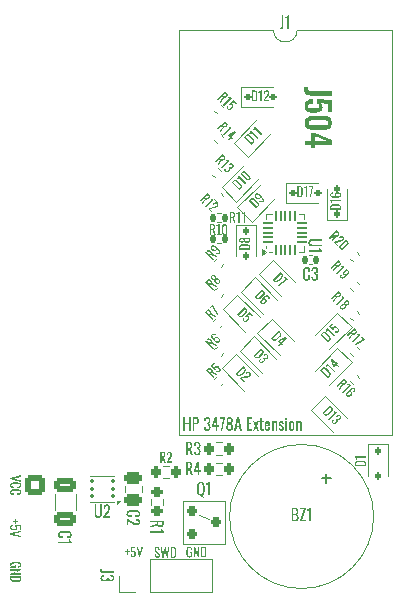
<source format=gbr>
%TF.GenerationSoftware,KiCad,Pcbnew,9.0.2*%
%TF.CreationDate,2025-08-14T17:11:00+06:00*%
%TF.ProjectId,hp3478a-ch32-ext,68703334-3738-4612-9d63-6833322d6578,rev?*%
%TF.SameCoordinates,Original*%
%TF.FileFunction,Legend,Top*%
%TF.FilePolarity,Positive*%
%FSLAX46Y46*%
G04 Gerber Fmt 4.6, Leading zero omitted, Abs format (unit mm)*
G04 Created by KiCad (PCBNEW 9.0.2) date 2025-08-14 17:11:00*
%MOMM*%
%LPD*%
G01*
G04 APERTURE LIST*
G04 Aperture macros list*
%AMRoundRect*
0 Rectangle with rounded corners*
0 $1 Rounding radius*
0 $2 $3 $4 $5 $6 $7 $8 $9 X,Y pos of 4 corners*
0 Add a 4 corners polygon primitive as box body*
4,1,4,$2,$3,$4,$5,$6,$7,$8,$9,$2,$3,0*
0 Add four circle primitives for the rounded corners*
1,1,$1+$1,$2,$3*
1,1,$1+$1,$4,$5*
1,1,$1+$1,$6,$7*
1,1,$1+$1,$8,$9*
0 Add four rect primitives between the rounded corners*
20,1,$1+$1,$2,$3,$4,$5,0*
20,1,$1+$1,$4,$5,$6,$7,0*
20,1,$1+$1,$6,$7,$8,$9,0*
20,1,$1+$1,$8,$9,$2,$3,0*%
G04 Aperture macros list end*
%ADD10C,0.300000*%
%ADD11C,0.100000*%
%ADD12C,0.150000*%
%ADD13C,0.120000*%
%ADD14R,1.650000X1.650000*%
%ADD15RoundRect,0.050000X0.375000X-0.050000X0.375000X0.050000X-0.375000X0.050000X-0.375000X-0.050000X0*%
%ADD16RoundRect,0.050000X0.050000X-0.375000X0.050000X0.375000X-0.050000X0.375000X-0.050000X-0.375000X0*%
%ADD17R,1.000000X1.600000*%
%ADD18RoundRect,0.093750X0.093750X0.106250X-0.093750X0.106250X-0.093750X-0.106250X0.093750X-0.106250X0*%
%ADD19RoundRect,0.135000X-0.226274X-0.035355X-0.035355X-0.226274X0.226274X0.035355X0.035355X0.226274X0*%
%ADD20RoundRect,0.250000X-0.600000X0.600000X-0.600000X-0.600000X0.600000X-0.600000X0.600000X0.600000X0*%
%ADD21C,1.700000*%
%ADD22RoundRect,0.250000X-0.650000X0.325000X-0.650000X-0.325000X0.650000X-0.325000X0.650000X0.325000X0*%
%ADD23RoundRect,0.135000X-0.035355X0.226274X-0.226274X0.035355X0.035355X-0.226274X0.226274X-0.035355X0*%
%ADD24RoundRect,0.135000X0.226274X0.035355X0.035355X0.226274X-0.226274X-0.035355X-0.035355X-0.226274X0*%
%ADD25RoundRect,0.112500X0.053033X0.212132X-0.212132X-0.053033X-0.053033X-0.212132X0.212132X0.053033X0*%
%ADD26RoundRect,0.112500X-0.187500X-0.112500X0.187500X-0.112500X0.187500X0.112500X-0.187500X0.112500X0*%
%ADD27RoundRect,0.112500X-0.212132X0.053033X0.053033X-0.212132X0.212132X-0.053033X-0.053033X0.212132X0*%
%ADD28RoundRect,0.200000X-0.250000X-0.200000X0.250000X-0.200000X0.250000X0.200000X-0.250000X0.200000X0*%
%ADD29RoundRect,0.200000X0.275000X-0.200000X0.275000X0.200000X-0.275000X0.200000X-0.275000X-0.200000X0*%
%ADD30RoundRect,0.112500X-0.053033X-0.212132X0.212132X0.053033X0.053033X0.212132X-0.212132X-0.053033X0*%
%ADD31R,1.700000X1.700000*%
%ADD32RoundRect,0.200000X0.200000X0.275000X-0.200000X0.275000X-0.200000X-0.275000X0.200000X-0.275000X0*%
%ADD33RoundRect,0.112500X-0.112500X0.187500X-0.112500X-0.187500X0.112500X-0.187500X0.112500X0.187500X0*%
%ADD34RoundRect,0.135000X0.135000X0.185000X-0.135000X0.185000X-0.135000X-0.185000X0.135000X-0.185000X0*%
%ADD35RoundRect,0.140000X-0.140000X-0.170000X0.140000X-0.170000X0.140000X0.170000X-0.140000X0.170000X0*%
%ADD36R,1.600000X1.600000*%
%ADD37O,1.600000X1.600000*%
%ADD38R,2.000000X2.000000*%
%ADD39C,2.000000*%
%ADD40RoundRect,0.200000X-0.200000X-0.275000X0.200000X-0.275000X0.200000X0.275000X-0.200000X0.275000X0*%
%ADD41RoundRect,0.250000X0.475000X-0.250000X0.475000X0.250000X-0.475000X0.250000X-0.475000X-0.250000X0*%
%ADD42RoundRect,0.112500X0.112500X-0.187500X0.112500X0.187500X-0.112500X0.187500X-0.112500X-0.187500X0*%
G04 APERTURE END LIST*
D10*
G36*
X60515205Y-44647965D02*
G01*
X60521403Y-44765854D01*
X60536210Y-44835544D01*
X60567007Y-44888078D01*
X60617421Y-44922372D01*
X60685456Y-44940265D01*
X60798039Y-44947651D01*
X62548039Y-44947651D01*
X62548039Y-45359200D01*
X60786803Y-45359200D01*
X60598228Y-45346694D01*
X60466113Y-45314382D01*
X60391223Y-45276669D01*
X60331204Y-45224857D01*
X60284152Y-45157578D01*
X60252783Y-45080381D01*
X60231766Y-44978805D01*
X60223946Y-44846779D01*
X60223946Y-44647965D01*
X60515205Y-44647965D01*
G37*
G36*
X60246416Y-46229682D02*
G01*
X60259417Y-46067617D01*
X60294496Y-45944483D01*
X60347818Y-45851717D01*
X60418607Y-45783084D01*
X60506031Y-45732646D01*
X60616804Y-45693631D01*
X60756001Y-45667921D01*
X60929563Y-45658520D01*
X60929563Y-46036486D01*
X60748824Y-46048709D01*
X60638304Y-46078496D01*
X60584495Y-46114892D01*
X60552155Y-46167989D01*
X60540362Y-46243726D01*
X60547671Y-46302294D01*
X60567891Y-46346862D01*
X60600568Y-46380868D01*
X60667969Y-46416438D01*
X60762990Y-46438265D01*
X60875268Y-46447242D01*
X61047166Y-46450844D01*
X61197980Y-46444997D01*
X61304766Y-46429934D01*
X61377627Y-46408834D01*
X61436129Y-46371531D01*
X61471180Y-46315873D01*
X61483995Y-46235300D01*
X61470588Y-46162614D01*
X61430750Y-46102309D01*
X61369913Y-46056221D01*
X61285181Y-46022442D01*
X61285181Y-45689295D01*
X62548039Y-45711643D01*
X62548039Y-46730868D01*
X62200847Y-46730868D01*
X62200847Y-46036486D01*
X61654842Y-46014138D01*
X61701142Y-46069628D01*
X61740205Y-46151280D01*
X61764165Y-46243772D01*
X61772445Y-46347285D01*
X61760107Y-46463817D01*
X61725284Y-46559452D01*
X61668962Y-46638712D01*
X61589019Y-46704246D01*
X61496600Y-46751625D01*
X61382615Y-46788068D01*
X61242847Y-46811877D01*
X61072445Y-46820505D01*
X60898459Y-46814372D01*
X60753208Y-46797382D01*
X60632808Y-46771413D01*
X60519396Y-46728724D01*
X60426124Y-46669541D01*
X60349975Y-46593604D01*
X60295107Y-46502172D01*
X60259493Y-46383395D01*
X60246416Y-46229682D01*
G37*
G36*
X62065885Y-47079144D02*
G01*
X62196459Y-47108139D01*
X62305580Y-47153518D01*
X62396730Y-47214347D01*
X62471202Y-47293005D01*
X62525840Y-47390466D01*
X62560658Y-47510787D01*
X62573196Y-47659602D01*
X62560719Y-47805114D01*
X62525878Y-47924135D01*
X62470846Y-48021840D01*
X62395387Y-48101926D01*
X62303309Y-48164236D01*
X62193978Y-48210501D01*
X62064096Y-48239937D01*
X61909588Y-48250425D01*
X60904406Y-48250425D01*
X60754750Y-48239899D01*
X60627376Y-48210169D01*
X60518624Y-48163071D01*
X60425568Y-48099117D01*
X60349121Y-48017599D01*
X60293696Y-47919649D01*
X60258831Y-47801900D01*
X60246416Y-47659602D01*
X60579563Y-47659602D01*
X60591006Y-47726709D01*
X60623884Y-47778557D01*
X60681223Y-47818983D01*
X60772101Y-47847277D01*
X60910024Y-47858415D01*
X61903970Y-47858415D01*
X62044600Y-47847228D01*
X62146137Y-47817749D01*
X62197775Y-47782720D01*
X62228766Y-47731870D01*
X62240048Y-47659602D01*
X62228638Y-47585524D01*
X62197555Y-47534354D01*
X62146137Y-47499989D01*
X62044700Y-47471589D01*
X61903970Y-47460788D01*
X60910024Y-47460788D01*
X60779045Y-47472360D01*
X60676161Y-47504141D01*
X60622380Y-47540856D01*
X60590808Y-47591162D01*
X60579563Y-47659602D01*
X60246416Y-47659602D01*
X60258833Y-47517237D01*
X60293701Y-47399449D01*
X60349127Y-47301481D01*
X60425568Y-47219965D01*
X60518617Y-47156066D01*
X60627366Y-47109006D01*
X60754742Y-47079297D01*
X60904406Y-47068778D01*
X61909588Y-47068778D01*
X62065885Y-47079144D01*
G37*
G36*
X62548039Y-49087201D02*
G01*
X62548039Y-49537951D01*
X61145230Y-49537951D01*
X61145230Y-49770348D01*
X60837240Y-49770348D01*
X60837240Y-49537951D01*
X60280000Y-49537951D01*
X60280000Y-49176716D01*
X60837240Y-49176716D01*
X61145230Y-49176716D01*
X62130750Y-49176716D01*
X61145230Y-48818290D01*
X61145230Y-49176716D01*
X60837240Y-49176716D01*
X60837240Y-48496378D01*
X61167578Y-48496378D01*
X62548039Y-49087201D01*
G37*
D11*
X51300000Y-80900000D02*
X52200000Y-81200000D01*
G36*
X47784494Y-84494062D02*
G01*
X47728073Y-84489169D01*
X47681397Y-84475430D01*
X47642585Y-84453603D01*
X47610300Y-84423525D01*
X47584819Y-84386973D01*
X47564955Y-84343371D01*
X47550999Y-84291469D01*
X47543670Y-84229743D01*
X47655680Y-84199505D01*
X47662559Y-84257334D01*
X47674221Y-84303747D01*
X47689825Y-84340678D01*
X47706503Y-84364234D01*
X47727239Y-84380668D01*
X47752766Y-84390805D01*
X47784494Y-84394411D01*
X47816201Y-84391010D01*
X47840427Y-84381683D01*
X47858939Y-84366958D01*
X47872362Y-84347187D01*
X47880987Y-84321453D01*
X47884145Y-84288019D01*
X47881288Y-84251304D01*
X47873270Y-84220685D01*
X47860600Y-84195060D01*
X47832282Y-84158520D01*
X47785617Y-84113288D01*
X47633258Y-83978856D01*
X47592879Y-83936019D01*
X47566629Y-83892101D01*
X47555550Y-83860429D01*
X47548452Y-83822874D01*
X47545917Y-83778382D01*
X47549892Y-83728918D01*
X47561067Y-83687610D01*
X47578781Y-83652966D01*
X47603021Y-83623874D01*
X47633078Y-83600533D01*
X47668321Y-83583483D01*
X47709757Y-83572763D01*
X47758702Y-83568968D01*
X47812489Y-83573060D01*
X47856315Y-83584422D01*
X47892035Y-83602161D01*
X47921074Y-83626072D01*
X47944133Y-83655840D01*
X47963200Y-83694022D01*
X47977849Y-83742378D01*
X47987215Y-83803050D01*
X47879699Y-83832164D01*
X47873075Y-83779415D01*
X47862486Y-83739387D01*
X47848876Y-83709554D01*
X47828610Y-83686317D01*
X47799610Y-83671794D01*
X47758702Y-83666421D01*
X47727559Y-83669547D01*
X47703457Y-83678133D01*
X47684794Y-83691627D01*
X47671060Y-83710000D01*
X47662273Y-83734218D01*
X47659050Y-83766072D01*
X47662653Y-83804404D01*
X47672484Y-83833874D01*
X47689668Y-83860193D01*
X47718401Y-83889268D01*
X47871835Y-84023699D01*
X47925810Y-84079336D01*
X47966454Y-84137907D01*
X47985857Y-84180218D01*
X47997699Y-84226593D01*
X48001772Y-84277907D01*
X47997655Y-84327112D01*
X47985967Y-84369005D01*
X47967229Y-84404920D01*
X47941297Y-84435835D01*
X47909416Y-84460933D01*
X47873250Y-84478984D01*
X47831976Y-84490158D01*
X47784494Y-84494062D01*
G37*
G36*
X48069427Y-83576784D02*
G01*
X48174745Y-83576784D01*
X48272149Y-84228619D01*
X48394270Y-83580154D01*
X48483859Y-83580154D01*
X48607055Y-84231990D01*
X48702260Y-83576784D01*
X48805282Y-83576784D01*
X48659665Y-84484000D01*
X48567829Y-84484000D01*
X48441311Y-83811990D01*
X48313621Y-84484000D01*
X48217292Y-84484000D01*
X48069427Y-83576784D01*
G37*
G36*
X49187473Y-83581940D02*
G01*
X49244707Y-83595835D01*
X49288112Y-83616760D01*
X49320537Y-83644000D01*
X49345393Y-83678885D01*
X49364452Y-83723776D01*
X49376995Y-83781012D01*
X49381598Y-83853462D01*
X49381598Y-84187196D01*
X49377073Y-84263866D01*
X49364726Y-84324842D01*
X49345985Y-84372971D01*
X49321660Y-84410629D01*
X49289279Y-84440955D01*
X49247067Y-84463714D01*
X49192651Y-84478555D01*
X49122847Y-84484000D01*
X48915631Y-84484000D01*
X48915631Y-84393288D01*
X49042198Y-84393288D01*
X49113907Y-84393288D01*
X49157364Y-84389843D01*
X49188216Y-84380825D01*
X49209651Y-84367545D01*
X49226698Y-84348678D01*
X49239023Y-84325642D01*
X49246629Y-84297545D01*
X49251763Y-84247595D01*
X49253907Y-84163699D01*
X49253907Y-83869143D01*
X49251139Y-83796369D01*
X49244382Y-83750978D01*
X49235379Y-83725372D01*
X49222152Y-83705560D01*
X49204619Y-83690503D01*
X49183405Y-83680472D01*
X49153006Y-83673530D01*
X49110537Y-83670866D01*
X49042198Y-83670866D01*
X49042198Y-84393288D01*
X48915631Y-84393288D01*
X48915631Y-83576784D01*
X49112784Y-83576784D01*
X49187473Y-83581940D01*
G37*
G36*
X36243215Y-77525743D02*
G01*
X36243215Y-77644494D01*
X35574576Y-77787815D01*
X36243215Y-77924494D01*
X36243215Y-78039825D01*
X35336000Y-77839351D01*
X35336000Y-77728464D01*
X36243215Y-77525743D01*
G37*
G36*
X35325937Y-78354410D02*
G01*
X35329741Y-78299587D01*
X35340283Y-78254856D01*
X35356646Y-78218417D01*
X35378473Y-78188832D01*
X35406000Y-78165122D01*
X35446663Y-78142519D01*
X35495945Y-78125356D01*
X35555481Y-78114258D01*
X35627186Y-78110265D01*
X35947535Y-78110265D01*
X36023836Y-78114306D01*
X36085367Y-78125381D01*
X36134624Y-78142216D01*
X36173752Y-78163998D01*
X36200061Y-78187130D01*
X36221090Y-78216419D01*
X36236982Y-78252960D01*
X36247292Y-78298313D01*
X36251031Y-78354410D01*
X36246159Y-78415621D01*
X36232846Y-78463524D01*
X36212356Y-78500867D01*
X36184939Y-78529678D01*
X36151027Y-78551442D01*
X36108539Y-78568065D01*
X36055628Y-78578924D01*
X35990082Y-78582875D01*
X35918421Y-78582875D01*
X35918421Y-78463049D01*
X35982217Y-78463049D01*
X36041288Y-78461422D01*
X36078547Y-78457431D01*
X36109166Y-78447318D01*
X36132329Y-78428904D01*
X36142769Y-78412321D01*
X36149820Y-78388654D01*
X36152503Y-78355533D01*
X36149658Y-78321792D01*
X36142068Y-78296914D01*
X36130619Y-78278792D01*
X36105226Y-78258276D01*
X36070145Y-78245722D01*
X36028228Y-78240119D01*
X35966537Y-78237906D01*
X35607060Y-78237906D01*
X35541400Y-78241107D01*
X35498372Y-78249092D01*
X35463715Y-78264530D01*
X35442392Y-78285533D01*
X35430231Y-78313853D01*
X35425588Y-78355533D01*
X35428343Y-78386991D01*
X35435713Y-78410224D01*
X35446886Y-78427194D01*
X35471482Y-78446078D01*
X35505113Y-78456894D01*
X35545451Y-78461297D01*
X35605937Y-78463049D01*
X35673103Y-78463049D01*
X35673103Y-78582875D01*
X35605937Y-78582875D01*
X35536729Y-78579088D01*
X35480399Y-78568660D01*
X35434811Y-78552709D01*
X35398135Y-78531926D01*
X35368125Y-78503724D01*
X35345800Y-78466380D01*
X35331277Y-78417660D01*
X35325937Y-78354410D01*
G37*
G36*
X35325937Y-78931214D02*
G01*
X35329741Y-78876390D01*
X35340283Y-78831660D01*
X35356646Y-78795221D01*
X35378473Y-78765636D01*
X35406000Y-78741926D01*
X35446663Y-78719323D01*
X35495945Y-78702160D01*
X35555481Y-78691062D01*
X35627186Y-78687069D01*
X35947535Y-78687069D01*
X36023836Y-78691110D01*
X36085367Y-78702184D01*
X36134624Y-78719020D01*
X36173752Y-78740802D01*
X36200061Y-78763934D01*
X36221090Y-78793223D01*
X36236982Y-78829764D01*
X36247292Y-78875117D01*
X36251031Y-78931214D01*
X36246159Y-78992425D01*
X36232846Y-79040328D01*
X36212356Y-79077671D01*
X36184939Y-79106482D01*
X36151027Y-79128246D01*
X36108539Y-79144869D01*
X36055628Y-79155728D01*
X35990082Y-79159678D01*
X35918421Y-79159678D01*
X35918421Y-79039853D01*
X35982217Y-79039853D01*
X36041288Y-79038226D01*
X36078547Y-79034235D01*
X36109166Y-79024122D01*
X36132329Y-79005708D01*
X36142769Y-78989125D01*
X36149820Y-78965458D01*
X36152503Y-78932337D01*
X36149658Y-78898596D01*
X36142068Y-78873718D01*
X36130619Y-78855596D01*
X36105226Y-78835080D01*
X36070145Y-78822526D01*
X36028228Y-78816923D01*
X35966537Y-78814710D01*
X35607060Y-78814710D01*
X35541400Y-78817911D01*
X35498372Y-78825896D01*
X35463715Y-78841334D01*
X35442392Y-78862337D01*
X35430231Y-78890657D01*
X35425588Y-78932337D01*
X35428343Y-78963795D01*
X35435713Y-78987028D01*
X35446886Y-79003998D01*
X35471482Y-79022882D01*
X35505113Y-79033698D01*
X35545451Y-79038100D01*
X35605937Y-79039853D01*
X35673103Y-79039853D01*
X35673103Y-79159678D01*
X35605937Y-79159678D01*
X35536729Y-79155891D01*
X35480399Y-79145464D01*
X35434811Y-79129513D01*
X35398135Y-79108729D01*
X35368125Y-79080528D01*
X35345800Y-79043184D01*
X35331277Y-78994463D01*
X35325937Y-78931214D01*
G37*
G36*
X45184794Y-84044000D02*
G01*
X45027990Y-84044000D01*
X45027990Y-83953288D01*
X45184794Y-83953288D01*
X45184794Y-83770741D01*
X45274382Y-83770741D01*
X45274382Y-83953288D01*
X45436803Y-83953288D01*
X45436803Y-84044000D01*
X45274382Y-84044000D01*
X45274382Y-84226547D01*
X45184794Y-84226547D01*
X45184794Y-84044000D01*
G37*
G36*
X45736441Y-84472939D02*
G01*
X45677695Y-84468066D01*
X45631662Y-84454723D01*
X45595689Y-84434096D01*
X45567864Y-84406309D01*
X45547108Y-84372281D01*
X45531170Y-84329492D01*
X45520723Y-84276057D01*
X45516915Y-84209743D01*
X45636741Y-84209743D01*
X45639397Y-84260418D01*
X45646608Y-84300490D01*
X45657452Y-84331864D01*
X45670045Y-84351672D01*
X45687058Y-84365699D01*
X45709371Y-84374555D01*
X45738639Y-84377782D01*
X45768042Y-84374456D01*
X45790237Y-84365349D01*
X45806978Y-84350915D01*
X45824887Y-84320771D01*
X45835554Y-84279792D01*
X45839970Y-84231808D01*
X45841709Y-84161578D01*
X45839651Y-84096702D01*
X45834431Y-84052401D01*
X45822939Y-84015089D01*
X45805268Y-83989680D01*
X45789346Y-83978090D01*
X45768064Y-83970607D01*
X45739762Y-83967845D01*
X45707076Y-83973201D01*
X45678750Y-83989143D01*
X45655738Y-84013074D01*
X45638988Y-84042876D01*
X45537041Y-84042876D01*
X45537041Y-83556784D01*
X45927927Y-83556784D01*
X45927927Y-83676658D01*
X45645680Y-83676658D01*
X45637864Y-83927496D01*
X45663455Y-83905903D01*
X45693224Y-83890299D01*
X45727992Y-83880564D01*
X45768876Y-83877133D01*
X45819944Y-83882140D01*
X45860283Y-83895995D01*
X45892236Y-83917877D01*
X45917278Y-83948256D01*
X45935366Y-83984079D01*
X45949238Y-84027909D01*
X45958271Y-84081266D01*
X45961535Y-84145898D01*
X45957785Y-84225146D01*
X45947436Y-84290296D01*
X45931618Y-84343517D01*
X45911123Y-84386721D01*
X45888662Y-84417076D01*
X45860938Y-84440626D01*
X45827226Y-84457961D01*
X45786279Y-84468987D01*
X45736441Y-84472939D01*
G37*
G36*
X46023035Y-83556784D02*
G01*
X46141786Y-83556784D01*
X46285108Y-84225423D01*
X46421786Y-83556784D01*
X46537117Y-83556784D01*
X46336643Y-84464000D01*
X46225757Y-84464000D01*
X46023035Y-83556784D01*
G37*
G36*
X50486741Y-84475186D02*
G01*
X50425862Y-84469650D01*
X50377498Y-84454347D01*
X50339017Y-84430329D01*
X50308639Y-84397370D01*
X50286477Y-84357939D01*
X50269287Y-84307856D01*
X50257937Y-84244800D01*
X50253782Y-84166072D01*
X50253782Y-83862576D01*
X50256560Y-83792217D01*
X50264159Y-83735218D01*
X50275617Y-83689505D01*
X50294106Y-83647032D01*
X50319031Y-83612710D01*
X50350648Y-83585360D01*
X50387882Y-83566130D01*
X50435695Y-83553574D01*
X50496803Y-83548968D01*
X50560021Y-83553717D01*
X50609494Y-83566667D01*
X50648009Y-83586498D01*
X50677690Y-83612813D01*
X50700114Y-83645755D01*
X50717440Y-83688510D01*
X50728909Y-83743413D01*
X50733133Y-83813288D01*
X50733133Y-83846896D01*
X50614382Y-83846896D01*
X50614382Y-83818856D01*
X50612110Y-83757635D01*
X50606517Y-83718668D01*
X50594020Y-83687164D01*
X50573496Y-83665423D01*
X50544589Y-83652550D01*
X50499050Y-83647496D01*
X50464728Y-83650595D01*
X50439284Y-83658907D01*
X50420600Y-83671578D01*
X50399790Y-83699112D01*
X50387578Y-83736009D01*
X50382357Y-83779662D01*
X50380300Y-83843525D01*
X50380300Y-84179505D01*
X50383851Y-84249436D01*
X50392899Y-84297438D01*
X50405505Y-84329080D01*
X50420136Y-84348088D01*
X50440171Y-84362031D01*
X50466920Y-84371072D01*
X50502421Y-84374411D01*
X50536920Y-84370901D01*
X50563469Y-84361275D01*
X50583895Y-84346153D01*
X50599288Y-84325123D01*
X50612525Y-84290900D01*
X50621946Y-84240054D01*
X50625617Y-84167196D01*
X50625617Y-84104474D01*
X50510237Y-84104474D01*
X50510237Y-84014886D01*
X50739825Y-84014886D01*
X50739825Y-84464000D01*
X50660300Y-84464000D01*
X50647990Y-84359854D01*
X50626997Y-84402841D01*
X50600936Y-84434448D01*
X50569663Y-84456657D01*
X50532173Y-84470347D01*
X50486741Y-84475186D01*
G37*
G36*
X50869225Y-83556784D02*
G01*
X50955491Y-83556784D01*
X51213070Y-84159380D01*
X51213070Y-83556784D01*
X51318387Y-83556784D01*
X51318387Y-84464000D01*
X51237739Y-84464000D01*
X50976789Y-83844648D01*
X50976789Y-84464000D01*
X50869225Y-84464000D01*
X50869225Y-83556784D01*
G37*
G36*
X51731939Y-83561940D02*
G01*
X51789173Y-83575835D01*
X51832578Y-83596760D01*
X51865003Y-83624000D01*
X51889859Y-83658885D01*
X51908918Y-83703776D01*
X51921461Y-83761012D01*
X51926064Y-83833462D01*
X51926064Y-84167196D01*
X51921539Y-84243866D01*
X51909192Y-84304842D01*
X51890451Y-84352971D01*
X51866127Y-84390629D01*
X51833745Y-84420955D01*
X51791533Y-84443714D01*
X51737117Y-84458555D01*
X51667313Y-84464000D01*
X51460097Y-84464000D01*
X51460097Y-84373288D01*
X51586664Y-84373288D01*
X51658374Y-84373288D01*
X51701830Y-84369843D01*
X51732682Y-84360825D01*
X51754117Y-84347545D01*
X51771164Y-84328678D01*
X51783489Y-84305642D01*
X51791095Y-84277545D01*
X51796229Y-84227595D01*
X51798374Y-84143699D01*
X51798374Y-83849143D01*
X51795605Y-83776369D01*
X51788848Y-83730978D01*
X51779846Y-83705372D01*
X51766618Y-83685560D01*
X51749085Y-83670503D01*
X51727871Y-83660472D01*
X51697473Y-83653530D01*
X51655003Y-83650866D01*
X51586664Y-83650866D01*
X51586664Y-84373288D01*
X51460097Y-84373288D01*
X51460097Y-83556784D01*
X51657250Y-83556784D01*
X51731939Y-83561940D01*
G37*
G36*
X35756000Y-81384794D02*
G01*
X35756000Y-81227990D01*
X35846711Y-81227990D01*
X35846711Y-81384794D01*
X36029258Y-81384794D01*
X36029258Y-81474382D01*
X35846711Y-81474382D01*
X35846711Y-81636803D01*
X35756000Y-81636803D01*
X35756000Y-81474382D01*
X35573452Y-81474382D01*
X35573452Y-81384794D01*
X35756000Y-81384794D01*
G37*
G36*
X35327060Y-81936441D02*
G01*
X35331933Y-81877695D01*
X35345276Y-81831662D01*
X35365903Y-81795689D01*
X35393690Y-81767864D01*
X35427718Y-81747108D01*
X35470507Y-81731170D01*
X35523942Y-81720723D01*
X35590256Y-81716915D01*
X35590256Y-81836741D01*
X35539581Y-81839397D01*
X35499509Y-81846608D01*
X35468135Y-81857452D01*
X35448327Y-81870045D01*
X35434300Y-81887058D01*
X35425444Y-81909371D01*
X35422217Y-81938639D01*
X35425543Y-81968042D01*
X35434650Y-81990237D01*
X35449084Y-82006978D01*
X35479228Y-82024887D01*
X35520207Y-82035554D01*
X35568191Y-82039970D01*
X35638421Y-82041709D01*
X35703297Y-82039651D01*
X35747598Y-82034431D01*
X35784910Y-82022939D01*
X35810319Y-82005268D01*
X35821909Y-81989346D01*
X35829392Y-81968064D01*
X35832154Y-81939762D01*
X35826798Y-81907076D01*
X35810856Y-81878750D01*
X35786925Y-81855738D01*
X35757123Y-81838988D01*
X35757123Y-81737041D01*
X36243215Y-81737041D01*
X36243215Y-82127927D01*
X36123341Y-82127927D01*
X36123341Y-81845680D01*
X35872503Y-81837864D01*
X35894096Y-81863455D01*
X35909700Y-81893224D01*
X35919435Y-81927992D01*
X35922866Y-81968876D01*
X35917859Y-82019944D01*
X35904004Y-82060283D01*
X35882122Y-82092236D01*
X35851743Y-82117278D01*
X35815920Y-82135366D01*
X35772090Y-82149238D01*
X35718733Y-82158271D01*
X35654101Y-82161535D01*
X35574853Y-82157785D01*
X35509703Y-82147436D01*
X35456482Y-82131618D01*
X35413278Y-82111123D01*
X35382923Y-82088662D01*
X35359373Y-82060938D01*
X35342038Y-82027226D01*
X35331012Y-81986279D01*
X35327060Y-81936441D01*
G37*
G36*
X36243215Y-82223035D02*
G01*
X36243215Y-82341786D01*
X35574576Y-82485108D01*
X36243215Y-82621786D01*
X36243215Y-82737117D01*
X35336000Y-82536643D01*
X35336000Y-82425757D01*
X36243215Y-82223035D01*
G37*
G36*
X35324813Y-85086741D02*
G01*
X35330349Y-85025862D01*
X35345652Y-84977498D01*
X35369670Y-84939017D01*
X35402629Y-84908639D01*
X35442060Y-84886477D01*
X35492143Y-84869287D01*
X35555199Y-84857937D01*
X35633927Y-84853782D01*
X35937423Y-84853782D01*
X36007782Y-84856560D01*
X36064781Y-84864159D01*
X36110494Y-84875617D01*
X36152967Y-84894106D01*
X36187289Y-84919031D01*
X36214639Y-84950648D01*
X36233869Y-84987882D01*
X36246425Y-85035695D01*
X36251031Y-85096803D01*
X36246282Y-85160021D01*
X36233332Y-85209494D01*
X36213501Y-85248009D01*
X36187186Y-85277690D01*
X36154244Y-85300114D01*
X36111489Y-85317440D01*
X36056586Y-85328909D01*
X35986711Y-85333133D01*
X35953103Y-85333133D01*
X35953103Y-85214382D01*
X35981143Y-85214382D01*
X36042364Y-85212110D01*
X36081331Y-85206517D01*
X36112835Y-85194020D01*
X36134576Y-85173496D01*
X36147449Y-85144589D01*
X36152503Y-85099050D01*
X36149404Y-85064728D01*
X36141092Y-85039284D01*
X36128421Y-85020600D01*
X36100887Y-84999790D01*
X36063990Y-84987578D01*
X36020337Y-84982357D01*
X35956474Y-84980300D01*
X35620494Y-84980300D01*
X35550563Y-84983851D01*
X35502561Y-84992899D01*
X35470919Y-85005505D01*
X35451911Y-85020136D01*
X35437968Y-85040171D01*
X35428927Y-85066920D01*
X35425588Y-85102421D01*
X35429098Y-85136920D01*
X35438724Y-85163469D01*
X35453846Y-85183895D01*
X35474876Y-85199288D01*
X35509099Y-85212525D01*
X35559945Y-85221946D01*
X35632803Y-85225617D01*
X35695525Y-85225617D01*
X35695525Y-85110237D01*
X35785113Y-85110237D01*
X35785113Y-85339825D01*
X35336000Y-85339825D01*
X35336000Y-85260300D01*
X35440145Y-85247990D01*
X35397158Y-85226997D01*
X35365551Y-85200936D01*
X35343342Y-85169663D01*
X35329652Y-85132173D01*
X35324813Y-85086741D01*
G37*
G36*
X36243215Y-85469225D02*
G01*
X36243215Y-85555491D01*
X35640619Y-85813070D01*
X36243215Y-85813070D01*
X36243215Y-85918387D01*
X35336000Y-85918387D01*
X35336000Y-85837739D01*
X35955351Y-85576789D01*
X35336000Y-85576789D01*
X35336000Y-85469225D01*
X36243215Y-85469225D01*
G37*
G36*
X36243215Y-86257250D02*
G01*
X36238059Y-86331939D01*
X36224164Y-86389173D01*
X36203239Y-86432578D01*
X36176000Y-86465003D01*
X36141114Y-86489859D01*
X36096223Y-86508918D01*
X36038987Y-86521461D01*
X35966537Y-86526064D01*
X35632803Y-86526064D01*
X35556133Y-86521539D01*
X35495157Y-86509192D01*
X35447028Y-86490451D01*
X35409370Y-86466127D01*
X35379044Y-86433745D01*
X35356285Y-86391533D01*
X35341444Y-86337117D01*
X35336000Y-86267313D01*
X35336000Y-86258374D01*
X35426711Y-86258374D01*
X35430156Y-86301830D01*
X35439174Y-86332682D01*
X35452454Y-86354117D01*
X35471321Y-86371164D01*
X35494357Y-86383489D01*
X35522454Y-86391095D01*
X35572404Y-86396229D01*
X35656300Y-86398374D01*
X35950856Y-86398374D01*
X36023630Y-86395605D01*
X36069021Y-86388848D01*
X36094627Y-86379846D01*
X36114439Y-86366618D01*
X36129496Y-86349085D01*
X36139527Y-86327871D01*
X36146469Y-86297473D01*
X36149133Y-86255003D01*
X36149133Y-86186664D01*
X35426711Y-86186664D01*
X35426711Y-86258374D01*
X35336000Y-86258374D01*
X35336000Y-86060097D01*
X36243215Y-86060097D01*
X36243215Y-86257250D01*
G37*
G36*
X49988171Y-72595980D02*
G01*
X50146379Y-72595980D01*
X50146379Y-73085992D01*
X50437578Y-73085992D01*
X50437578Y-72595980D01*
X50595786Y-72595980D01*
X50595786Y-73730000D01*
X50437578Y-73730000D01*
X50437578Y-73199382D01*
X50146379Y-73199382D01*
X50146379Y-73730000D01*
X49988171Y-73730000D01*
X49988171Y-72595980D01*
G37*
G36*
X51127724Y-72601818D02*
G01*
X51185894Y-72617835D01*
X51231738Y-72642584D01*
X51267576Y-72675786D01*
X51294943Y-72716937D01*
X51315722Y-72768124D01*
X51329232Y-72831479D01*
X51334132Y-72909588D01*
X51329087Y-72978910D01*
X51314954Y-73036680D01*
X51292733Y-73084914D01*
X51262691Y-73125193D01*
X51224700Y-73157729D01*
X51178705Y-73181612D01*
X51123049Y-73196769D01*
X51055512Y-73202191D01*
X50930887Y-73202191D01*
X50930887Y-73730000D01*
X50772679Y-73730000D01*
X50772679Y-73088801D01*
X50930887Y-73088801D01*
X51003733Y-73088801D01*
X51069567Y-73084400D01*
X51112177Y-73073414D01*
X51145283Y-73052413D01*
X51167498Y-73020230D01*
X51179462Y-72977901D01*
X51184289Y-72910992D01*
X51180540Y-72830007D01*
X51171711Y-72783620D01*
X51160402Y-72758889D01*
X51144018Y-72740052D01*
X51122008Y-72726222D01*
X51079333Y-72714364D01*
X51005137Y-72709370D01*
X50930887Y-72709370D01*
X50930887Y-73088801D01*
X50772679Y-73088801D01*
X50772679Y-72595980D01*
X51054108Y-72595980D01*
X51127724Y-72601818D01*
G37*
G36*
X52009342Y-73742578D02*
G01*
X51941738Y-73737188D01*
X51886197Y-73722144D01*
X51840460Y-73698484D01*
X51802834Y-73666313D01*
X51773152Y-73626403D01*
X51751155Y-73578427D01*
X51737138Y-73520770D01*
X51732126Y-73451379D01*
X51732126Y-73413583D01*
X51880504Y-73413583D01*
X51880504Y-73438801D01*
X51885758Y-73496420D01*
X51896202Y-73539781D01*
X51910607Y-73571852D01*
X51932573Y-73596632D01*
X51964289Y-73612220D01*
X52009342Y-73618014D01*
X52056622Y-73611493D01*
X52089633Y-73593884D01*
X52112229Y-73565502D01*
X52126187Y-73529260D01*
X52135843Y-73478580D01*
X52139523Y-73409370D01*
X52135056Y-73346615D01*
X52122939Y-73297887D01*
X52104535Y-73260321D01*
X52077293Y-73230443D01*
X52040457Y-73210546D01*
X51991146Y-73200786D01*
X51970141Y-73199382D01*
X51970141Y-73049600D01*
X51989741Y-73049600D01*
X52041428Y-73042853D01*
X52078473Y-73028434D01*
X52104535Y-73007590D01*
X52122497Y-72979146D01*
X52134791Y-72937327D01*
X52139523Y-72877409D01*
X52135813Y-72821744D01*
X52125990Y-72780601D01*
X52111496Y-72750708D01*
X52089434Y-72728056D01*
X52057130Y-72713501D01*
X52010746Y-72708026D01*
X51964743Y-72713867D01*
X51932620Y-72729509D01*
X51910607Y-72754249D01*
X51896279Y-72786314D01*
X51885804Y-72830455D01*
X51880504Y-72889987D01*
X51880504Y-72913801D01*
X51732126Y-72913801D01*
X51732126Y-72876004D01*
X51737149Y-72806592D01*
X51751181Y-72749077D01*
X51773178Y-72701363D01*
X51802834Y-72661803D01*
X51840406Y-72630004D01*
X51886317Y-72606543D01*
X51942321Y-72591582D01*
X52010746Y-72586210D01*
X52079120Y-72591626D01*
X52135096Y-72606715D01*
X52181005Y-72630398D01*
X52218597Y-72662536D01*
X52248277Y-72702417D01*
X52270274Y-72750371D01*
X52284292Y-72808016D01*
X52289305Y-72877409D01*
X52284005Y-72942431D01*
X52269206Y-72995835D01*
X52245891Y-73039830D01*
X52213442Y-73077262D01*
X52174166Y-73105522D01*
X52126945Y-73125193D01*
X52174345Y-73146437D01*
X52213892Y-73178226D01*
X52246624Y-73221791D01*
X52269371Y-73272089D01*
X52284020Y-73333779D01*
X52289305Y-73409370D01*
X52284384Y-73489427D01*
X52270708Y-73555598D01*
X52249504Y-73610177D01*
X52221406Y-73655078D01*
X52184382Y-73692068D01*
X52138170Y-73719127D01*
X52080770Y-73736363D01*
X52009342Y-73742578D01*
G37*
G36*
X52871214Y-73293171D02*
G01*
X52998586Y-73293171D01*
X52998586Y-73426222D01*
X52871214Y-73426222D01*
X52871214Y-73730000D01*
X52728393Y-73730000D01*
X52728393Y-73426222D01*
X52399398Y-73426222D01*
X52399398Y-73293171D01*
X52543623Y-73293171D01*
X52728393Y-73293171D01*
X52728393Y-72778002D01*
X52543623Y-73293171D01*
X52399398Y-73293171D01*
X52399398Y-73269419D01*
X52694809Y-72595980D01*
X52871214Y-72595980D01*
X52871214Y-73293171D01*
G37*
G36*
X53354082Y-72713583D02*
G01*
X53050244Y-72713583D01*
X53050244Y-72595980D01*
X53503864Y-72595980D01*
X53503864Y-72668825D01*
X53293876Y-73730000D01*
X53149651Y-73730000D01*
X53354082Y-72713583D01*
G37*
G36*
X53975862Y-72591691D02*
G01*
X54029383Y-72606907D01*
X54072767Y-72630761D01*
X54107815Y-72663208D01*
X54134963Y-72703074D01*
X54155252Y-72751152D01*
X54168248Y-72809064D01*
X54172906Y-72878813D01*
X54168965Y-72938810D01*
X54157950Y-72988900D01*
X54140727Y-73030732D01*
X54116258Y-73068738D01*
X54085211Y-73102462D01*
X54046938Y-73132215D01*
X54089747Y-73164078D01*
X54124472Y-73199934D01*
X54151901Y-73240048D01*
X54171158Y-73284477D01*
X54183753Y-73340497D01*
X54188354Y-73410774D01*
X54183529Y-73491815D01*
X54170181Y-73558211D01*
X54149610Y-73612415D01*
X54122531Y-73656482D01*
X54086571Y-73692612D01*
X54040759Y-73719248D01*
X53982860Y-73736362D01*
X53909734Y-73742578D01*
X53835772Y-73736381D01*
X53777415Y-73719357D01*
X53731440Y-73692935D01*
X53695533Y-73657215D01*
X53668524Y-73613489D01*
X53647949Y-73559346D01*
X53634561Y-73492630D01*
X53629876Y-73413583D01*
X53772531Y-73413583D01*
X53776454Y-73479607D01*
X53786973Y-73530139D01*
X53802634Y-73568311D01*
X53827127Y-73598371D01*
X53861641Y-73616821D01*
X53909734Y-73623571D01*
X53956846Y-73616847D01*
X53990676Y-73598434D01*
X54014698Y-73568311D01*
X54029995Y-73530186D01*
X54040288Y-73479655D01*
X54044129Y-73413583D01*
X54040200Y-73353517D01*
X54029354Y-73304727D01*
X54012622Y-73265205D01*
X53987337Y-73233293D01*
X53953915Y-73213921D01*
X53909734Y-73206404D01*
X53864580Y-73213953D01*
X53830471Y-73233364D01*
X53804710Y-73265205D01*
X53787606Y-73304773D01*
X53776537Y-73353561D01*
X53772531Y-73413583D01*
X53629876Y-73413583D01*
X53629710Y-73410774D01*
X53634246Y-73339475D01*
X53646617Y-73283033D01*
X53665430Y-73238644D01*
X53692520Y-73198645D01*
X53727011Y-73163269D01*
X53769722Y-73132215D01*
X53724531Y-73095351D01*
X53689901Y-73052582D01*
X53664856Y-73003167D01*
X53649245Y-72945820D01*
X53643754Y-72878813D01*
X53644322Y-72870387D01*
X53790727Y-72870387D01*
X53794044Y-72926011D01*
X53803202Y-72971410D01*
X53817288Y-73008323D01*
X53839255Y-73038272D01*
X53869205Y-73056454D01*
X53909734Y-73063583D01*
X53949001Y-73056450D01*
X53979348Y-73036933D01*
X54002969Y-73003283D01*
X54019458Y-72950328D01*
X54025933Y-72870387D01*
X54022511Y-72820543D01*
X54013105Y-72780574D01*
X53998639Y-72748632D01*
X53977006Y-72723254D01*
X53948181Y-72707917D01*
X53909734Y-72702409D01*
X53871223Y-72707884D01*
X53841884Y-72723210D01*
X53819426Y-72748632D01*
X53804179Y-72780673D01*
X53794310Y-72820641D01*
X53790727Y-72870387D01*
X53644322Y-72870387D01*
X53648453Y-72809109D01*
X53661571Y-72751212D01*
X53682065Y-72703118D01*
X53709516Y-72663208D01*
X53744901Y-72630798D01*
X53788736Y-72606937D01*
X53842849Y-72591701D01*
X53909734Y-72586210D01*
X53975862Y-72591691D01*
G37*
G36*
X54920472Y-73730000D02*
G01*
X54770690Y-73730000D01*
X54718850Y-73444419D01*
X54487857Y-73444419D01*
X54433269Y-73730000D01*
X54284891Y-73730000D01*
X54369596Y-73331029D01*
X54508862Y-73331029D01*
X54697845Y-73331029D01*
X54602651Y-72820012D01*
X54508862Y-73331029D01*
X54369596Y-73331029D01*
X54525654Y-72595980D01*
X54678244Y-72595980D01*
X54920472Y-73730000D01*
G37*
G36*
X55355652Y-72595980D02*
G01*
X55795289Y-72595980D01*
X55795289Y-72713583D01*
X55513860Y-72713583D01*
X55513860Y-73088801D01*
X55742105Y-73088801D01*
X55742105Y-73200786D01*
X55513860Y-73200786D01*
X55513860Y-73616610D01*
X55798098Y-73616610D01*
X55798098Y-73730000D01*
X55355652Y-73730000D01*
X55355652Y-72595980D01*
G37*
G36*
X56031655Y-73304406D02*
G01*
X55853846Y-72920823D01*
X55996667Y-72920823D01*
X56115675Y-73176973D01*
X56220638Y-72920823D01*
X56367672Y-72920823D01*
X56182841Y-73322602D01*
X56370481Y-73730000D01*
X56227660Y-73730000D01*
X56100226Y-73455593D01*
X55991050Y-73730000D01*
X55849633Y-73730000D01*
X56031655Y-73304406D01*
G37*
G36*
X56672426Y-73741174D02*
G01*
X56616950Y-73735354D01*
X56574726Y-73719442D01*
X56542608Y-73694430D01*
X56518815Y-73659448D01*
X56503228Y-73611927D01*
X56497426Y-73547978D01*
X56497426Y-73020230D01*
X56412002Y-73020230D01*
X56412002Y-72920823D01*
X56497426Y-72920823D01*
X56497426Y-72684213D01*
X56647208Y-72684213D01*
X56647208Y-72920823D01*
X56777451Y-72920823D01*
X56777451Y-73020230D01*
X56647208Y-73020230D01*
X56647208Y-73538208D01*
X56651786Y-73582893D01*
X56662595Y-73606779D01*
X56682842Y-73620707D01*
X56721458Y-73626379D01*
X56776046Y-73622227D01*
X56776046Y-73732808D01*
X56720966Y-73739176D01*
X56672426Y-73741174D01*
G37*
G36*
X57175952Y-72914843D02*
G01*
X57223916Y-72928920D01*
X57259342Y-72950193D01*
X57288159Y-72980138D01*
X57310116Y-73017665D01*
X57325165Y-73064316D01*
X57336711Y-73144144D01*
X57341285Y-73262397D01*
X57341285Y-73328220D01*
X57022060Y-73328220D01*
X57022060Y-73490580D01*
X57025060Y-73540067D01*
X57032776Y-73574499D01*
X57043736Y-73597681D01*
X57060609Y-73615604D01*
X57083102Y-73626611D01*
X57113101Y-73630593D01*
X57142847Y-73626492D01*
X57163473Y-73615449D01*
X57177459Y-73597681D01*
X57189358Y-73560135D01*
X57194251Y-73497602D01*
X57194251Y-73448571D01*
X57339881Y-73448571D01*
X57339881Y-73479406D01*
X57335872Y-73543991D01*
X57324797Y-73596641D01*
X57307732Y-73639412D01*
X57285232Y-73674007D01*
X57255691Y-73702109D01*
X57218229Y-73722918D01*
X57171050Y-73736310D01*
X57111697Y-73741174D01*
X57049910Y-73736606D01*
X57002367Y-73724254D01*
X56966067Y-73705514D01*
X56935552Y-73678556D01*
X56911325Y-73643814D01*
X56893283Y-73599818D01*
X56878139Y-73524402D01*
X56872278Y-73417796D01*
X56872278Y-73233026D01*
X56873674Y-73203595D01*
X57022060Y-73203595D01*
X57022060Y-73247009D01*
X57194251Y-73247009D01*
X57194251Y-73174225D01*
X57189390Y-73097649D01*
X57178131Y-73055950D01*
X57164186Y-73036738D01*
X57142576Y-73024739D01*
X57110293Y-73020230D01*
X57076952Y-73024839D01*
X57054972Y-73037021D01*
X57039780Y-73057666D01*
X57029021Y-73092342D01*
X57024082Y-73135107D01*
X57022060Y-73203595D01*
X56873674Y-73203595D01*
X56876413Y-73145832D01*
X56887535Y-73078131D01*
X56904032Y-73026330D01*
X56924790Y-72987318D01*
X56954088Y-72954998D01*
X56993216Y-72930983D01*
X57044597Y-72915348D01*
X57111697Y-72909588D01*
X57175952Y-72914843D01*
G37*
G36*
X57476779Y-72920823D02*
G01*
X57626561Y-72920823D01*
X57626561Y-73000629D01*
X57678193Y-72958676D01*
X57727766Y-72930740D01*
X57776043Y-72914784D01*
X57823970Y-72909588D01*
X57865150Y-72915340D01*
X57895488Y-72931212D01*
X57917759Y-72957215D01*
X57932857Y-72990046D01*
X57942398Y-73028834D01*
X57945786Y-73074818D01*
X57945786Y-73730000D01*
X57796004Y-73730000D01*
X57796004Y-73118171D01*
X57791952Y-73075432D01*
X57781960Y-73049600D01*
X57763477Y-73033299D01*
X57731585Y-73027191D01*
X57703153Y-73031778D01*
X57668823Y-73047316D01*
X57626561Y-73077627D01*
X57626561Y-73730000D01*
X57476779Y-73730000D01*
X57476779Y-72920823D01*
G37*
G36*
X58278872Y-73741174D02*
G01*
X58216149Y-73733960D01*
X58163982Y-73713398D01*
X58119993Y-73679624D01*
X58086008Y-73635219D01*
X58062759Y-73580934D01*
X58050689Y-73514394D01*
X58175314Y-73476598D01*
X58191894Y-73548895D01*
X58213782Y-73592796D01*
X58234422Y-73613703D01*
X58259818Y-73626202D01*
X58291512Y-73630593D01*
X58327182Y-73624494D01*
X58352390Y-73607512D01*
X58368394Y-73581213D01*
X58374127Y-73545230D01*
X58370176Y-73511591D01*
X58358679Y-73482215D01*
X58339563Y-73455199D01*
X58308304Y-73424818D01*
X58169696Y-73305811D01*
X58126715Y-73263022D01*
X58096179Y-73219715D01*
X58077144Y-73170758D01*
X58070289Y-73108401D01*
X58077034Y-73048269D01*
X58095890Y-73000437D01*
X58126282Y-72962100D01*
X58166535Y-72933735D01*
X58216496Y-72915961D01*
X58278872Y-72909588D01*
X58337822Y-72916654D01*
X58385228Y-72936576D01*
X58423770Y-72969122D01*
X58453241Y-73011395D01*
X58473683Y-73061881D01*
X58484708Y-73122384D01*
X58383897Y-73160181D01*
X58369890Y-73096428D01*
X58351718Y-73055950D01*
X58334311Y-73036123D01*
X58312399Y-73024366D01*
X58284490Y-73020230D01*
X58251303Y-73026373D01*
X58226360Y-73044043D01*
X58210221Y-73070288D01*
X58204684Y-73102784D01*
X58208950Y-73130954D01*
X58221998Y-73157724D01*
X58245289Y-73183995D01*
X58388110Y-73315580D01*
X58437988Y-73367330D01*
X58472801Y-73415048D01*
X58489118Y-73448904D01*
X58499315Y-73488172D01*
X58502904Y-73533995D01*
X58498706Y-73583913D01*
X58486936Y-73625199D01*
X58468287Y-73659495D01*
X58442698Y-73687990D01*
X58399670Y-73716606D01*
X58346027Y-73734672D01*
X58278872Y-73741174D01*
G37*
G36*
X58623804Y-72643607D02*
G01*
X58773586Y-72643607D01*
X58773586Y-72800411D01*
X58623804Y-72800411D01*
X58623804Y-72643607D01*
G37*
G36*
X58623804Y-72920823D02*
G01*
X58773586Y-72920823D01*
X58773586Y-73730000D01*
X58623804Y-73730000D01*
X58623804Y-72920823D01*
G37*
G36*
X59220340Y-72915126D02*
G01*
X59269842Y-72930311D01*
X59308494Y-72953892D01*
X59338337Y-72985914D01*
X59360259Y-73024605D01*
X59377144Y-73073063D01*
X59388220Y-73133334D01*
X59392254Y-73207808D01*
X59392254Y-73443014D01*
X59388222Y-73517451D01*
X59377148Y-73577714D01*
X59360263Y-73626187D01*
X59338337Y-73664909D01*
X59308498Y-73696902D01*
X59269848Y-73720464D01*
X59220345Y-73735639D01*
X59157048Y-73741174D01*
X59092938Y-73735614D01*
X59042975Y-73720401D01*
X59004130Y-73696834D01*
X58974293Y-73664909D01*
X58952393Y-73626191D01*
X58935527Y-73577720D01*
X58924465Y-73517456D01*
X58920437Y-73443014D01*
X58920437Y-73207808D01*
X58920893Y-73199382D01*
X59070219Y-73199382D01*
X59070219Y-73452784D01*
X59074433Y-73548039D01*
X59082525Y-73580778D01*
X59097513Y-73606840D01*
X59120710Y-73624183D01*
X59157048Y-73630593D01*
X59193252Y-73624155D01*
X59215849Y-73606840D01*
X59230306Y-73580828D01*
X59238197Y-73548039D01*
X59242411Y-73452784D01*
X59242411Y-73199382D01*
X59238197Y-73103517D01*
X59230274Y-73070101D01*
X59215849Y-73044043D01*
X59193246Y-73026681D01*
X59157048Y-73020230D01*
X59120716Y-73026654D01*
X59097513Y-73044043D01*
X59082558Y-73070152D01*
X59074433Y-73103517D01*
X59070219Y-73199382D01*
X58920893Y-73199382D01*
X58924467Y-73133330D01*
X58935531Y-73073057D01*
X58952397Y-73024601D01*
X58974293Y-72985914D01*
X59004135Y-72953960D01*
X59042981Y-72930374D01*
X59092943Y-72915151D01*
X59157048Y-72909588D01*
X59220340Y-72915126D01*
G37*
G36*
X59529396Y-72920823D02*
G01*
X59679178Y-72920823D01*
X59679178Y-73000629D01*
X59730810Y-72958676D01*
X59780382Y-72930740D01*
X59828660Y-72914784D01*
X59876587Y-72909588D01*
X59917767Y-72915340D01*
X59948105Y-72931212D01*
X59970376Y-72957215D01*
X59985474Y-72990046D01*
X59995015Y-73028834D01*
X59998403Y-73074818D01*
X59998403Y-73730000D01*
X59848621Y-73730000D01*
X59848621Y-73118171D01*
X59844569Y-73075432D01*
X59834577Y-73049600D01*
X59816094Y-73033299D01*
X59784202Y-73027191D01*
X59755770Y-73031778D01*
X59721440Y-73047316D01*
X59679178Y-73077627D01*
X59679178Y-73730000D01*
X59529396Y-73730000D01*
X59529396Y-72920823D01*
G37*
D12*
G36*
X60572421Y-57823761D02*
G01*
X60578461Y-57745642D01*
X60594880Y-57685031D01*
X60619987Y-57638259D01*
X60655524Y-57598873D01*
X60699378Y-57568419D01*
X60752978Y-57546545D01*
X60810483Y-57533300D01*
X60881136Y-57524565D01*
X60967178Y-57521388D01*
X61719019Y-57521388D01*
X61719019Y-57672575D01*
X60960218Y-57672575D01*
X60873964Y-57676628D01*
X60810192Y-57687286D01*
X60764152Y-57702678D01*
X60735330Y-57721030D01*
X60714804Y-57746190D01*
X60701761Y-57779568D01*
X60696985Y-57823761D01*
X60701762Y-57867988D01*
X60714807Y-57901385D01*
X60735334Y-57926553D01*
X60764152Y-57944906D01*
X60810192Y-57960297D01*
X60873964Y-57970956D01*
X60960218Y-57975008D01*
X61719019Y-57975008D01*
X61719019Y-58124790D01*
X60967178Y-58124790D01*
X60881138Y-58121607D01*
X60810485Y-58112851D01*
X60752978Y-58099572D01*
X60699328Y-58077783D01*
X60655478Y-58047561D01*
X60619987Y-58008592D01*
X60594911Y-57962276D01*
X60578478Y-57901924D01*
X60572421Y-57823761D01*
G37*
G36*
X61523014Y-58442489D02*
G01*
X61518811Y-58431258D01*
X61503414Y-58357737D01*
X61482409Y-58245080D01*
X61595799Y-58245080D01*
X61621635Y-58331743D01*
X61651279Y-58396991D01*
X61683847Y-58444923D01*
X61719019Y-58478881D01*
X61719019Y-58592271D01*
X60585000Y-58592271D01*
X60585000Y-58442489D01*
X61523014Y-58442489D01*
G37*
G36*
X42778620Y-81127578D02*
G01*
X42700501Y-81121538D01*
X42639890Y-81105119D01*
X42593118Y-81080012D01*
X42553732Y-81044475D01*
X42523278Y-81000621D01*
X42501404Y-80947021D01*
X42488159Y-80889516D01*
X42479424Y-80818863D01*
X42476247Y-80732821D01*
X42476247Y-79980980D01*
X42627434Y-79980980D01*
X42627434Y-80739781D01*
X42631487Y-80826035D01*
X42642145Y-80889807D01*
X42657537Y-80935847D01*
X42675889Y-80964669D01*
X42701049Y-80985195D01*
X42734427Y-80998238D01*
X42778620Y-81003014D01*
X42822847Y-80998237D01*
X42856244Y-80985192D01*
X42881412Y-80964665D01*
X42899765Y-80935847D01*
X42915156Y-80889807D01*
X42925815Y-80826035D01*
X42929867Y-80739781D01*
X42929867Y-79980980D01*
X43079649Y-79980980D01*
X43079649Y-80732821D01*
X43076466Y-80818861D01*
X43067710Y-80889514D01*
X43054431Y-80947021D01*
X43032642Y-81000671D01*
X43002420Y-81044521D01*
X42963451Y-81080012D01*
X42917135Y-81105088D01*
X42856783Y-81121521D01*
X42778620Y-81127578D01*
G37*
G36*
X43215326Y-81008571D02*
G01*
X43503716Y-80559225D01*
X43531743Y-80517215D01*
X43576269Y-80441442D01*
X43603123Y-80387034D01*
X43619560Y-80331978D01*
X43625532Y-80262409D01*
X43622048Y-80208596D01*
X43612744Y-80167995D01*
X43598910Y-80137784D01*
X43577975Y-80114060D01*
X43549865Y-80099594D01*
X43512142Y-80094370D01*
X43472845Y-80099632D01*
X43441578Y-80114529D01*
X43416350Y-80139302D01*
X43396524Y-80176192D01*
X43382938Y-80229067D01*
X43377748Y-80303014D01*
X43377748Y-80340811D01*
X43227905Y-80340811D01*
X43227905Y-80301610D01*
X43232741Y-80220537D01*
X43246104Y-80154283D01*
X43266676Y-80100348D01*
X43293728Y-80056634D01*
X43329646Y-80020758D01*
X43375248Y-79994328D01*
X43432718Y-79977365D01*
X43505120Y-79971210D01*
X43571996Y-79976617D01*
X43626667Y-79991681D01*
X43671457Y-80015349D01*
X43708086Y-80047536D01*
X43736764Y-80087268D01*
X43758135Y-80135361D01*
X43771813Y-80193503D01*
X43776718Y-80263813D01*
X43772482Y-80330266D01*
X43760598Y-80386301D01*
X43742398Y-80437874D01*
X43722130Y-80479419D01*
X43652155Y-80591404D01*
X43391731Y-80988970D01*
X43750157Y-80988970D01*
X43750157Y-81115000D01*
X43215326Y-81115000D01*
X43215326Y-81008571D01*
G37*
G36*
X63226165Y-62012687D02*
G01*
X63272900Y-62065505D01*
X63303768Y-62112903D01*
X63321770Y-62155898D01*
X63329097Y-62195617D01*
X63326482Y-62235758D01*
X63312895Y-62277655D01*
X63286507Y-62322541D01*
X63244368Y-62371466D01*
X63198368Y-62411820D01*
X63156802Y-62438026D01*
X63118769Y-62452749D01*
X63083252Y-62457858D01*
X63049174Y-62454283D01*
X63015498Y-62441930D01*
X62785039Y-62854558D01*
X62698687Y-62768205D01*
X62915709Y-62383313D01*
X62846005Y-62313609D01*
X62545047Y-62614566D01*
X62455551Y-62525070D01*
X62731155Y-62249466D01*
X62910147Y-62249466D01*
X62944205Y-62283524D01*
X62985306Y-62318439D01*
X63019954Y-62336979D01*
X63049936Y-62343315D01*
X63079896Y-62338867D01*
X63115157Y-62321139D01*
X63158015Y-62285113D01*
X63192917Y-62245269D01*
X63211485Y-62214234D01*
X63219003Y-62182644D01*
X63213868Y-62150091D01*
X63196845Y-62117733D01*
X63162022Y-62076830D01*
X63122403Y-62037211D01*
X62910147Y-62249466D01*
X62731155Y-62249466D01*
X63097050Y-61883572D01*
X63226165Y-62012687D01*
G37*
G36*
X63482356Y-62490633D02*
G01*
X63473625Y-62486657D01*
X63423325Y-62453777D01*
X63347715Y-62401931D01*
X63411858Y-62337788D01*
X63475497Y-62372197D01*
X63529176Y-62392337D01*
X63574714Y-62401029D01*
X63613820Y-62400342D01*
X63677963Y-62464485D01*
X63036464Y-63105983D01*
X62951735Y-63021254D01*
X63482356Y-62490633D01*
G37*
G36*
X63856205Y-62682119D02*
G01*
X63894499Y-62693418D01*
X63933729Y-62715410D01*
X63974671Y-62750140D01*
X64008978Y-62790648D01*
X64030647Y-62829532D01*
X64041695Y-62867567D01*
X64043166Y-62905748D01*
X64035972Y-62943657D01*
X64020252Y-62982331D01*
X63994844Y-63022443D01*
X63958023Y-63064534D01*
X63921854Y-63096244D01*
X63887288Y-63118348D01*
X63853881Y-63132269D01*
X63818540Y-63139926D01*
X63781900Y-63141441D01*
X63743418Y-63136621D01*
X63749611Y-63178862D01*
X63748971Y-63218789D01*
X63741795Y-63256997D01*
X63727555Y-63293023D01*
X63702991Y-63331838D01*
X63665839Y-63374195D01*
X63617265Y-63417310D01*
X63572155Y-63447318D01*
X63529856Y-63466343D01*
X63489610Y-63475954D01*
X63448830Y-63476049D01*
X63407847Y-63465202D01*
X63365414Y-63442130D01*
X63320531Y-63404281D01*
X63282197Y-63358936D01*
X63258816Y-63316294D01*
X63247927Y-63275975D01*
X63355377Y-63275975D01*
X63364464Y-63305936D01*
X63387852Y-63336960D01*
X63418306Y-63359807D01*
X63447859Y-63368528D01*
X63478488Y-63365077D01*
X63508708Y-63352164D01*
X63543115Y-63329401D01*
X63582664Y-63294198D01*
X63614420Y-63257997D01*
X63635884Y-63224262D01*
X63648776Y-63192440D01*
X63652525Y-63160084D01*
X63644577Y-63130220D01*
X63623837Y-63100975D01*
X63594023Y-63079702D01*
X63563748Y-63071387D01*
X63531163Y-63074827D01*
X63499105Y-63087534D01*
X63465244Y-63108872D01*
X63429025Y-63140559D01*
X63393895Y-63180127D01*
X63371260Y-63214662D01*
X63358526Y-63245115D01*
X63355377Y-63275975D01*
X63247927Y-63275975D01*
X63247755Y-63275340D01*
X63247649Y-63234822D01*
X63257106Y-63194808D01*
X63276095Y-63152541D01*
X63306261Y-63107228D01*
X63349822Y-63058178D01*
X63392721Y-63020412D01*
X63431647Y-62995481D01*
X63467400Y-62981013D01*
X63505351Y-62973711D01*
X63544874Y-62973210D01*
X63586601Y-62979805D01*
X63585200Y-62965996D01*
X63679077Y-62965996D01*
X63685735Y-62993223D01*
X63704629Y-63020183D01*
X63730876Y-63038361D01*
X63759083Y-63044487D01*
X63791481Y-63038814D01*
X63830764Y-63018185D01*
X63879649Y-62976627D01*
X63905909Y-62946495D01*
X63923198Y-62918565D01*
X63933084Y-62892312D01*
X63935203Y-62865719D01*
X63927573Y-62840737D01*
X63908940Y-62815872D01*
X63884057Y-62797184D01*
X63858791Y-62789258D01*
X63831705Y-62790934D01*
X63804955Y-62800434D01*
X63776763Y-62817461D01*
X63746596Y-62843574D01*
X63717007Y-62876917D01*
X63696506Y-62907778D01*
X63683593Y-62936628D01*
X63679077Y-62965996D01*
X63585200Y-62965996D01*
X63581891Y-62933387D01*
X63586495Y-62889603D01*
X63600281Y-62847482D01*
X63623890Y-62806211D01*
X63658689Y-62765200D01*
X63700778Y-62728428D01*
X63740950Y-62703097D01*
X63779749Y-62687484D01*
X63817854Y-62680436D01*
X63856205Y-62682119D01*
G37*
G36*
X39372421Y-82534936D02*
G01*
X39377176Y-82466407D01*
X39390354Y-82410494D01*
X39410808Y-82364945D01*
X39438091Y-82327964D01*
X39472500Y-82298326D01*
X39523329Y-82270072D01*
X39584931Y-82248618D01*
X39659351Y-82234746D01*
X39748982Y-82229754D01*
X40149419Y-82229754D01*
X40244796Y-82234806D01*
X40321709Y-82248649D01*
X40383281Y-82269694D01*
X40432191Y-82296921D01*
X40465077Y-82325836D01*
X40491363Y-82362448D01*
X40511227Y-82408123D01*
X40524115Y-82464815D01*
X40528789Y-82534936D01*
X40522698Y-82611449D01*
X40506057Y-82671329D01*
X40480446Y-82718007D01*
X40446174Y-82754022D01*
X40403784Y-82781226D01*
X40350673Y-82802005D01*
X40284535Y-82815578D01*
X40202602Y-82820517D01*
X40113026Y-82820517D01*
X40113026Y-82670735D01*
X40192772Y-82670735D01*
X40266610Y-82668702D01*
X40313183Y-82663713D01*
X40351458Y-82651071D01*
X40380411Y-82628053D01*
X40393462Y-82607325D01*
X40402275Y-82577741D01*
X40405629Y-82536340D01*
X40402073Y-82494163D01*
X40392585Y-82463066D01*
X40378274Y-82440414D01*
X40346532Y-82414769D01*
X40302681Y-82399076D01*
X40250286Y-82392073D01*
X40173171Y-82389306D01*
X39723825Y-82389306D01*
X39641751Y-82393307D01*
X39587965Y-82403289D01*
X39544644Y-82422586D01*
X39517990Y-82448840D01*
X39502789Y-82484240D01*
X39496985Y-82536340D01*
X39500429Y-82575663D01*
X39509641Y-82604703D01*
X39523607Y-82625916D01*
X39554352Y-82649521D01*
X39596392Y-82663041D01*
X39646814Y-82668544D01*
X39722421Y-82670735D01*
X39806379Y-82670735D01*
X39806379Y-82820517D01*
X39722421Y-82820517D01*
X39635911Y-82815783D01*
X39565499Y-82802749D01*
X39508513Y-82782810D01*
X39462669Y-82756830D01*
X39425157Y-82721579D01*
X39397250Y-82674898D01*
X39379096Y-82613998D01*
X39372421Y-82534936D01*
G37*
G36*
X40323014Y-83122950D02*
G01*
X40318811Y-83111719D01*
X40303414Y-83038198D01*
X40282409Y-82925541D01*
X40395799Y-82925541D01*
X40421635Y-83012204D01*
X40451279Y-83077452D01*
X40483847Y-83125384D01*
X40519019Y-83159343D01*
X40519019Y-83272732D01*
X39385000Y-83272732D01*
X39385000Y-83122950D01*
X40323014Y-83122950D01*
G37*
G36*
X52191055Y-65918220D02*
G01*
X52232952Y-65931808D01*
X52277838Y-65958195D01*
X52326763Y-66000334D01*
X52367117Y-66046334D01*
X52393323Y-66087900D01*
X52408046Y-66125933D01*
X52413154Y-66161450D01*
X52409579Y-66195528D01*
X52397227Y-66229204D01*
X52809855Y-66459663D01*
X52723502Y-66546016D01*
X52338610Y-66328993D01*
X52268906Y-66398698D01*
X52569863Y-66699655D01*
X52480367Y-66789151D01*
X51838869Y-66147652D01*
X51864222Y-66122299D01*
X51992508Y-66122299D01*
X52204763Y-66334555D01*
X52238821Y-66300497D01*
X52273736Y-66259396D01*
X52292276Y-66224748D01*
X52298612Y-66194767D01*
X52294164Y-66164806D01*
X52276436Y-66129545D01*
X52240410Y-66086687D01*
X52200566Y-66051785D01*
X52169531Y-66033218D01*
X52137941Y-66025699D01*
X52105388Y-66030834D01*
X52073030Y-66047858D01*
X52032127Y-66082680D01*
X51992508Y-66122299D01*
X51864222Y-66122299D01*
X51967984Y-66018538D01*
X52020802Y-65971802D01*
X52068200Y-65940934D01*
X52111195Y-65922932D01*
X52150914Y-65915605D01*
X52191055Y-65918220D01*
G37*
G36*
X52591194Y-65507595D02*
G01*
X52629762Y-65520501D01*
X52669308Y-65543102D01*
X52710446Y-65577067D01*
X52720739Y-65585771D01*
X52635215Y-65671295D01*
X52600468Y-65640826D01*
X52571453Y-65622994D01*
X52546893Y-65614682D01*
X52522098Y-65614673D01*
X52496072Y-65624736D01*
X52467276Y-65647531D01*
X52450100Y-65670918D01*
X52442514Y-65696490D01*
X52444157Y-65725825D01*
X52456829Y-65760958D01*
X52484210Y-65804073D01*
X52531454Y-65857403D01*
X52628860Y-65954809D01*
X52625965Y-65921318D01*
X52633212Y-65885520D01*
X52650029Y-65851161D01*
X52677977Y-65816990D01*
X52718562Y-65783270D01*
X52757152Y-65763569D01*
X52794790Y-65755473D01*
X52832791Y-65757994D01*
X52869851Y-65769308D01*
X52909905Y-65789508D01*
X52953687Y-65820274D01*
X53001870Y-65863724D01*
X53046709Y-65914070D01*
X53079428Y-65962271D01*
X53101686Y-66008794D01*
X53114715Y-66054219D01*
X53117815Y-66100601D01*
X53108967Y-66144793D01*
X53087630Y-66188233D01*
X53051747Y-66232002D01*
X53009358Y-66266526D01*
X52966578Y-66287113D01*
X52922332Y-66295560D01*
X52875173Y-66292173D01*
X52829137Y-66278925D01*
X52782208Y-66256494D01*
X52733825Y-66223700D01*
X52683538Y-66178947D01*
X52493162Y-65988570D01*
X52688361Y-65988570D01*
X52692208Y-66018158D01*
X52788060Y-66114009D01*
X52826449Y-66148064D01*
X52861069Y-66170871D01*
X52892616Y-66184508D01*
X52924729Y-66188982D01*
X52953611Y-66181608D01*
X52981283Y-66161538D01*
X53001941Y-66133285D01*
X53009643Y-66104240D01*
X53005462Y-66072422D01*
X52992129Y-66041124D01*
X52969931Y-66007140D01*
X52936932Y-65969835D01*
X52890003Y-65925157D01*
X52856175Y-65897022D01*
X52822567Y-65877692D01*
X52789649Y-65870080D01*
X52768148Y-65872201D01*
X52745754Y-65882122D01*
X52721499Y-65901754D01*
X52701459Y-65928268D01*
X52691034Y-65957572D01*
X52688361Y-65988570D01*
X52493162Y-65988570D01*
X52467311Y-65962719D01*
X52417138Y-65907269D01*
X52380107Y-65855512D01*
X52354313Y-65806904D01*
X52338230Y-65760826D01*
X52332511Y-65722585D01*
X52335244Y-65686014D01*
X52346377Y-65650197D01*
X52366664Y-65614344D01*
X52397607Y-65577862D01*
X52437588Y-65543571D01*
X52476355Y-65520734D01*
X52514510Y-65507663D01*
X52552835Y-65503391D01*
X52591194Y-65507595D01*
G37*
G36*
X53435007Y-50421529D02*
G01*
X53481742Y-50474348D01*
X53512610Y-50521745D01*
X53530612Y-50564740D01*
X53537940Y-50604459D01*
X53535325Y-50644600D01*
X53521737Y-50686497D01*
X53495349Y-50731384D01*
X53453210Y-50780308D01*
X53407210Y-50820662D01*
X53365645Y-50846868D01*
X53327611Y-50861591D01*
X53292094Y-50866700D01*
X53258016Y-50863125D01*
X53224340Y-50850772D01*
X52993882Y-51263401D01*
X52907529Y-51177048D01*
X53124551Y-50792156D01*
X53054847Y-50722452D01*
X52753890Y-51023409D01*
X52664394Y-50933913D01*
X52939998Y-50658309D01*
X53118990Y-50658309D01*
X53153047Y-50692366D01*
X53194148Y-50727281D01*
X53228796Y-50745822D01*
X53258778Y-50752157D01*
X53288738Y-50747710D01*
X53324000Y-50729981D01*
X53366857Y-50693955D01*
X53401760Y-50654111D01*
X53420327Y-50623077D01*
X53427845Y-50591487D01*
X53422710Y-50558934D01*
X53405687Y-50526576D01*
X53370864Y-50485672D01*
X53331245Y-50446053D01*
X53118990Y-50658309D01*
X52939998Y-50658309D01*
X53305892Y-50292414D01*
X53435007Y-50421529D01*
G37*
G36*
X53691199Y-50899475D02*
G01*
X53682467Y-50895499D01*
X53632168Y-50862620D01*
X53556557Y-50810773D01*
X53620700Y-50746630D01*
X53684339Y-50781039D01*
X53738018Y-50801179D01*
X53783556Y-50809871D01*
X53822662Y-50809185D01*
X53886805Y-50873327D01*
X53245307Y-51514826D01*
X53160577Y-51430096D01*
X53691199Y-50899475D01*
G37*
G36*
X53519875Y-51803624D02*
G01*
X53484681Y-51762333D01*
X53461772Y-51722404D01*
X53449283Y-51683147D01*
X53446198Y-51643664D01*
X53451984Y-51604297D01*
X53466679Y-51564714D01*
X53491366Y-51524169D01*
X53527784Y-51482081D01*
X53549165Y-51460700D01*
X53633100Y-51544635D01*
X53618835Y-51558900D01*
X53589213Y-51594467D01*
X53570592Y-51624903D01*
X53560599Y-51651194D01*
X53559007Y-51677637D01*
X53568131Y-51704397D01*
X53590338Y-51733160D01*
X53620773Y-51756217D01*
X53649408Y-51764930D01*
X53678246Y-51761657D01*
X53706643Y-51749051D01*
X53740774Y-51725844D01*
X53782007Y-51688775D01*
X53814979Y-51650748D01*
X53835690Y-51616330D01*
X53846530Y-51584668D01*
X53848021Y-51552356D01*
X53838439Y-51520263D01*
X53816065Y-51486847D01*
X53804977Y-51474171D01*
X53889707Y-51389441D01*
X53900794Y-51400529D01*
X53933850Y-51425951D01*
X53962962Y-51438750D01*
X53989496Y-51441702D01*
X54015747Y-51435772D01*
X54046358Y-51419070D01*
X54082930Y-51387852D01*
X54112320Y-51354265D01*
X54130037Y-51325434D01*
X54138748Y-51300325D01*
X54139082Y-51275031D01*
X54129042Y-51248524D01*
X54105900Y-51219188D01*
X54076573Y-51196468D01*
X54049552Y-51187146D01*
X54023105Y-51188688D01*
X53996861Y-51198722D01*
X53965966Y-51217766D01*
X53929291Y-51248444D01*
X53915820Y-51261915D01*
X53831885Y-51177980D01*
X53853266Y-51156599D01*
X53895373Y-51120176D01*
X53935846Y-51095578D01*
X53975280Y-51081030D01*
X54014435Y-51075428D01*
X54053677Y-51078693D01*
X54092920Y-51091393D01*
X54133064Y-51114610D01*
X54174809Y-51150278D01*
X54210423Y-51192020D01*
X54233552Y-51232221D01*
X54246126Y-51271588D01*
X54249211Y-51311033D01*
X54243441Y-51350382D01*
X54228757Y-51389953D01*
X54204078Y-51430492D01*
X54167659Y-51472582D01*
X54127879Y-51506366D01*
X54089298Y-51528204D01*
X54051221Y-51539903D01*
X54011690Y-51542721D01*
X53973487Y-51536490D01*
X53935646Y-51520905D01*
X53950442Y-51559736D01*
X53954831Y-51600089D01*
X53948703Y-51643250D01*
X53933118Y-51684571D01*
X53906508Y-51727754D01*
X53866737Y-51773504D01*
X53818666Y-51816008D01*
X53773498Y-51845704D01*
X53730628Y-51864583D01*
X53689333Y-51874088D01*
X53647465Y-51874069D01*
X53606017Y-51863234D01*
X53563797Y-51840514D01*
X53519875Y-51803624D01*
G37*
G36*
X61962696Y-68368219D02*
G01*
X62007914Y-68386485D01*
X62057256Y-68418088D01*
X62111740Y-68466063D01*
X62347725Y-68702048D01*
X62398740Y-68759462D01*
X62433126Y-68811309D01*
X62453906Y-68858593D01*
X62463335Y-68902422D01*
X62461881Y-68946762D01*
X62448126Y-68992704D01*
X62420142Y-69041676D01*
X62374633Y-69094885D01*
X62228109Y-69241409D01*
X61586611Y-68599910D01*
X61609581Y-68576940D01*
X61742633Y-68576940D01*
X62253463Y-69087769D01*
X62304169Y-69037063D01*
X62332462Y-69003898D01*
X62347901Y-68975706D01*
X62353666Y-68951159D01*
X62352380Y-68925764D01*
X62344806Y-68900760D01*
X62330317Y-68875514D01*
X62298627Y-68836564D01*
X62240821Y-68775725D01*
X62032537Y-68567441D01*
X61979121Y-68517941D01*
X61942247Y-68490622D01*
X61917775Y-68478882D01*
X61894413Y-68474226D01*
X61871368Y-68475977D01*
X61849274Y-68483884D01*
X61822871Y-68500470D01*
X61790957Y-68528617D01*
X61742633Y-68576940D01*
X61609581Y-68576940D01*
X61726019Y-68460502D01*
X61782478Y-68411335D01*
X61832774Y-68380690D01*
X61878262Y-68364794D01*
X61920451Y-68361127D01*
X61962696Y-68368219D01*
G37*
G36*
X62200304Y-68207972D02*
G01*
X62196328Y-68216703D01*
X62163448Y-68267003D01*
X62111602Y-68342613D01*
X62047459Y-68278470D01*
X62081868Y-68214831D01*
X62102008Y-68161152D01*
X62110700Y-68115614D01*
X62110013Y-68076508D01*
X62174156Y-68012365D01*
X62815654Y-68653863D01*
X62730925Y-68738593D01*
X62200304Y-68207972D01*
G37*
G36*
X62960313Y-68014990D02*
G01*
X63032366Y-67942937D01*
X63107631Y-68018203D01*
X63035578Y-68090255D01*
X63207420Y-68262098D01*
X63126628Y-68342889D01*
X62954786Y-68171047D01*
X62768678Y-68357155D01*
X62679977Y-68268453D01*
X62498895Y-67804358D01*
X62588097Y-67804358D01*
X62775000Y-68200304D01*
X62879521Y-68095782D01*
X62588097Y-67804358D01*
X62498895Y-67804358D01*
X62466132Y-67720389D01*
X62565922Y-67620599D01*
X62960313Y-68014990D01*
G37*
G36*
X63086649Y-56873172D02*
G01*
X63133384Y-56925990D01*
X63164253Y-56973387D01*
X63182255Y-57016383D01*
X63189582Y-57056101D01*
X63186967Y-57096242D01*
X63173379Y-57138140D01*
X63146992Y-57183026D01*
X63104852Y-57231950D01*
X63058853Y-57272305D01*
X63017287Y-57298511D01*
X62979253Y-57313234D01*
X62943737Y-57318342D01*
X62909659Y-57314767D01*
X62875983Y-57302414D01*
X62645524Y-57715043D01*
X62559171Y-57628690D01*
X62776193Y-57243798D01*
X62706489Y-57174094D01*
X62405532Y-57475051D01*
X62316036Y-57385555D01*
X62591640Y-57109951D01*
X62770632Y-57109951D01*
X62804690Y-57144009D01*
X62845791Y-57178924D01*
X62880439Y-57197464D01*
X62910420Y-57203799D01*
X62940380Y-57199352D01*
X62975642Y-57181624D01*
X63018500Y-57145598D01*
X63053402Y-57105754D01*
X63071969Y-57074719D01*
X63079488Y-57043129D01*
X63074353Y-57010576D01*
X63057329Y-56978218D01*
X63022506Y-56937314D01*
X62982888Y-56897696D01*
X62770632Y-57109951D01*
X62591640Y-57109951D01*
X62957534Y-56744057D01*
X63086649Y-56873172D01*
G37*
G36*
X62769458Y-57718566D02*
G01*
X63186784Y-57627516D01*
X63226403Y-57619606D01*
X63294454Y-57601930D01*
X63340423Y-57586343D01*
X63380866Y-57564496D01*
X63423598Y-57528521D01*
X63452068Y-57496109D01*
X63469773Y-57467878D01*
X63479037Y-57442962D01*
X63480615Y-57417700D01*
X63472896Y-57393615D01*
X63454513Y-57369321D01*
X63429306Y-57350067D01*
X63403191Y-57340807D01*
X63374907Y-57340550D01*
X63342823Y-57350202D01*
X63305228Y-57372428D01*
X63260460Y-57411323D01*
X63239079Y-57432704D01*
X63154315Y-57347940D01*
X63176491Y-57325764D01*
X63225088Y-57282638D01*
X63270126Y-57252719D01*
X63312274Y-57233845D01*
X63352305Y-57224421D01*
X63392918Y-57224444D01*
X63433666Y-57235289D01*
X63475771Y-57258204D01*
X63520210Y-57295679D01*
X63554982Y-57336568D01*
X63577387Y-57376016D01*
X63589336Y-57414741D01*
X63591848Y-57453670D01*
X63585595Y-57492368D01*
X63570479Y-57531663D01*
X63545326Y-57572291D01*
X63508328Y-57614839D01*
X63468340Y-57650034D01*
X63429919Y-57675010D01*
X63390449Y-57693888D01*
X63355483Y-57705924D01*
X63252550Y-57729689D01*
X62880335Y-57807268D01*
X63083092Y-58010025D01*
X63011799Y-58081317D01*
X62709253Y-57778772D01*
X62769458Y-57718566D01*
G37*
G36*
X63779966Y-57613288D02*
G01*
X63821848Y-57624079D01*
X63864054Y-57646592D01*
X63907485Y-57682954D01*
X63943445Y-57725957D01*
X63965736Y-57767901D01*
X63976425Y-57809676D01*
X63976395Y-57852448D01*
X63966872Y-57894636D01*
X63948138Y-57937837D01*
X63918918Y-57982727D01*
X63877400Y-58029851D01*
X63601002Y-58306249D01*
X63554367Y-58347269D01*
X63509549Y-58376330D01*
X63466036Y-58395126D01*
X63423184Y-58404830D01*
X63379768Y-58405044D01*
X63337722Y-58394536D01*
X63295875Y-58372537D01*
X63253345Y-58337095D01*
X63217973Y-58294603D01*
X63195972Y-58252634D01*
X63187293Y-58217763D01*
X63295907Y-58217763D01*
X63304622Y-58243165D01*
X63323014Y-58267425D01*
X63346983Y-58285559D01*
X63372151Y-58294116D01*
X63399808Y-58293909D01*
X63431619Y-58283847D01*
X63469345Y-58261112D01*
X63514718Y-58221485D01*
X63792670Y-57943533D01*
X63827020Y-57905200D01*
X63850039Y-57871413D01*
X63863929Y-57841395D01*
X63868545Y-57810880D01*
X63860696Y-57781746D01*
X63838576Y-57751864D01*
X63808706Y-57729734D01*
X63779431Y-57721740D01*
X63748665Y-57726131D01*
X63718416Y-57739841D01*
X63684501Y-57762731D01*
X63646147Y-57797009D01*
X63368194Y-58074962D01*
X63328667Y-58120270D01*
X63306007Y-58158022D01*
X63296018Y-58189935D01*
X63295907Y-58217763D01*
X63187293Y-58217763D01*
X63185438Y-58210311D01*
X63185644Y-58166461D01*
X63195355Y-58123178D01*
X63214072Y-58079516D01*
X63242894Y-58034846D01*
X63283430Y-57988678D01*
X63559829Y-57712280D01*
X63606953Y-57670761D01*
X63651843Y-57641541D01*
X63695044Y-57622808D01*
X63737232Y-57613285D01*
X63779966Y-57613288D01*
G37*
G36*
X59909651Y-53029940D02*
G01*
X59966884Y-53043835D01*
X60010290Y-53064760D01*
X60042715Y-53092000D01*
X60067571Y-53126885D01*
X60086630Y-53171776D01*
X60099173Y-53229012D01*
X60103775Y-53301462D01*
X60103775Y-53635196D01*
X60099251Y-53711866D01*
X60086903Y-53772842D01*
X60068163Y-53820971D01*
X60043838Y-53858629D01*
X60011457Y-53888955D01*
X59969245Y-53911714D01*
X59914828Y-53926555D01*
X59845024Y-53932000D01*
X59637809Y-53932000D01*
X59637809Y-53841288D01*
X59764375Y-53841288D01*
X59836085Y-53841288D01*
X59879542Y-53837843D01*
X59910394Y-53828825D01*
X59931828Y-53815545D01*
X59948876Y-53796678D01*
X59961201Y-53773642D01*
X59968807Y-53745545D01*
X59973941Y-53695595D01*
X59976085Y-53611699D01*
X59976085Y-53317143D01*
X59973316Y-53244369D01*
X59966560Y-53198978D01*
X59957557Y-53173372D01*
X59944330Y-53153560D01*
X59926797Y-53138503D01*
X59905582Y-53128472D01*
X59875184Y-53121530D01*
X59832715Y-53118866D01*
X59764375Y-53118866D01*
X59764375Y-53841288D01*
X59637809Y-53841288D01*
X59637809Y-53024784D01*
X59834962Y-53024784D01*
X59909651Y-53029940D01*
G37*
G36*
X60348897Y-53181588D02*
G01*
X60339912Y-53184951D01*
X60281096Y-53197268D01*
X60190970Y-53214072D01*
X60190970Y-53123360D01*
X60260300Y-53102691D01*
X60312498Y-53078976D01*
X60350844Y-53052922D01*
X60378011Y-53024784D01*
X60468723Y-53024784D01*
X60468723Y-53932000D01*
X60348897Y-53932000D01*
X60348897Y-53181588D01*
G37*
G36*
X60868207Y-53118866D02*
G01*
X60625136Y-53118866D01*
X60625136Y-53024784D01*
X60988032Y-53024784D01*
X60988032Y-53083060D01*
X60820042Y-53932000D01*
X60704662Y-53932000D01*
X60868207Y-53118866D01*
G37*
G36*
X52134454Y-53720975D02*
G01*
X52181189Y-53773794D01*
X52212057Y-53821191D01*
X52230060Y-53864186D01*
X52237387Y-53903905D01*
X52234772Y-53944046D01*
X52221184Y-53985943D01*
X52194796Y-54030830D01*
X52152657Y-54079754D01*
X52106657Y-54120108D01*
X52065092Y-54146314D01*
X52027058Y-54161037D01*
X51991541Y-54166146D01*
X51957463Y-54162571D01*
X51923787Y-54150218D01*
X51693329Y-54562847D01*
X51606976Y-54476494D01*
X51823998Y-54091602D01*
X51754294Y-54021898D01*
X51453337Y-54322855D01*
X51363841Y-54233359D01*
X51639445Y-53957755D01*
X51818437Y-53957755D01*
X51852494Y-53991812D01*
X51893595Y-54026727D01*
X51928244Y-54045268D01*
X51958225Y-54051603D01*
X51988185Y-54047156D01*
X52023447Y-54029427D01*
X52066304Y-53993401D01*
X52101207Y-53953557D01*
X52119774Y-53922523D01*
X52127292Y-53890933D01*
X52122157Y-53858380D01*
X52105134Y-53826022D01*
X52070311Y-53785118D01*
X52030692Y-53745499D01*
X51818437Y-53957755D01*
X51639445Y-53957755D01*
X52005339Y-53591860D01*
X52134454Y-53720975D01*
G37*
G36*
X52390646Y-54198921D02*
G01*
X52381914Y-54194945D01*
X52331615Y-54162066D01*
X52256004Y-54110219D01*
X52320147Y-54046077D01*
X52383786Y-54080485D01*
X52437465Y-54100625D01*
X52483003Y-54109317D01*
X52522109Y-54108631D01*
X52586252Y-54172773D01*
X51944754Y-54814272D01*
X51860024Y-54729542D01*
X52390646Y-54198921D01*
G37*
G36*
X52130620Y-54879727D02*
G01*
X52547946Y-54788677D01*
X52587565Y-54780767D01*
X52655616Y-54763091D01*
X52701585Y-54747504D01*
X52742028Y-54725657D01*
X52784760Y-54689682D01*
X52813230Y-54657270D01*
X52830935Y-54629039D01*
X52840199Y-54604123D01*
X52841777Y-54578861D01*
X52834058Y-54554776D01*
X52815675Y-54530482D01*
X52790468Y-54511228D01*
X52764353Y-54501968D01*
X52736069Y-54501711D01*
X52703985Y-54511363D01*
X52666390Y-54533589D01*
X52621622Y-54572484D01*
X52600241Y-54593865D01*
X52515477Y-54509101D01*
X52537653Y-54486925D01*
X52586250Y-54443799D01*
X52631288Y-54413880D01*
X52673436Y-54395006D01*
X52713467Y-54385582D01*
X52754080Y-54385605D01*
X52794828Y-54396450D01*
X52836933Y-54419365D01*
X52881372Y-54456840D01*
X52916144Y-54497729D01*
X52938549Y-54537177D01*
X52950498Y-54575902D01*
X52953010Y-54614831D01*
X52946757Y-54653529D01*
X52931641Y-54692824D01*
X52906488Y-54733452D01*
X52869490Y-54776000D01*
X52829502Y-54811195D01*
X52791081Y-54836171D01*
X52751611Y-54855049D01*
X52716645Y-54867085D01*
X52613712Y-54890850D01*
X52241497Y-54968429D01*
X52444254Y-55171186D01*
X52372961Y-55242479D01*
X52070415Y-54939933D01*
X52130620Y-54879727D01*
G37*
G36*
X58196176Y-65382698D02*
G01*
X58245343Y-65439157D01*
X58275988Y-65489452D01*
X58291884Y-65534941D01*
X58295550Y-65577130D01*
X58288459Y-65619374D01*
X58270192Y-65664593D01*
X58238590Y-65713935D01*
X58190614Y-65768419D01*
X57954629Y-66004404D01*
X57897216Y-66055419D01*
X57845368Y-66089804D01*
X57798084Y-66110585D01*
X57754256Y-66120013D01*
X57709915Y-66118560D01*
X57663974Y-66104805D01*
X57615001Y-66076821D01*
X57561793Y-66031312D01*
X57440622Y-65910141D01*
X57568908Y-65910141D01*
X57619615Y-65960848D01*
X57652779Y-65989140D01*
X57680971Y-66004580D01*
X57705518Y-66010345D01*
X57730913Y-66009058D01*
X57755918Y-66001485D01*
X57781164Y-65986995D01*
X57820114Y-65955306D01*
X57880953Y-65897499D01*
X58089236Y-65689216D01*
X58138737Y-65635799D01*
X58166056Y-65598925D01*
X58177796Y-65574454D01*
X58182452Y-65551091D01*
X58180701Y-65528047D01*
X58172793Y-65505953D01*
X58156207Y-65479549D01*
X58128060Y-65447635D01*
X58079737Y-65399312D01*
X57568908Y-65910141D01*
X57440622Y-65910141D01*
X57415269Y-65884788D01*
X58056767Y-65243290D01*
X58196176Y-65382698D01*
G37*
G36*
X58722721Y-65909243D02*
G01*
X58328330Y-66303634D01*
X58400383Y-66375687D01*
X58325118Y-66450952D01*
X58253065Y-66378899D01*
X58081223Y-66550741D01*
X58000431Y-66469950D01*
X58172273Y-66298107D01*
X57992486Y-66118321D01*
X58143017Y-66118321D01*
X58247538Y-66222842D01*
X58538962Y-65931419D01*
X58143017Y-66118321D01*
X57992486Y-66118321D01*
X57986165Y-66112000D01*
X58074867Y-66023298D01*
X58622931Y-65809454D01*
X58722721Y-65909243D01*
G37*
G36*
X51555092Y-78077924D02*
G01*
X51620024Y-78096316D01*
X51670917Y-78124731D01*
X51710433Y-78162923D01*
X51740325Y-78209960D01*
X51763085Y-78268405D01*
X51777903Y-78340652D01*
X51783278Y-78429576D01*
X51783278Y-78860786D01*
X51777390Y-78955299D01*
X51761264Y-79030760D01*
X51736658Y-79090619D01*
X51704499Y-79137719D01*
X51664797Y-79174137D01*
X51616644Y-79201017D01*
X51685473Y-79282346D01*
X51728629Y-79320024D01*
X51703472Y-79444588D01*
X51665883Y-79420842D01*
X51620455Y-79380241D01*
X51565441Y-79317438D01*
X51499041Y-79226174D01*
X51472479Y-79227578D01*
X51389263Y-79220669D01*
X51324066Y-79201754D01*
X51273126Y-79172512D01*
X51233732Y-79133117D01*
X51204226Y-79084799D01*
X51181697Y-79024772D01*
X51167010Y-78950598D01*
X51161680Y-78859382D01*
X51161680Y-78429576D01*
X51163616Y-78397397D01*
X51321232Y-78397397D01*
X51321232Y-78894370D01*
X51325380Y-78964318D01*
X51336249Y-79015146D01*
X51352007Y-79051235D01*
X51369657Y-79072632D01*
X51394261Y-79088600D01*
X51427642Y-79099102D01*
X51472479Y-79103014D01*
X51517283Y-79099101D01*
X51550633Y-79088600D01*
X51575207Y-79072633D01*
X51592830Y-79051235D01*
X51608621Y-79015141D01*
X51619510Y-78964313D01*
X51623666Y-78894370D01*
X51623666Y-78397397D01*
X51619485Y-78328395D01*
X51608578Y-78278814D01*
X51592830Y-78244073D01*
X51568045Y-78217996D01*
X51529752Y-78200916D01*
X51472479Y-78194370D01*
X51415163Y-78200916D01*
X51376829Y-78217996D01*
X51352007Y-78244073D01*
X51336291Y-78278809D01*
X51325406Y-78328390D01*
X51321232Y-78397397D01*
X51163616Y-78397397D01*
X51167078Y-78339831D01*
X51181925Y-78267266D01*
X51204670Y-78208885D01*
X51234465Y-78162191D01*
X51273930Y-78124343D01*
X51324806Y-78096149D01*
X51389773Y-78077882D01*
X51472479Y-78071210D01*
X51555092Y-78077924D01*
G37*
G36*
X52091024Y-78276985D02*
G01*
X52079793Y-78281188D01*
X52006272Y-78296585D01*
X51893615Y-78317590D01*
X51893615Y-78204200D01*
X51980278Y-78178364D01*
X52045526Y-78148720D01*
X52093458Y-78116152D01*
X52127417Y-78080980D01*
X52240806Y-78080980D01*
X52240806Y-79215000D01*
X52091024Y-79215000D01*
X52091024Y-78276985D01*
G37*
G36*
X48319019Y-81576500D02*
G01*
X48313642Y-81664494D01*
X48299032Y-81733672D01*
X48276941Y-81787586D01*
X48248311Y-81829169D01*
X48210520Y-81862338D01*
X48161477Y-81887360D01*
X48098479Y-81903711D01*
X48017990Y-81909708D01*
X47941663Y-81904719D01*
X47881761Y-81891142D01*
X47835130Y-81870538D01*
X47799222Y-81843661D01*
X47772261Y-81810380D01*
X47753414Y-81769696D01*
X47185000Y-81930713D01*
X47185000Y-81778062D01*
X47717021Y-81629684D01*
X47717021Y-81566669D01*
X47830411Y-81566669D01*
X47835879Y-81633858D01*
X47850116Y-81680871D01*
X47871017Y-81712971D01*
X47901429Y-81735521D01*
X47948266Y-81751018D01*
X48017990Y-81757057D01*
X48084057Y-81752689D01*
X48127899Y-81741669D01*
X48162466Y-81720393D01*
X48186700Y-81687081D01*
X48200255Y-81643434D01*
X48205629Y-81576500D01*
X48205629Y-81506463D01*
X47830411Y-81506463D01*
X47830411Y-81566669D01*
X47717021Y-81566669D01*
X47717021Y-81506463D01*
X47185000Y-81506463D01*
X47185000Y-81348255D01*
X48319019Y-81348255D01*
X48319019Y-81576500D01*
G37*
G36*
X48123014Y-82225392D02*
G01*
X48118811Y-82214161D01*
X48103414Y-82140640D01*
X48082409Y-82027983D01*
X48195799Y-82027983D01*
X48221635Y-82114646D01*
X48251279Y-82179894D01*
X48283847Y-82227826D01*
X48319019Y-82261784D01*
X48319019Y-82375174D01*
X47185000Y-82375174D01*
X47185000Y-82225392D01*
X48123014Y-82225392D01*
G37*
G36*
X58334586Y-60421108D02*
G01*
X58383753Y-60477567D01*
X58414398Y-60527863D01*
X58430294Y-60573351D01*
X58433960Y-60615540D01*
X58426869Y-60657784D01*
X58408602Y-60703003D01*
X58377000Y-60752345D01*
X58329024Y-60806829D01*
X58093039Y-61042814D01*
X58035626Y-61093829D01*
X57983778Y-61128214D01*
X57936494Y-61148995D01*
X57892666Y-61158423D01*
X57848325Y-61156970D01*
X57802384Y-61143215D01*
X57753411Y-61115231D01*
X57700203Y-61069722D01*
X57579032Y-60948551D01*
X57707318Y-60948551D01*
X57758025Y-60999258D01*
X57791189Y-61027550D01*
X57819381Y-61042990D01*
X57843928Y-61048755D01*
X57869324Y-61047468D01*
X57894328Y-61039895D01*
X57919574Y-61025405D01*
X57958524Y-60993716D01*
X58019363Y-60935909D01*
X58227646Y-60727626D01*
X58277147Y-60674210D01*
X58304466Y-60637335D01*
X58316206Y-60612864D01*
X58320862Y-60589501D01*
X58319111Y-60566457D01*
X58311203Y-60544363D01*
X58294617Y-60517959D01*
X58266470Y-60486045D01*
X58218147Y-60437722D01*
X57707318Y-60948551D01*
X57579032Y-60948551D01*
X57553679Y-60923198D01*
X58195177Y-60281700D01*
X58334586Y-60421108D01*
G37*
G36*
X58685316Y-60904891D02*
G01*
X58513440Y-60733014D01*
X58579966Y-60666488D01*
X58836572Y-60923094D01*
X58795365Y-60964302D01*
X58076287Y-61445806D01*
X57994701Y-61364220D01*
X58685316Y-60904891D01*
G37*
G36*
X55497237Y-48633678D02*
G01*
X55542456Y-48651944D01*
X55591798Y-48683546D01*
X55646282Y-48731522D01*
X55882267Y-48967507D01*
X55933281Y-49024920D01*
X55967667Y-49076768D01*
X55988448Y-49124052D01*
X55997876Y-49167880D01*
X55996423Y-49212221D01*
X55982668Y-49258162D01*
X55954683Y-49307135D01*
X55909174Y-49360343D01*
X55762651Y-49506867D01*
X55121153Y-48865369D01*
X55144123Y-48842399D01*
X55277175Y-48842399D01*
X55788004Y-49353228D01*
X55838710Y-49302522D01*
X55867003Y-49269357D01*
X55882443Y-49241165D01*
X55888208Y-49216618D01*
X55886921Y-49191223D01*
X55879348Y-49166219D01*
X55864858Y-49140973D01*
X55833169Y-49102022D01*
X55775362Y-49041183D01*
X55567079Y-48832900D01*
X55513662Y-48783399D01*
X55476788Y-48756081D01*
X55452317Y-48744340D01*
X55428954Y-48739684D01*
X55405910Y-48741435D01*
X55383816Y-48749343D01*
X55357412Y-48765929D01*
X55325498Y-48794076D01*
X55277175Y-48842399D01*
X55144123Y-48842399D01*
X55260561Y-48725961D01*
X55317020Y-48676794D01*
X55367315Y-48646148D01*
X55412804Y-48630252D01*
X55454993Y-48626586D01*
X55497237Y-48633678D01*
G37*
G36*
X55734845Y-48473430D02*
G01*
X55730869Y-48482162D01*
X55697990Y-48532461D01*
X55646144Y-48608072D01*
X55582001Y-48543929D01*
X55616409Y-48480290D01*
X55636550Y-48426611D01*
X55645241Y-48381073D01*
X55644555Y-48341967D01*
X55708698Y-48277824D01*
X56350196Y-48919322D01*
X56265466Y-49004051D01*
X55734845Y-48473430D01*
G37*
G36*
X56048203Y-48160073D02*
G01*
X56044227Y-48168804D01*
X56011347Y-48219104D01*
X55959501Y-48294714D01*
X55895358Y-48230571D01*
X55929767Y-48166932D01*
X55949907Y-48113253D01*
X55958599Y-48067716D01*
X55957912Y-48028609D01*
X56022055Y-47964466D01*
X56663553Y-48605965D01*
X56578824Y-48690694D01*
X56048203Y-48160073D01*
G37*
G36*
X55198110Y-68384632D02*
G01*
X55247277Y-68441091D01*
X55277922Y-68491387D01*
X55293819Y-68536875D01*
X55297485Y-68579065D01*
X55290393Y-68621309D01*
X55272127Y-68666528D01*
X55240524Y-68715869D01*
X55192549Y-68770353D01*
X54956564Y-69006339D01*
X54899151Y-69057353D01*
X54847303Y-69091739D01*
X54800019Y-69112520D01*
X54756191Y-69121948D01*
X54711850Y-69120494D01*
X54665908Y-69106740D01*
X54616936Y-69078755D01*
X54563727Y-69033246D01*
X54442557Y-68912076D01*
X54570843Y-68912076D01*
X54621549Y-68962782D01*
X54654714Y-68991075D01*
X54682906Y-69006514D01*
X54707453Y-69012280D01*
X54732848Y-69010993D01*
X54757852Y-69003419D01*
X54783098Y-68988930D01*
X54822049Y-68957241D01*
X54882888Y-68899434D01*
X55091171Y-68691151D01*
X55140672Y-68637734D01*
X55167990Y-68600860D01*
X55179730Y-68576388D01*
X55184387Y-68553026D01*
X55182636Y-68529982D01*
X55174728Y-68507888D01*
X55158142Y-68481484D01*
X55129995Y-68449570D01*
X55081672Y-68401247D01*
X54570843Y-68912076D01*
X54442557Y-68912076D01*
X54417204Y-68886723D01*
X55058702Y-68245224D01*
X55198110Y-68384632D01*
G37*
G36*
X54877257Y-69226366D02*
G01*
X55294584Y-69135315D01*
X55334202Y-69127405D01*
X55402254Y-69109730D01*
X55448223Y-69094142D01*
X55488665Y-69072296D01*
X55531398Y-69036320D01*
X55559868Y-69003908D01*
X55577573Y-68975678D01*
X55586836Y-68950762D01*
X55588414Y-68925499D01*
X55580696Y-68901415D01*
X55562312Y-68877120D01*
X55537105Y-68857867D01*
X55510991Y-68848607D01*
X55482706Y-68848349D01*
X55450623Y-68858002D01*
X55413027Y-68880227D01*
X55368260Y-68919122D01*
X55346879Y-68940503D01*
X55262115Y-68855739D01*
X55284290Y-68833564D01*
X55332888Y-68790438D01*
X55377926Y-68760519D01*
X55420073Y-68741645D01*
X55460105Y-68732220D01*
X55500717Y-68732244D01*
X55541465Y-68743089D01*
X55583570Y-68766003D01*
X55628009Y-68803478D01*
X55662781Y-68844367D01*
X55685187Y-68883815D01*
X55697135Y-68922541D01*
X55699648Y-68961470D01*
X55693395Y-69000168D01*
X55678278Y-69039462D01*
X55653125Y-69080090D01*
X55616127Y-69122639D01*
X55576139Y-69157834D01*
X55537719Y-69182809D01*
X55498249Y-69201688D01*
X55463283Y-69213724D01*
X55360350Y-69237488D01*
X54988134Y-69315068D01*
X55190891Y-69517824D01*
X55119598Y-69589117D01*
X54817052Y-69286571D01*
X54877257Y-69226366D01*
G37*
G36*
X43071828Y-85465596D02*
G01*
X43075745Y-85532291D01*
X43085078Y-85571292D01*
X43103890Y-85600091D01*
X43134049Y-85618187D01*
X43174643Y-85627087D01*
X43244019Y-85630827D01*
X44119019Y-85630827D01*
X44119019Y-85787630D01*
X43241210Y-85787630D01*
X43144363Y-85781717D01*
X43078056Y-85766626D01*
X43040526Y-85748686D01*
X43010783Y-85723906D01*
X42987747Y-85691704D01*
X42972461Y-85654540D01*
X42962201Y-85605399D01*
X42958377Y-85541250D01*
X42958377Y-85465596D01*
X43071828Y-85465596D01*
G37*
G36*
X42972421Y-86210109D02*
G01*
X42977811Y-86142506D01*
X42992855Y-86086965D01*
X43016515Y-86041227D01*
X43048686Y-86003602D01*
X43088596Y-85973920D01*
X43136572Y-85951922D01*
X43194229Y-85937906D01*
X43263620Y-85932894D01*
X43301416Y-85932894D01*
X43301416Y-86081271D01*
X43276198Y-86081271D01*
X43218579Y-86086526D01*
X43175218Y-86096969D01*
X43143147Y-86111374D01*
X43118367Y-86133340D01*
X43102779Y-86165057D01*
X43096985Y-86210109D01*
X43103506Y-86257390D01*
X43121115Y-86290401D01*
X43149497Y-86312997D01*
X43185739Y-86326955D01*
X43236419Y-86336610D01*
X43305629Y-86340291D01*
X43368384Y-86335823D01*
X43417112Y-86323707D01*
X43454678Y-86305303D01*
X43484556Y-86278061D01*
X43504453Y-86241224D01*
X43514213Y-86191913D01*
X43515617Y-86170908D01*
X43665399Y-86170908D01*
X43665399Y-86190509D01*
X43672146Y-86242196D01*
X43686565Y-86279240D01*
X43707409Y-86305303D01*
X43735853Y-86323264D01*
X43777672Y-86335558D01*
X43837590Y-86340291D01*
X43893255Y-86336581D01*
X43934398Y-86326757D01*
X43964291Y-86312264D01*
X43986943Y-86290201D01*
X44001498Y-86257898D01*
X44006973Y-86211514D01*
X44001132Y-86165511D01*
X43985490Y-86133388D01*
X43960750Y-86111374D01*
X43928685Y-86097047D01*
X43884544Y-86086572D01*
X43825012Y-86081271D01*
X43801198Y-86081271D01*
X43801198Y-85932894D01*
X43838995Y-85932894D01*
X43908407Y-85937917D01*
X43965922Y-85951949D01*
X44013636Y-85973946D01*
X44053196Y-86003602D01*
X44084995Y-86041174D01*
X44108456Y-86087085D01*
X44123417Y-86143089D01*
X44128789Y-86211514D01*
X44123373Y-86279887D01*
X44108284Y-86335863D01*
X44084601Y-86381773D01*
X44052463Y-86419365D01*
X44012582Y-86449044D01*
X43964628Y-86471042D01*
X43906983Y-86485060D01*
X43837590Y-86490073D01*
X43772568Y-86484773D01*
X43719164Y-86469974D01*
X43675169Y-86446659D01*
X43637737Y-86414209D01*
X43609477Y-86374934D01*
X43589806Y-86327712D01*
X43568562Y-86375112D01*
X43536773Y-86414659D01*
X43493208Y-86447391D01*
X43442910Y-86470139D01*
X43381220Y-86484787D01*
X43305629Y-86490073D01*
X43225572Y-86485152D01*
X43159401Y-86471476D01*
X43104822Y-86450272D01*
X43059921Y-86422173D01*
X43022931Y-86385149D01*
X42995872Y-86338937D01*
X42978636Y-86281538D01*
X42972421Y-86210109D01*
G37*
G36*
X50507830Y-74686357D02*
G01*
X50577008Y-74700967D01*
X50630922Y-74723058D01*
X50672505Y-74751688D01*
X50705674Y-74789479D01*
X50730696Y-74838522D01*
X50747047Y-74901520D01*
X50753044Y-74982009D01*
X50748055Y-75058336D01*
X50734478Y-75118238D01*
X50713874Y-75164869D01*
X50686997Y-75200777D01*
X50653716Y-75227738D01*
X50613032Y-75246585D01*
X50774049Y-75815000D01*
X50621398Y-75815000D01*
X50473020Y-75282978D01*
X50349799Y-75282978D01*
X50349799Y-75815000D01*
X50191591Y-75815000D01*
X50191591Y-75169588D01*
X50349799Y-75169588D01*
X50410005Y-75169588D01*
X50477194Y-75164120D01*
X50524207Y-75149883D01*
X50556307Y-75128982D01*
X50578857Y-75098570D01*
X50594354Y-75051733D01*
X50600393Y-74982009D01*
X50596025Y-74915942D01*
X50585005Y-74872100D01*
X50563729Y-74837533D01*
X50530417Y-74813299D01*
X50486770Y-74799744D01*
X50419836Y-74794370D01*
X50349799Y-74794370D01*
X50349799Y-75169588D01*
X50191591Y-75169588D01*
X50191591Y-74680980D01*
X50419836Y-74680980D01*
X50507830Y-74686357D01*
G37*
G36*
X51162518Y-75827578D02*
G01*
X51094914Y-75822188D01*
X51039373Y-75807144D01*
X50993635Y-75783484D01*
X50956010Y-75751313D01*
X50926328Y-75711403D01*
X50904330Y-75663427D01*
X50890314Y-75605770D01*
X50885302Y-75536379D01*
X50885302Y-75498583D01*
X51033679Y-75498583D01*
X51033679Y-75523801D01*
X51038934Y-75581420D01*
X51049378Y-75624781D01*
X51063782Y-75656852D01*
X51085749Y-75681632D01*
X51117465Y-75697220D01*
X51162518Y-75703014D01*
X51209798Y-75696493D01*
X51242809Y-75678884D01*
X51265405Y-75650502D01*
X51279363Y-75614260D01*
X51289018Y-75563580D01*
X51292699Y-75494370D01*
X51288231Y-75431615D01*
X51276115Y-75382887D01*
X51257711Y-75345321D01*
X51230469Y-75315443D01*
X51193633Y-75295546D01*
X51144321Y-75285786D01*
X51123317Y-75284382D01*
X51123317Y-75134600D01*
X51142917Y-75134600D01*
X51194604Y-75127853D01*
X51231648Y-75113434D01*
X51257711Y-75092590D01*
X51275672Y-75064146D01*
X51287966Y-75022327D01*
X51292699Y-74962409D01*
X51288989Y-74906744D01*
X51279165Y-74865601D01*
X51264672Y-74835708D01*
X51242610Y-74813056D01*
X51210306Y-74798501D01*
X51163922Y-74793026D01*
X51117919Y-74798867D01*
X51085796Y-74814509D01*
X51063782Y-74839249D01*
X51049455Y-74871314D01*
X51038980Y-74915455D01*
X51033679Y-74974987D01*
X51033679Y-74998801D01*
X50885302Y-74998801D01*
X50885302Y-74961004D01*
X50890325Y-74891592D01*
X50904357Y-74834077D01*
X50926354Y-74786363D01*
X50956010Y-74746803D01*
X50993582Y-74715004D01*
X51039493Y-74691543D01*
X51095497Y-74676582D01*
X51163922Y-74671210D01*
X51232295Y-74676626D01*
X51288271Y-74691715D01*
X51334181Y-74715398D01*
X51371773Y-74747536D01*
X51401453Y-74787417D01*
X51423450Y-74835371D01*
X51437468Y-74893016D01*
X51442481Y-74962409D01*
X51437181Y-75027431D01*
X51422382Y-75080835D01*
X51399067Y-75124830D01*
X51366618Y-75162262D01*
X51327342Y-75190522D01*
X51280120Y-75210193D01*
X51327521Y-75231437D01*
X51367067Y-75263226D01*
X51399799Y-75306791D01*
X51422547Y-75357089D01*
X51437195Y-75418779D01*
X51442481Y-75494370D01*
X51437560Y-75574427D01*
X51423884Y-75640598D01*
X51402680Y-75695177D01*
X51374581Y-75740078D01*
X51337558Y-75777068D01*
X51291345Y-75804127D01*
X51233946Y-75821363D01*
X51162518Y-75827578D01*
G37*
G36*
X54449432Y-52481483D02*
G01*
X54494651Y-52499749D01*
X54543992Y-52531352D01*
X54598476Y-52579327D01*
X54834462Y-52815312D01*
X54885476Y-52872725D01*
X54919862Y-52924573D01*
X54940643Y-52971857D01*
X54950071Y-53015686D01*
X54948617Y-53060026D01*
X54934862Y-53105968D01*
X54906878Y-53154940D01*
X54861369Y-53208149D01*
X54714845Y-53354672D01*
X54073347Y-52713174D01*
X54096317Y-52690204D01*
X54229370Y-52690204D01*
X54740199Y-53201033D01*
X54790905Y-53150327D01*
X54819198Y-53117162D01*
X54834637Y-53088970D01*
X54840403Y-53064423D01*
X54839116Y-53039028D01*
X54831542Y-53014024D01*
X54817053Y-52988778D01*
X54785363Y-52949828D01*
X54727557Y-52888989D01*
X54519273Y-52680705D01*
X54465857Y-52631205D01*
X54428983Y-52603886D01*
X54404511Y-52592146D01*
X54381149Y-52587490D01*
X54358104Y-52589240D01*
X54336010Y-52597148D01*
X54309607Y-52613734D01*
X54277693Y-52641881D01*
X54229370Y-52690204D01*
X54096317Y-52690204D01*
X54212755Y-52573766D01*
X54269214Y-52524599D01*
X54319510Y-52493954D01*
X54364998Y-52478058D01*
X54407187Y-52474391D01*
X54449432Y-52481483D01*
G37*
G36*
X54687040Y-52321236D02*
G01*
X54683064Y-52329967D01*
X54650184Y-52380266D01*
X54598338Y-52455877D01*
X54534195Y-52391734D01*
X54568604Y-52328095D01*
X54588744Y-52274416D01*
X54597436Y-52228878D01*
X54596749Y-52189772D01*
X54660892Y-52125629D01*
X55302391Y-52767127D01*
X55217661Y-52851857D01*
X54687040Y-52321236D01*
G37*
G36*
X55123156Y-51752895D02*
G01*
X55165345Y-51762419D01*
X55208546Y-51781152D01*
X55253435Y-51810372D01*
X55300560Y-51851890D01*
X55576958Y-52128289D01*
X55617977Y-52174923D01*
X55647039Y-52219741D01*
X55665834Y-52263254D01*
X55675539Y-52306107D01*
X55675753Y-52349522D01*
X55665245Y-52391568D01*
X55643245Y-52433415D01*
X55607803Y-52475945D01*
X55565312Y-52511318D01*
X55523343Y-52533319D01*
X55481019Y-52543853D01*
X55437170Y-52543646D01*
X55393887Y-52533936D01*
X55350224Y-52515218D01*
X55305554Y-52486396D01*
X55259387Y-52445860D01*
X54982988Y-52169462D01*
X54941470Y-52122337D01*
X54912250Y-52077448D01*
X54893517Y-52034247D01*
X54883994Y-51992058D01*
X54883997Y-51949859D01*
X54992449Y-51949859D01*
X54996839Y-51980625D01*
X55010549Y-52010875D01*
X55033440Y-52044789D01*
X55067718Y-52083143D01*
X55345671Y-52361096D01*
X55390979Y-52400623D01*
X55428731Y-52423283D01*
X55460644Y-52433273D01*
X55488472Y-52433384D01*
X55513873Y-52424668D01*
X55538134Y-52406276D01*
X55556268Y-52382307D01*
X55564825Y-52357139D01*
X55564617Y-52329482D01*
X55554556Y-52297671D01*
X55531821Y-52259945D01*
X55492194Y-52214573D01*
X55214242Y-51936620D01*
X55175908Y-51902271D01*
X55142122Y-51879251D01*
X55112103Y-51865361D01*
X55081589Y-51860746D01*
X55052455Y-51868594D01*
X55022573Y-51890715D01*
X55000443Y-51920585D01*
X54992449Y-51949859D01*
X54883997Y-51949859D01*
X54883997Y-51949325D01*
X54894788Y-51907442D01*
X54917300Y-51865236D01*
X54953663Y-51821805D01*
X54996665Y-51785846D01*
X55038609Y-51763554D01*
X55080384Y-51752865D01*
X55123156Y-51752895D01*
G37*
G36*
X56058067Y-44929940D02*
G01*
X56115300Y-44943835D01*
X56158706Y-44964760D01*
X56191131Y-44992000D01*
X56215987Y-45026885D01*
X56235046Y-45071776D01*
X56247589Y-45129012D01*
X56252191Y-45201462D01*
X56252191Y-45535196D01*
X56247667Y-45611866D01*
X56235319Y-45672842D01*
X56216579Y-45720971D01*
X56192254Y-45758629D01*
X56159873Y-45788955D01*
X56117661Y-45811714D01*
X56063244Y-45826555D01*
X55993440Y-45832000D01*
X55786225Y-45832000D01*
X55786225Y-45741288D01*
X55912791Y-45741288D01*
X55984501Y-45741288D01*
X56027958Y-45737843D01*
X56058810Y-45728825D01*
X56080244Y-45715545D01*
X56097292Y-45696678D01*
X56109617Y-45673642D01*
X56117223Y-45645545D01*
X56122357Y-45595595D01*
X56124501Y-45511699D01*
X56124501Y-45217143D01*
X56121732Y-45144369D01*
X56114976Y-45098978D01*
X56105973Y-45073372D01*
X56092746Y-45053560D01*
X56075213Y-45038503D01*
X56053998Y-45028472D01*
X56023600Y-45021530D01*
X55981131Y-45018866D01*
X55912791Y-45018866D01*
X55912791Y-45741288D01*
X55786225Y-45741288D01*
X55786225Y-44924784D01*
X55983378Y-44924784D01*
X56058067Y-44929940D01*
G37*
G36*
X56497313Y-45081588D02*
G01*
X56488328Y-45084951D01*
X56429512Y-45097268D01*
X56339386Y-45114072D01*
X56339386Y-45023360D01*
X56408716Y-45002691D01*
X56460914Y-44978976D01*
X56499260Y-44952922D01*
X56526427Y-44924784D01*
X56617139Y-44924784D01*
X56617139Y-45832000D01*
X56497313Y-45832000D01*
X56497313Y-45081588D01*
G37*
G36*
X56794850Y-45746856D02*
G01*
X57025562Y-45387380D01*
X57047983Y-45353772D01*
X57083605Y-45293154D01*
X57105087Y-45249627D01*
X57118237Y-45205582D01*
X57123015Y-45149927D01*
X57120227Y-45106877D01*
X57112784Y-45074396D01*
X57101717Y-45050227D01*
X57084969Y-45031248D01*
X57062481Y-45019675D01*
X57032303Y-45015496D01*
X57000865Y-45019706D01*
X56975851Y-45031623D01*
X56955669Y-45051442D01*
X56939808Y-45080953D01*
X56928940Y-45123253D01*
X56924787Y-45182411D01*
X56924787Y-45212648D01*
X56804913Y-45212648D01*
X56804913Y-45181288D01*
X56808782Y-45116430D01*
X56819472Y-45063427D01*
X56835930Y-45020278D01*
X56857572Y-44985307D01*
X56886306Y-44956607D01*
X56922787Y-44935462D01*
X56968763Y-44921892D01*
X57026685Y-44916968D01*
X57080185Y-44921293D01*
X57123923Y-44933345D01*
X57159755Y-44952279D01*
X57189058Y-44978029D01*
X57212000Y-45009814D01*
X57229097Y-45048288D01*
X57240039Y-45094803D01*
X57243964Y-45151050D01*
X57240575Y-45204213D01*
X57231068Y-45249041D01*
X57216507Y-45290299D01*
X57200293Y-45323535D01*
X57144313Y-45413123D01*
X56935974Y-45731176D01*
X57222715Y-45731176D01*
X57222715Y-45832000D01*
X56794850Y-45832000D01*
X56794850Y-45746856D01*
G37*
G36*
X53632520Y-47619042D02*
G01*
X53679255Y-47671861D01*
X53710123Y-47719258D01*
X53728126Y-47762254D01*
X53735453Y-47801972D01*
X53732838Y-47842113D01*
X53719250Y-47884010D01*
X53692863Y-47928897D01*
X53650723Y-47977821D01*
X53604723Y-48018176D01*
X53563158Y-48044381D01*
X53525124Y-48059104D01*
X53489607Y-48064213D01*
X53455529Y-48060638D01*
X53421853Y-48048285D01*
X53191395Y-48460914D01*
X53105042Y-48374561D01*
X53322064Y-47989669D01*
X53252360Y-47919965D01*
X52951403Y-48220922D01*
X52861907Y-48131426D01*
X53137511Y-47855822D01*
X53316503Y-47855822D01*
X53350561Y-47889879D01*
X53391661Y-47924794D01*
X53426310Y-47943335D01*
X53456291Y-47949670D01*
X53486251Y-47945223D01*
X53521513Y-47927494D01*
X53564370Y-47891468D01*
X53599273Y-47851624D01*
X53617840Y-47820590D01*
X53625358Y-47789000D01*
X53620223Y-47756447D01*
X53603200Y-47724089D01*
X53568377Y-47683185D01*
X53528758Y-47643566D01*
X53316503Y-47855822D01*
X53137511Y-47855822D01*
X53503405Y-47489927D01*
X53632520Y-47619042D01*
G37*
G36*
X53888712Y-48096988D02*
G01*
X53879980Y-48093012D01*
X53829681Y-48060133D01*
X53754070Y-48008287D01*
X53818213Y-47944144D01*
X53881852Y-47978552D01*
X53935531Y-47998692D01*
X53981069Y-48007384D01*
X54020175Y-48006698D01*
X54084318Y-48070841D01*
X53442820Y-48712339D01*
X53358091Y-48627609D01*
X53888712Y-48096988D01*
G37*
G36*
X54476084Y-48462606D02*
G01*
X54081693Y-48856997D01*
X54153746Y-48929050D01*
X54078481Y-49004315D01*
X54006428Y-48932262D01*
X53834586Y-49104105D01*
X53753794Y-49023313D01*
X53925636Y-48851471D01*
X53745849Y-48671684D01*
X53896380Y-48671684D01*
X54000901Y-48776205D01*
X54292325Y-48484782D01*
X53896380Y-48671684D01*
X53745849Y-48671684D01*
X53739528Y-48665363D01*
X53828230Y-48576661D01*
X54376295Y-48362817D01*
X54476084Y-48462606D01*
G37*
G36*
X56788438Y-61874961D02*
G01*
X56837605Y-61931420D01*
X56868251Y-61981715D01*
X56884147Y-62027204D01*
X56887813Y-62069393D01*
X56880721Y-62111637D01*
X56862455Y-62156856D01*
X56830853Y-62206198D01*
X56782877Y-62260682D01*
X56546892Y-62496667D01*
X56489479Y-62547681D01*
X56437631Y-62582067D01*
X56390347Y-62602848D01*
X56346519Y-62612276D01*
X56302178Y-62610823D01*
X56256237Y-62597068D01*
X56207264Y-62569083D01*
X56154056Y-62523574D01*
X56032885Y-62402404D01*
X56161171Y-62402404D01*
X56211877Y-62453110D01*
X56245042Y-62481403D01*
X56273234Y-62496842D01*
X56297781Y-62502608D01*
X56323176Y-62501321D01*
X56348180Y-62493748D01*
X56373426Y-62479258D01*
X56412377Y-62447569D01*
X56473216Y-62389762D01*
X56681499Y-62181479D01*
X56731000Y-62128062D01*
X56758318Y-62091188D01*
X56770059Y-62066717D01*
X56774715Y-62043354D01*
X56772964Y-62020310D01*
X56765056Y-61998216D01*
X56748470Y-61971812D01*
X56720323Y-61939898D01*
X56672000Y-61891575D01*
X56161171Y-62402404D01*
X56032885Y-62402404D01*
X56007532Y-62377051D01*
X56649030Y-61735553D01*
X56788438Y-61874961D01*
G37*
G36*
X57117300Y-62238560D02*
G01*
X57153117Y-62249693D01*
X57188971Y-62269979D01*
X57225453Y-62300922D01*
X57259743Y-62340903D01*
X57282581Y-62379671D01*
X57295652Y-62417826D01*
X57299924Y-62456150D01*
X57295720Y-62494510D01*
X57282814Y-62533078D01*
X57260213Y-62572624D01*
X57226247Y-62613761D01*
X57217543Y-62624055D01*
X57132019Y-62538531D01*
X57162488Y-62503783D01*
X57180320Y-62474768D01*
X57188632Y-62450209D01*
X57188642Y-62425413D01*
X57178579Y-62399387D01*
X57155784Y-62370592D01*
X57132397Y-62353415D01*
X57106825Y-62345830D01*
X57077489Y-62347472D01*
X57042356Y-62360145D01*
X56999241Y-62387525D01*
X56945911Y-62434769D01*
X56848505Y-62532175D01*
X56881997Y-62529280D01*
X56917795Y-62536527D01*
X56952154Y-62553345D01*
X56986325Y-62581293D01*
X57020045Y-62621878D01*
X57039746Y-62660467D01*
X57047841Y-62698106D01*
X57045321Y-62736106D01*
X57034007Y-62773167D01*
X57013807Y-62813221D01*
X56983041Y-62857002D01*
X56939590Y-62905185D01*
X56889244Y-62950024D01*
X56841044Y-62982744D01*
X56794520Y-63005002D01*
X56749096Y-63018031D01*
X56702713Y-63021131D01*
X56658522Y-63012283D01*
X56615082Y-62990945D01*
X56571313Y-62955063D01*
X56536789Y-62912674D01*
X56516201Y-62869893D01*
X56508212Y-62828044D01*
X56614333Y-62828044D01*
X56621706Y-62856927D01*
X56641777Y-62884599D01*
X56670030Y-62905257D01*
X56699074Y-62912958D01*
X56730893Y-62908777D01*
X56762191Y-62895445D01*
X56796174Y-62873246D01*
X56833480Y-62840248D01*
X56878158Y-62793318D01*
X56906293Y-62759491D01*
X56925622Y-62725883D01*
X56933235Y-62692964D01*
X56931114Y-62671464D01*
X56921192Y-62649070D01*
X56901561Y-62624815D01*
X56875047Y-62604775D01*
X56845742Y-62594349D01*
X56814745Y-62591676D01*
X56785157Y-62595524D01*
X56689305Y-62691375D01*
X56655251Y-62729765D01*
X56632444Y-62764385D01*
X56618807Y-62795931D01*
X56614333Y-62828044D01*
X56508212Y-62828044D01*
X56507755Y-62825648D01*
X56511142Y-62778488D01*
X56524389Y-62732452D01*
X56546821Y-62685523D01*
X56579614Y-62637140D01*
X56624368Y-62586854D01*
X56840596Y-62370626D01*
X56896046Y-62320454D01*
X56947803Y-62283422D01*
X56996411Y-62257629D01*
X57042489Y-62241546D01*
X57080730Y-62235827D01*
X57117300Y-62238560D01*
G37*
G36*
X52241797Y-68407719D02*
G01*
X52283694Y-68421307D01*
X52328581Y-68447694D01*
X52377505Y-68489834D01*
X52417859Y-68535834D01*
X52444065Y-68577399D01*
X52458788Y-68615433D01*
X52463897Y-68650950D01*
X52460322Y-68685028D01*
X52447969Y-68718704D01*
X52860598Y-68949162D01*
X52774245Y-69035515D01*
X52389353Y-68818493D01*
X52319649Y-68888197D01*
X52620606Y-69189154D01*
X52531110Y-69278650D01*
X51889611Y-68637152D01*
X51914964Y-68611799D01*
X52043250Y-68611799D01*
X52255506Y-68824054D01*
X52289563Y-68789996D01*
X52324478Y-68748896D01*
X52343019Y-68714247D01*
X52349354Y-68684266D01*
X52344907Y-68654306D01*
X52327178Y-68619044D01*
X52291152Y-68576187D01*
X52251308Y-68541284D01*
X52220274Y-68522717D01*
X52188684Y-68515199D01*
X52156131Y-68520334D01*
X52123773Y-68537357D01*
X52082869Y-68572180D01*
X52043250Y-68611799D01*
X51914964Y-68611799D01*
X52018726Y-68508037D01*
X52071545Y-68461302D01*
X52118942Y-68430434D01*
X52161937Y-68412431D01*
X52201656Y-68405104D01*
X52241797Y-68407719D01*
G37*
G36*
X53090642Y-68731760D02*
G01*
X53045657Y-68769854D01*
X53003671Y-68792969D01*
X52963650Y-68803820D01*
X52924326Y-68803847D01*
X52885588Y-68794462D01*
X52844062Y-68775476D01*
X52798890Y-68745079D01*
X52749306Y-68700880D01*
X52834036Y-68616151D01*
X52871747Y-68650105D01*
X52905181Y-68673342D01*
X52935034Y-68687858D01*
X52957945Y-68692961D01*
X52979893Y-68690849D01*
X53001933Y-68681334D01*
X53024910Y-68662920D01*
X53043349Y-68639777D01*
X53052605Y-68617643D01*
X53054235Y-68595599D01*
X53045585Y-68561620D01*
X53024150Y-68525100D01*
X52993344Y-68488049D01*
X52944913Y-68437159D01*
X52897584Y-68392740D01*
X52862567Y-68365106D01*
X52828057Y-68346847D01*
X52797595Y-68341376D01*
X52778141Y-68344440D01*
X52757801Y-68354196D01*
X52735835Y-68372256D01*
X52716510Y-68399156D01*
X52707753Y-68430458D01*
X52708404Y-68463652D01*
X52717632Y-68496569D01*
X52645545Y-68568657D01*
X52301826Y-68224938D01*
X52578224Y-67948539D01*
X52662988Y-68033303D01*
X52463409Y-68232882D01*
X52635251Y-68415778D01*
X52638078Y-68382414D01*
X52648095Y-68350330D01*
X52665795Y-68318862D01*
X52692279Y-68287526D01*
X52731930Y-68254956D01*
X52770251Y-68236229D01*
X52808318Y-68229108D01*
X52847507Y-68232882D01*
X52885628Y-68245423D01*
X52926428Y-68266606D01*
X52970545Y-68297948D01*
X53018554Y-68341341D01*
X53071940Y-68400031D01*
X53110690Y-68453416D01*
X53137138Y-68502234D01*
X53153196Y-68547276D01*
X53158777Y-68584622D01*
X53155827Y-68620878D01*
X53144246Y-68656974D01*
X53123089Y-68693725D01*
X53090642Y-68731760D01*
G37*
G36*
X55911914Y-54019001D02*
G01*
X55957132Y-54037267D01*
X56006474Y-54068870D01*
X56060958Y-54116845D01*
X56296943Y-54352830D01*
X56347958Y-54410244D01*
X56382344Y-54462091D01*
X56403124Y-54509375D01*
X56412553Y-54553204D01*
X56411099Y-54597545D01*
X56397344Y-54643486D01*
X56369360Y-54692458D01*
X56323851Y-54745667D01*
X56177327Y-54892191D01*
X55535829Y-54250692D01*
X55558799Y-54227722D01*
X55691851Y-54227722D01*
X56202681Y-54738552D01*
X56253387Y-54687845D01*
X56281679Y-54654680D01*
X56297119Y-54626488D01*
X56302884Y-54601941D01*
X56301598Y-54576546D01*
X56294024Y-54551542D01*
X56279535Y-54526296D01*
X56247845Y-54487346D01*
X56190038Y-54426507D01*
X55981755Y-54218224D01*
X55928339Y-54168723D01*
X55891465Y-54141404D01*
X55866993Y-54129664D01*
X55843631Y-54125008D01*
X55820586Y-54126759D01*
X55798492Y-54134666D01*
X55772089Y-54151252D01*
X55740174Y-54179399D01*
X55691851Y-54227722D01*
X55558799Y-54227722D01*
X55675237Y-54111284D01*
X55731696Y-54062117D01*
X55781992Y-54031472D01*
X55827480Y-54015576D01*
X55869669Y-54011909D01*
X55911914Y-54019001D01*
G37*
G36*
X56268309Y-53623563D02*
G01*
X56314380Y-53636797D01*
X56361203Y-53659126D01*
X56409325Y-53691687D01*
X56459183Y-53736029D01*
X56674582Y-53951428D01*
X56724741Y-54006850D01*
X56761939Y-54058757D01*
X56788018Y-54107670D01*
X56804457Y-54154184D01*
X56810461Y-54192764D01*
X56807917Y-54229565D01*
X56796916Y-54265520D01*
X56776723Y-54301434D01*
X56745840Y-54337909D01*
X56705438Y-54372504D01*
X56666288Y-54395410D01*
X56627765Y-54408363D01*
X56589058Y-54412345D01*
X56550368Y-54407739D01*
X56511299Y-54394344D01*
X56471082Y-54371110D01*
X56429098Y-54336320D01*
X56421948Y-54329170D01*
X56506677Y-54244440D01*
X56541437Y-54274830D01*
X56570594Y-54292551D01*
X56595413Y-54300708D01*
X56620427Y-54300416D01*
X56646833Y-54289977D01*
X56676171Y-54266650D01*
X56692840Y-54243846D01*
X56700117Y-54218755D01*
X56698283Y-54189781D01*
X56685460Y-54154870D01*
X56657911Y-54111811D01*
X56610439Y-54058333D01*
X56513033Y-53960927D01*
X56516107Y-53994344D01*
X56509441Y-54029456D01*
X56493083Y-54063231D01*
X56463915Y-54098746D01*
X56423319Y-54132464D01*
X56384800Y-54152080D01*
X56347297Y-54160045D01*
X56309482Y-54157362D01*
X56272628Y-54145895D01*
X56232712Y-54125577D01*
X56189000Y-54094723D01*
X56140817Y-54051217D01*
X56095963Y-54000849D01*
X56063322Y-53952723D01*
X56041204Y-53906360D01*
X56028351Y-53861172D01*
X56025425Y-53814980D01*
X56026270Y-53810824D01*
X56133229Y-53810824D01*
X56137640Y-53842934D01*
X56151195Y-53874528D01*
X56173315Y-53908398D01*
X56205755Y-53945107D01*
X56252678Y-53989798D01*
X56286512Y-54017989D01*
X56320114Y-54037282D01*
X56353038Y-54044931D01*
X56374515Y-54042792D01*
X56396898Y-54032860D01*
X56421153Y-54013222D01*
X56440412Y-53988420D01*
X56451282Y-53961459D01*
X56454322Y-53931360D01*
X56448890Y-53896784D01*
X56353867Y-53801761D01*
X56307736Y-53761371D01*
X56269566Y-53738154D01*
X56237569Y-53727790D01*
X56209941Y-53727356D01*
X56184981Y-53735661D01*
X56161369Y-53753438D01*
X56140805Y-53781666D01*
X56133229Y-53810824D01*
X56026270Y-53810824D01*
X56034382Y-53770906D01*
X56055787Y-53727525D01*
X56091700Y-53683768D01*
X56134108Y-53649226D01*
X56176901Y-53628629D01*
X56221151Y-53620178D01*
X56268309Y-53623563D01*
G37*
G36*
X55411866Y-57942479D02*
G01*
X55472842Y-57954827D01*
X55520971Y-57973567D01*
X55558629Y-57997892D01*
X55588955Y-58030273D01*
X55611714Y-58072485D01*
X55626555Y-58126902D01*
X55632000Y-58196706D01*
X55632000Y-58403921D01*
X54724784Y-58403921D01*
X54724784Y-58209015D01*
X54818866Y-58209015D01*
X54818866Y-58277355D01*
X55541288Y-58277355D01*
X55541288Y-58205645D01*
X55537843Y-58162188D01*
X55528825Y-58131336D01*
X55515545Y-58109902D01*
X55496678Y-58092854D01*
X55473642Y-58080529D01*
X55445545Y-58072923D01*
X55395595Y-58067789D01*
X55311699Y-58065645D01*
X55017143Y-58065645D01*
X54944369Y-58068414D01*
X54898978Y-58075170D01*
X54873372Y-58084173D01*
X54853560Y-58097400D01*
X54838503Y-58114933D01*
X54828472Y-58136148D01*
X54821530Y-58166546D01*
X54818866Y-58209015D01*
X54724784Y-58209015D01*
X54724784Y-58206768D01*
X54729940Y-58132079D01*
X54743835Y-58074846D01*
X54764760Y-58031440D01*
X54792000Y-57999015D01*
X54826885Y-57974159D01*
X54871776Y-57955100D01*
X54929012Y-57942557D01*
X55001462Y-57937955D01*
X55335196Y-57937955D01*
X55411866Y-57942479D01*
G37*
G36*
X55441452Y-57385332D02*
G01*
X55494569Y-57396010D01*
X55537932Y-57412468D01*
X55573186Y-57434131D01*
X55602089Y-57462899D01*
X55623399Y-57499548D01*
X55637089Y-57545867D01*
X55642062Y-57604368D01*
X55637105Y-57663538D01*
X55623486Y-57710223D01*
X55602348Y-57747003D01*
X55573772Y-57775729D01*
X55538791Y-57797336D01*
X55495477Y-57813796D01*
X55442104Y-57824506D01*
X55376619Y-57828387D01*
X55319580Y-57824758D01*
X55274426Y-57814862D01*
X55238915Y-57799811D01*
X55206916Y-57778139D01*
X55178615Y-57750546D01*
X55153772Y-57716378D01*
X55124281Y-57752530D01*
X55090065Y-57780235D01*
X55050533Y-57800271D01*
X55004656Y-57812759D01*
X54951050Y-57817152D01*
X54895287Y-57813392D01*
X54848969Y-57802899D01*
X54810494Y-57786504D01*
X54778566Y-57764542D01*
X54752638Y-57736235D01*
X54733550Y-57701167D01*
X54721360Y-57657876D01*
X54716968Y-57604368D01*
X54809927Y-57604368D01*
X54814307Y-57635177D01*
X54826568Y-57658648D01*
X54846905Y-57676615D01*
X54872539Y-57688812D01*
X54904513Y-57696707D01*
X54944309Y-57699574D01*
X54988809Y-57696920D01*
X55025128Y-57689594D01*
X55054658Y-57678325D01*
X55078618Y-57660751D01*
X55093163Y-57636791D01*
X55098866Y-57604368D01*
X55213123Y-57604368D01*
X55219162Y-57640492D01*
X55234691Y-57667779D01*
X55260164Y-57688387D01*
X55291818Y-57702071D01*
X55330849Y-57710926D01*
X55378866Y-57714131D01*
X55431685Y-57710992D01*
X55472111Y-57702577D01*
X55502648Y-57690048D01*
X55526697Y-57670453D01*
X55541456Y-57642843D01*
X55546856Y-57604368D01*
X55541478Y-57566678D01*
X55526747Y-57539615D01*
X55502648Y-57520397D01*
X55472149Y-57508159D01*
X55431724Y-57499925D01*
X55378866Y-57496852D01*
X55330813Y-57499995D01*
X55291782Y-57508672D01*
X55260164Y-57522058D01*
X55234634Y-57542285D01*
X55219137Y-57569023D01*
X55213123Y-57604368D01*
X55098866Y-57604368D01*
X55093160Y-57572955D01*
X55077547Y-57548677D01*
X55050626Y-57529780D01*
X55008262Y-57516589D01*
X54944309Y-57511409D01*
X54904434Y-57514147D01*
X54872459Y-57521671D01*
X54846905Y-57533244D01*
X54826603Y-57550550D01*
X54814334Y-57573610D01*
X54809927Y-57604368D01*
X54716968Y-57604368D01*
X54721352Y-57551466D01*
X54733526Y-57508649D01*
X54752609Y-57473941D01*
X54778566Y-57445903D01*
X54810459Y-57424185D01*
X54848921Y-57407954D01*
X54895251Y-57397557D01*
X54951050Y-57393830D01*
X54999048Y-57396983D01*
X55039120Y-57405795D01*
X55072586Y-57419574D01*
X55102990Y-57439149D01*
X55129969Y-57463986D01*
X55153772Y-57494605D01*
X55179262Y-57460358D01*
X55207947Y-57432578D01*
X55240039Y-57410634D01*
X55275582Y-57395229D01*
X55320398Y-57385153D01*
X55376619Y-57381472D01*
X55441452Y-57385332D01*
G37*
G36*
X56698663Y-66885185D02*
G01*
X56747830Y-66941644D01*
X56778475Y-66991940D01*
X56794372Y-67037428D01*
X56798038Y-67079618D01*
X56790946Y-67121862D01*
X56772680Y-67167081D01*
X56741077Y-67216422D01*
X56693102Y-67270906D01*
X56457117Y-67506892D01*
X56399704Y-67557906D01*
X56347856Y-67592292D01*
X56300572Y-67613073D01*
X56256744Y-67622501D01*
X56212403Y-67621047D01*
X56166461Y-67607293D01*
X56117489Y-67579308D01*
X56064280Y-67533799D01*
X55943110Y-67412629D01*
X56071396Y-67412629D01*
X56122102Y-67463335D01*
X56155267Y-67491628D01*
X56183459Y-67507067D01*
X56208006Y-67512833D01*
X56233401Y-67511546D01*
X56258405Y-67503972D01*
X56283651Y-67489483D01*
X56322601Y-67457794D01*
X56383441Y-67399987D01*
X56591724Y-67191704D01*
X56641225Y-67138287D01*
X56668543Y-67101413D01*
X56680283Y-67076941D01*
X56684939Y-67053579D01*
X56683189Y-67030535D01*
X56675281Y-67008441D01*
X56658695Y-66982037D01*
X56630548Y-66950123D01*
X56582225Y-66901800D01*
X56071396Y-67412629D01*
X55943110Y-67412629D01*
X55917757Y-67387276D01*
X56559255Y-66745777D01*
X56698663Y-66885185D01*
G37*
G36*
X56466512Y-67950262D02*
G01*
X56431319Y-67908970D01*
X56408410Y-67869042D01*
X56395921Y-67829785D01*
X56392836Y-67790302D01*
X56398622Y-67750935D01*
X56413317Y-67711352D01*
X56438004Y-67670807D01*
X56474422Y-67628718D01*
X56495803Y-67607337D01*
X56579738Y-67691272D01*
X56565472Y-67705538D01*
X56535851Y-67741104D01*
X56517230Y-67771541D01*
X56507236Y-67797832D01*
X56505645Y-67824275D01*
X56514768Y-67851034D01*
X56536976Y-67879798D01*
X56567411Y-67902855D01*
X56596046Y-67911567D01*
X56624883Y-67908294D01*
X56653280Y-67895689D01*
X56687411Y-67872482D01*
X56728645Y-67835413D01*
X56761617Y-67797386D01*
X56782328Y-67762967D01*
X56793168Y-67731306D01*
X56794659Y-67698994D01*
X56785076Y-67666900D01*
X56762702Y-67633485D01*
X56751615Y-67620808D01*
X56836344Y-67536079D01*
X56847432Y-67547167D01*
X56880487Y-67572588D01*
X56909599Y-67585387D01*
X56936134Y-67588340D01*
X56962384Y-67582410D01*
X56992995Y-67565708D01*
X57029567Y-67534490D01*
X57058958Y-67500902D01*
X57076675Y-67472071D01*
X57085386Y-67446963D01*
X57085719Y-67421668D01*
X57075679Y-67395161D01*
X57052537Y-67365826D01*
X57023210Y-67343106D01*
X56996190Y-67333783D01*
X56969742Y-67335326D01*
X56943499Y-67345359D01*
X56912603Y-67364404D01*
X56875928Y-67395082D01*
X56862457Y-67408553D01*
X56778522Y-67324618D01*
X56799903Y-67303237D01*
X56842010Y-67266813D01*
X56882484Y-67242215D01*
X56921918Y-67227667D01*
X56961072Y-67222065D01*
X57000314Y-67225331D01*
X57039557Y-67238030D01*
X57079701Y-67261248D01*
X57121447Y-67296916D01*
X57157061Y-67338657D01*
X57180190Y-67378858D01*
X57192763Y-67418225D01*
X57195849Y-67457670D01*
X57190078Y-67497020D01*
X57175395Y-67536590D01*
X57150715Y-67577129D01*
X57114297Y-67619219D01*
X57074517Y-67653004D01*
X57035935Y-67674842D01*
X56997859Y-67686540D01*
X56958328Y-67689359D01*
X56920124Y-67683127D01*
X56882284Y-67667543D01*
X56897080Y-67706374D01*
X56901469Y-67746727D01*
X56895340Y-67789887D01*
X56879756Y-67831208D01*
X56853145Y-67874391D01*
X56813374Y-67920142D01*
X56765303Y-67962646D01*
X56720135Y-67992341D01*
X56677266Y-68011221D01*
X56635971Y-68020726D01*
X56594102Y-68020707D01*
X56552654Y-68009872D01*
X56510434Y-67987152D01*
X56466512Y-67950262D01*
G37*
G36*
X50503434Y-76386357D02*
G01*
X50572612Y-76400967D01*
X50626526Y-76423058D01*
X50668109Y-76451688D01*
X50701278Y-76489479D01*
X50726300Y-76538522D01*
X50742651Y-76601520D01*
X50748648Y-76682009D01*
X50743659Y-76758336D01*
X50730082Y-76818238D01*
X50709478Y-76864869D01*
X50682601Y-76900777D01*
X50649320Y-76927738D01*
X50608636Y-76946585D01*
X50769653Y-77515000D01*
X50617002Y-77515000D01*
X50468624Y-76982978D01*
X50345403Y-76982978D01*
X50345403Y-77515000D01*
X50187195Y-77515000D01*
X50187195Y-76869588D01*
X50345403Y-76869588D01*
X50405609Y-76869588D01*
X50472798Y-76864120D01*
X50519811Y-76849883D01*
X50551911Y-76828982D01*
X50574461Y-76798570D01*
X50589958Y-76751733D01*
X50595997Y-76682009D01*
X50591629Y-76615942D01*
X50580609Y-76572100D01*
X50559333Y-76537533D01*
X50526021Y-76513299D01*
X50482374Y-76499744D01*
X50415440Y-76494370D01*
X50345403Y-76494370D01*
X50345403Y-76869588D01*
X50187195Y-76869588D01*
X50187195Y-76380980D01*
X50415440Y-76380980D01*
X50503434Y-76386357D01*
G37*
G36*
X51352722Y-77078171D02*
G01*
X51480095Y-77078171D01*
X51480095Y-77211222D01*
X51352722Y-77211222D01*
X51352722Y-77515000D01*
X51209901Y-77515000D01*
X51209901Y-77211222D01*
X50880906Y-77211222D01*
X50880906Y-77078171D01*
X51025131Y-77078171D01*
X51209901Y-77078171D01*
X51209901Y-76563002D01*
X51025131Y-77078171D01*
X50880906Y-77078171D01*
X50880906Y-77054419D01*
X51176318Y-76380980D01*
X51352722Y-76380980D01*
X51352722Y-77078171D01*
G37*
G36*
X52192436Y-60916838D02*
G01*
X52234333Y-60930426D01*
X52279220Y-60956813D01*
X52328144Y-60998953D01*
X52368499Y-61044952D01*
X52394704Y-61086518D01*
X52409428Y-61124552D01*
X52414536Y-61160068D01*
X52410961Y-61194146D01*
X52398608Y-61227822D01*
X52811237Y-61458281D01*
X52724884Y-61544634D01*
X52339992Y-61327612D01*
X52270288Y-61397316D01*
X52571245Y-61698273D01*
X52481749Y-61787769D01*
X51840251Y-61146271D01*
X51865604Y-61120918D01*
X51993890Y-61120918D01*
X52206145Y-61333173D01*
X52240203Y-61299115D01*
X52275117Y-61258015D01*
X52293658Y-61223366D01*
X52299993Y-61193385D01*
X52295546Y-61163425D01*
X52277817Y-61128163D01*
X52241791Y-61085306D01*
X52201947Y-61050403D01*
X52170913Y-61031836D01*
X52139323Y-61024317D01*
X52106770Y-61029453D01*
X52074412Y-61046476D01*
X52033508Y-61081299D01*
X51993890Y-61120918D01*
X51865604Y-61120918D01*
X51969365Y-61017156D01*
X52022184Y-60970421D01*
X52069581Y-60939553D01*
X52112577Y-60921550D01*
X52152295Y-60914223D01*
X52192436Y-60916838D01*
G37*
G36*
X52586979Y-60520706D02*
G01*
X52625652Y-60536426D01*
X52665764Y-60561834D01*
X52707855Y-60598655D01*
X52739565Y-60634824D01*
X52761670Y-60669390D01*
X52775590Y-60702797D01*
X52783248Y-60738138D01*
X52784762Y-60774778D01*
X52779943Y-60813259D01*
X52822183Y-60807067D01*
X52862110Y-60807707D01*
X52900319Y-60814883D01*
X52936344Y-60829122D01*
X52975159Y-60853687D01*
X53017517Y-60890839D01*
X53060631Y-60939412D01*
X53090640Y-60984522D01*
X53109665Y-61026821D01*
X53119275Y-61067068D01*
X53119370Y-61107848D01*
X53108523Y-61148831D01*
X53085452Y-61191264D01*
X53047602Y-61236147D01*
X53002257Y-61274481D01*
X52959615Y-61297862D01*
X52918662Y-61308923D01*
X52878143Y-61309029D01*
X52838129Y-61299572D01*
X52795862Y-61280583D01*
X52750549Y-61250416D01*
X52701500Y-61206856D01*
X52663733Y-61163957D01*
X52638802Y-61125031D01*
X52624335Y-61089278D01*
X52617032Y-61051327D01*
X52616531Y-61011804D01*
X52619514Y-60992930D01*
X52714709Y-60992930D01*
X52718149Y-61025515D01*
X52730856Y-61057573D01*
X52752193Y-61091434D01*
X52783880Y-61127653D01*
X52823448Y-61162783D01*
X52857984Y-61185417D01*
X52888436Y-61198152D01*
X52919297Y-61201301D01*
X52949257Y-61192213D01*
X52980281Y-61168826D01*
X53003129Y-61138372D01*
X53011849Y-61108819D01*
X53008398Y-61078190D01*
X52995485Y-61047970D01*
X52972722Y-61013563D01*
X52937519Y-60974014D01*
X52901318Y-60942258D01*
X52867584Y-60920794D01*
X52835761Y-60907902D01*
X52803406Y-60904153D01*
X52773541Y-60912101D01*
X52744296Y-60932841D01*
X52723023Y-60962655D01*
X52714709Y-60992930D01*
X52619514Y-60992930D01*
X52623126Y-60970076D01*
X52576708Y-60974787D01*
X52532925Y-60970183D01*
X52490804Y-60956397D01*
X52449532Y-60932787D01*
X52408522Y-60897989D01*
X52371750Y-60855900D01*
X52346418Y-60815728D01*
X52330805Y-60776929D01*
X52323758Y-60738823D01*
X52325441Y-60700473D01*
X52326204Y-60697887D01*
X52432579Y-60697887D01*
X52434255Y-60724972D01*
X52443756Y-60751722D01*
X52460782Y-60779914D01*
X52486895Y-60810082D01*
X52520238Y-60839671D01*
X52551100Y-60860172D01*
X52579949Y-60873085D01*
X52609317Y-60877601D01*
X52636545Y-60870943D01*
X52663504Y-60852049D01*
X52681682Y-60825802D01*
X52687809Y-60797594D01*
X52682135Y-60765197D01*
X52661506Y-60725913D01*
X52619948Y-60677029D01*
X52589816Y-60650769D01*
X52561886Y-60633480D01*
X52535633Y-60623594D01*
X52509040Y-60621475D01*
X52484058Y-60629105D01*
X52459193Y-60647738D01*
X52440506Y-60672621D01*
X52432579Y-60697887D01*
X52326204Y-60697887D01*
X52336739Y-60662178D01*
X52358731Y-60622948D01*
X52393462Y-60582006D01*
X52433969Y-60547699D01*
X52472853Y-60526031D01*
X52510889Y-60514983D01*
X52549070Y-60513511D01*
X52586979Y-60520706D01*
G37*
G36*
X53635283Y-45121806D02*
G01*
X53682019Y-45174624D01*
X53712887Y-45222021D01*
X53730889Y-45265017D01*
X53738216Y-45304736D01*
X53735601Y-45344877D01*
X53722013Y-45386774D01*
X53695626Y-45431660D01*
X53653487Y-45480585D01*
X53607487Y-45520939D01*
X53565921Y-45547145D01*
X53527888Y-45561868D01*
X53492371Y-45566976D01*
X53458293Y-45563401D01*
X53424617Y-45551049D01*
X53194158Y-45963677D01*
X53107805Y-45877324D01*
X53324827Y-45492432D01*
X53255123Y-45422728D01*
X52954166Y-45723685D01*
X52864670Y-45634189D01*
X53140274Y-45358585D01*
X53319266Y-45358585D01*
X53353324Y-45392643D01*
X53394425Y-45427558D01*
X53429073Y-45446098D01*
X53459054Y-45452434D01*
X53489015Y-45447986D01*
X53524276Y-45430258D01*
X53567134Y-45394232D01*
X53602036Y-45354388D01*
X53620603Y-45323353D01*
X53628122Y-45291763D01*
X53622987Y-45259210D01*
X53605963Y-45226852D01*
X53571140Y-45185949D01*
X53531522Y-45146330D01*
X53319266Y-45358585D01*
X53140274Y-45358585D01*
X53506169Y-44992691D01*
X53635283Y-45121806D01*
G37*
G36*
X53891475Y-45599752D02*
G01*
X53882744Y-45595776D01*
X53832444Y-45562896D01*
X53756834Y-45511050D01*
X53820977Y-45446907D01*
X53884616Y-45481316D01*
X53938295Y-45501456D01*
X53983832Y-45510148D01*
X54022939Y-45509461D01*
X54087082Y-45573604D01*
X53445583Y-46215102D01*
X53360854Y-46130373D01*
X53891475Y-45599752D01*
G37*
G36*
X53724918Y-46507079D02*
G01*
X53686824Y-46462093D01*
X53663709Y-46420108D01*
X53652858Y-46380086D01*
X53652830Y-46340763D01*
X53662215Y-46302025D01*
X53681202Y-46260499D01*
X53711599Y-46215327D01*
X53755797Y-46165743D01*
X53840527Y-46250472D01*
X53806573Y-46288183D01*
X53783336Y-46321618D01*
X53768819Y-46351471D01*
X53763717Y-46374382D01*
X53765829Y-46396330D01*
X53775344Y-46418369D01*
X53793758Y-46441347D01*
X53816901Y-46459786D01*
X53839035Y-46469041D01*
X53861079Y-46470672D01*
X53895058Y-46462021D01*
X53931577Y-46440587D01*
X53968629Y-46409780D01*
X54019519Y-46361349D01*
X54063938Y-46314020D01*
X54091572Y-46279003D01*
X54109831Y-46244494D01*
X54115302Y-46214031D01*
X54112238Y-46194577D01*
X54102481Y-46174237D01*
X54084422Y-46152272D01*
X54057522Y-46132947D01*
X54026220Y-46124190D01*
X53993026Y-46124840D01*
X53960108Y-46134069D01*
X53888021Y-46061981D01*
X54231740Y-45718262D01*
X54508138Y-45994661D01*
X54423374Y-46079425D01*
X54223796Y-45879846D01*
X54040900Y-46051688D01*
X54074264Y-46054515D01*
X54106348Y-46064531D01*
X54137816Y-46082232D01*
X54169151Y-46108715D01*
X54201721Y-46148366D01*
X54220448Y-46186688D01*
X54227570Y-46224755D01*
X54223796Y-46263943D01*
X54211255Y-46302065D01*
X54190072Y-46342865D01*
X54158730Y-46386982D01*
X54115336Y-46434991D01*
X54056647Y-46488377D01*
X54003262Y-46527127D01*
X53954444Y-46553574D01*
X53909402Y-46569633D01*
X53872055Y-46575214D01*
X53835800Y-46572263D01*
X53799704Y-46560683D01*
X53762953Y-46539526D01*
X53724918Y-46507079D01*
G37*
G36*
X52191331Y-58417943D02*
G01*
X52233228Y-58431531D01*
X52278115Y-58457919D01*
X52327039Y-58500058D01*
X52367393Y-58546058D01*
X52393599Y-58587623D01*
X52408322Y-58625657D01*
X52413431Y-58661174D01*
X52409856Y-58695252D01*
X52397503Y-58728928D01*
X52810132Y-58959386D01*
X52723779Y-59045739D01*
X52338887Y-58828717D01*
X52269183Y-58898421D01*
X52570140Y-59199378D01*
X52480644Y-59288874D01*
X51839145Y-58647376D01*
X51864498Y-58622023D01*
X51992784Y-58622023D01*
X52205040Y-58834278D01*
X52239097Y-58800221D01*
X52274012Y-58759120D01*
X52292553Y-58724471D01*
X52298888Y-58694490D01*
X52294441Y-58664530D01*
X52276712Y-58629268D01*
X52240686Y-58586411D01*
X52200842Y-58551508D01*
X52169808Y-58532941D01*
X52138218Y-58525423D01*
X52105665Y-58530558D01*
X52073307Y-58547581D01*
X52032403Y-58582404D01*
X51992784Y-58622023D01*
X51864498Y-58622023D01*
X51968260Y-58518261D01*
X52021079Y-58471526D01*
X52068476Y-58440658D01*
X52111471Y-58422656D01*
X52151190Y-58415328D01*
X52191331Y-58417943D01*
G37*
G36*
X52564993Y-58026879D02*
G01*
X52611065Y-58040113D01*
X52657887Y-58062442D01*
X52706010Y-58095002D01*
X52755868Y-58139345D01*
X52971266Y-58354743D01*
X53021425Y-58410165D01*
X53058623Y-58462073D01*
X53084702Y-58510986D01*
X53101141Y-58557500D01*
X53107145Y-58596079D01*
X53104602Y-58632880D01*
X53093601Y-58668836D01*
X53073407Y-58704750D01*
X53042525Y-58741224D01*
X53002122Y-58775819D01*
X52962972Y-58798726D01*
X52924450Y-58811679D01*
X52885742Y-58815660D01*
X52847052Y-58811055D01*
X52807983Y-58797659D01*
X52767766Y-58774425D01*
X52725782Y-58739635D01*
X52718632Y-58732485D01*
X52803362Y-58647756D01*
X52838122Y-58678146D01*
X52867279Y-58695866D01*
X52892098Y-58704023D01*
X52917112Y-58703731D01*
X52943518Y-58693293D01*
X52972855Y-58669966D01*
X52989525Y-58647162D01*
X52996801Y-58622071D01*
X52994967Y-58593097D01*
X52982145Y-58558185D01*
X52954595Y-58515127D01*
X52907123Y-58461648D01*
X52809717Y-58364242D01*
X52812792Y-58397659D01*
X52806125Y-58432772D01*
X52789768Y-58466546D01*
X52760600Y-58502061D01*
X52720004Y-58535780D01*
X52681485Y-58555395D01*
X52643981Y-58563360D01*
X52606166Y-58560678D01*
X52569312Y-58549211D01*
X52529396Y-58528893D01*
X52485684Y-58498039D01*
X52437502Y-58454533D01*
X52392647Y-58404164D01*
X52360006Y-58356039D01*
X52337888Y-58309676D01*
X52325036Y-58264487D01*
X52322110Y-58218296D01*
X52322955Y-58214140D01*
X52429913Y-58214140D01*
X52434324Y-58246250D01*
X52447879Y-58277843D01*
X52469999Y-58311714D01*
X52502439Y-58348422D01*
X52549362Y-58393114D01*
X52583196Y-58421304D01*
X52616799Y-58440597D01*
X52649723Y-58448246D01*
X52671200Y-58446108D01*
X52693583Y-58436176D01*
X52717838Y-58416537D01*
X52737096Y-58391735D01*
X52747966Y-58364774D01*
X52751006Y-58334675D01*
X52745574Y-58300099D01*
X52650552Y-58205076D01*
X52604421Y-58164686D01*
X52566250Y-58141469D01*
X52534253Y-58131106D01*
X52506626Y-58130671D01*
X52481665Y-58138976D01*
X52458054Y-58156753D01*
X52437489Y-58184982D01*
X52429913Y-58214140D01*
X52322955Y-58214140D01*
X52331067Y-58174221D01*
X52352471Y-58130841D01*
X52388384Y-58087084D01*
X52430792Y-58052542D01*
X52473585Y-58031945D01*
X52517835Y-58023493D01*
X52564993Y-58026879D01*
G37*
G36*
X54190018Y-55229086D02*
G01*
X54245360Y-55240773D01*
X54288492Y-55258446D01*
X54321758Y-55281351D01*
X54348293Y-55311583D01*
X54368311Y-55350817D01*
X54381392Y-55401216D01*
X54386189Y-55465607D01*
X54382198Y-55526669D01*
X54371336Y-55574590D01*
X54354853Y-55611895D01*
X54333352Y-55640622D01*
X54306727Y-55662190D01*
X54274180Y-55677268D01*
X54402993Y-56132000D01*
X54280872Y-56132000D01*
X54162170Y-55706382D01*
X54063593Y-55706382D01*
X54063593Y-56132000D01*
X53937027Y-56132000D01*
X53937027Y-55615670D01*
X54063593Y-55615670D01*
X54111758Y-55615670D01*
X54165509Y-55611296D01*
X54203120Y-55599906D01*
X54228799Y-55583186D01*
X54246840Y-55558856D01*
X54259237Y-55521386D01*
X54264068Y-55465607D01*
X54260574Y-55412754D01*
X54251758Y-55377680D01*
X54234737Y-55350026D01*
X54208088Y-55330639D01*
X54173170Y-55319795D01*
X54119623Y-55315496D01*
X54063593Y-55315496D01*
X54063593Y-55615670D01*
X53937027Y-55615670D01*
X53937027Y-55224784D01*
X54119623Y-55224784D01*
X54190018Y-55229086D01*
G37*
G36*
X54638737Y-55381588D02*
G01*
X54629751Y-55384951D01*
X54570935Y-55397268D01*
X54480809Y-55414072D01*
X54480809Y-55323360D01*
X54550139Y-55302691D01*
X54602338Y-55278976D01*
X54640683Y-55252922D01*
X54667850Y-55224784D01*
X54758562Y-55224784D01*
X54758562Y-56132000D01*
X54638737Y-56132000D01*
X54638737Y-55381588D01*
G37*
G36*
X55081891Y-55381588D02*
G01*
X55072905Y-55384951D01*
X55014089Y-55397268D01*
X54923963Y-55414072D01*
X54923963Y-55323360D01*
X54993294Y-55302691D01*
X55045492Y-55278976D01*
X55083838Y-55252922D01*
X55111005Y-55224784D01*
X55201716Y-55224784D01*
X55201716Y-56132000D01*
X55081891Y-56132000D01*
X55081891Y-55381588D01*
G37*
G36*
X62541984Y-71728506D02*
G01*
X62591151Y-71784965D01*
X62621796Y-71835261D01*
X62637692Y-71880749D01*
X62641359Y-71922938D01*
X62634267Y-71965183D01*
X62616001Y-72010401D01*
X62584398Y-72059743D01*
X62536423Y-72114227D01*
X62300438Y-72350212D01*
X62243024Y-72401227D01*
X62191177Y-72435613D01*
X62143893Y-72456393D01*
X62100064Y-72465822D01*
X62055723Y-72464368D01*
X62009782Y-72450613D01*
X61960810Y-72422629D01*
X61907601Y-72377120D01*
X61786431Y-72255950D01*
X61914716Y-72255950D01*
X61965423Y-72306656D01*
X61998588Y-72334948D01*
X62026780Y-72350388D01*
X62051327Y-72356153D01*
X62076722Y-72354867D01*
X62101726Y-72347293D01*
X62126972Y-72332804D01*
X62165922Y-72301114D01*
X62226761Y-72243307D01*
X62435044Y-72035024D01*
X62484545Y-71981608D01*
X62511864Y-71944734D01*
X62523604Y-71920262D01*
X62528260Y-71896899D01*
X62526509Y-71873855D01*
X62518601Y-71851761D01*
X62502016Y-71825357D01*
X62473869Y-71793443D01*
X62425546Y-71745120D01*
X61914716Y-72255950D01*
X61786431Y-72255950D01*
X61761077Y-72230596D01*
X62402576Y-71589098D01*
X62541984Y-71728506D01*
G37*
G36*
X62794514Y-72202791D02*
G01*
X62785783Y-72198815D01*
X62735483Y-72165935D01*
X62659873Y-72114089D01*
X62724016Y-72049946D01*
X62787655Y-72084355D01*
X62841334Y-72104495D01*
X62886872Y-72113187D01*
X62925978Y-72112500D01*
X62990121Y-72176643D01*
X62348622Y-72818141D01*
X62263893Y-72733412D01*
X62794514Y-72202791D01*
G37*
G36*
X62623190Y-73106940D02*
G01*
X62587997Y-73065648D01*
X62565088Y-73025720D01*
X62552599Y-72986463D01*
X62549514Y-72946980D01*
X62555300Y-72907613D01*
X62569995Y-72868030D01*
X62594682Y-72827485D01*
X62631100Y-72785396D01*
X62652481Y-72764015D01*
X62736416Y-72847950D01*
X62722150Y-72862216D01*
X62692529Y-72897782D01*
X62673908Y-72928219D01*
X62663914Y-72954510D01*
X62662323Y-72980953D01*
X62671446Y-73007712D01*
X62693654Y-73036476D01*
X62724089Y-73059533D01*
X62752724Y-73068246D01*
X62781561Y-73064972D01*
X62809958Y-73052367D01*
X62844089Y-73029160D01*
X62885323Y-72992091D01*
X62918295Y-72954064D01*
X62939006Y-72919645D01*
X62949846Y-72887984D01*
X62951337Y-72855672D01*
X62941754Y-72823578D01*
X62919380Y-72790163D01*
X62908293Y-72777486D01*
X62993022Y-72692757D01*
X63004110Y-72703845D01*
X63037165Y-72729266D01*
X63066277Y-72742065D01*
X63092812Y-72745018D01*
X63119062Y-72739088D01*
X63149673Y-72722386D01*
X63186245Y-72691168D01*
X63215636Y-72657580D01*
X63233353Y-72628749D01*
X63242064Y-72603641D01*
X63242397Y-72578346D01*
X63232358Y-72551839D01*
X63209215Y-72522504D01*
X63179888Y-72499784D01*
X63152868Y-72490462D01*
X63126420Y-72492004D01*
X63100177Y-72502037D01*
X63069281Y-72521082D01*
X63032606Y-72551760D01*
X63019135Y-72565231D01*
X62935200Y-72481296D01*
X62956581Y-72459915D01*
X62998688Y-72423491D01*
X63039162Y-72398893D01*
X63078596Y-72384345D01*
X63117750Y-72378743D01*
X63156992Y-72382009D01*
X63196235Y-72394708D01*
X63236379Y-72417926D01*
X63278125Y-72453594D01*
X63313739Y-72495335D01*
X63336868Y-72535536D01*
X63349441Y-72574903D01*
X63352527Y-72614349D01*
X63346756Y-72653698D01*
X63332073Y-72693269D01*
X63307393Y-72733807D01*
X63270975Y-72775898D01*
X63231195Y-72809682D01*
X63192613Y-72831520D01*
X63154537Y-72843218D01*
X63115006Y-72846037D01*
X63076802Y-72839805D01*
X63038962Y-72824221D01*
X63053758Y-72863052D01*
X63058147Y-72903405D01*
X63052019Y-72946565D01*
X63036434Y-72987886D01*
X63009823Y-73031069D01*
X62970052Y-73076820D01*
X62921981Y-73119324D01*
X62876813Y-73149019D01*
X62833944Y-73167899D01*
X62792649Y-73177404D01*
X62750780Y-73177385D01*
X62709332Y-73166550D01*
X62667112Y-73143830D01*
X62623190Y-73106940D01*
G37*
G36*
X63225059Y-59411582D02*
G01*
X63271795Y-59464400D01*
X63302663Y-59511797D01*
X63320665Y-59554793D01*
X63327992Y-59594512D01*
X63325377Y-59634653D01*
X63311789Y-59676550D01*
X63285402Y-59721436D01*
X63243262Y-59770361D01*
X63197263Y-59810715D01*
X63155697Y-59836921D01*
X63117664Y-59851644D01*
X63082147Y-59856752D01*
X63048069Y-59853177D01*
X63014393Y-59840824D01*
X62783934Y-60253453D01*
X62697581Y-60167100D01*
X62914603Y-59782208D01*
X62844899Y-59712504D01*
X62543942Y-60013461D01*
X62454446Y-59923965D01*
X62730050Y-59648361D01*
X62909042Y-59648361D01*
X62943100Y-59682419D01*
X62984201Y-59717334D01*
X63018849Y-59735874D01*
X63048830Y-59742209D01*
X63078790Y-59737762D01*
X63114052Y-59720034D01*
X63156910Y-59684008D01*
X63191812Y-59644164D01*
X63210379Y-59613129D01*
X63217898Y-59581539D01*
X63212763Y-59548986D01*
X63195739Y-59516628D01*
X63160916Y-59475724D01*
X63121298Y-59436106D01*
X62909042Y-59648361D01*
X62730050Y-59648361D01*
X63095944Y-59282467D01*
X63225059Y-59411582D01*
G37*
G36*
X63481251Y-59889528D02*
G01*
X63472520Y-59885552D01*
X63422220Y-59852672D01*
X63346610Y-59800826D01*
X63410753Y-59736683D01*
X63474392Y-59771092D01*
X63528071Y-59791232D01*
X63573608Y-59799924D01*
X63612715Y-59799237D01*
X63676858Y-59863380D01*
X63035359Y-60504878D01*
X62950630Y-60420149D01*
X63481251Y-59889528D01*
G37*
G36*
X63882456Y-60087745D02*
G01*
X63925837Y-60109150D01*
X63969594Y-60145063D01*
X64004136Y-60187471D01*
X64024733Y-60230264D01*
X64033184Y-60274514D01*
X64029799Y-60321672D01*
X64016565Y-60367744D01*
X63994236Y-60414566D01*
X63961675Y-60462688D01*
X63917333Y-60512546D01*
X63701934Y-60727945D01*
X63646512Y-60778104D01*
X63594605Y-60815302D01*
X63545692Y-60841381D01*
X63499178Y-60857820D01*
X63460599Y-60863824D01*
X63423798Y-60861281D01*
X63387842Y-60850280D01*
X63351928Y-60830086D01*
X63315454Y-60799203D01*
X63280859Y-60758801D01*
X63257952Y-60719651D01*
X63244999Y-60681129D01*
X63241017Y-60642421D01*
X63245623Y-60603731D01*
X63259019Y-60564662D01*
X63282253Y-60524445D01*
X63317042Y-60482461D01*
X63324192Y-60475311D01*
X63408922Y-60560040D01*
X63378532Y-60594800D01*
X63360811Y-60623957D01*
X63352654Y-60648777D01*
X63352947Y-60673790D01*
X63363385Y-60700196D01*
X63386712Y-60729534D01*
X63409516Y-60746204D01*
X63434607Y-60753480D01*
X63463581Y-60751646D01*
X63498492Y-60738823D01*
X63541551Y-60711274D01*
X63595030Y-60663802D01*
X63692436Y-60566396D01*
X63659018Y-60569471D01*
X63623906Y-60562804D01*
X63590131Y-60546447D01*
X63554616Y-60517278D01*
X63520898Y-60476682D01*
X63501282Y-60438163D01*
X63494536Y-60406401D01*
X63608432Y-60406401D01*
X63610570Y-60427879D01*
X63620502Y-60450262D01*
X63640140Y-60474517D01*
X63664942Y-60493775D01*
X63691903Y-60504645D01*
X63722003Y-60507685D01*
X63756579Y-60502253D01*
X63851601Y-60407230D01*
X63891991Y-60361099D01*
X63915209Y-60322929D01*
X63925572Y-60290932D01*
X63926006Y-60263305D01*
X63917702Y-60238344D01*
X63899924Y-60214732D01*
X63871696Y-60194168D01*
X63842538Y-60186592D01*
X63810428Y-60191003D01*
X63778835Y-60204558D01*
X63744964Y-60226678D01*
X63708256Y-60259118D01*
X63663564Y-60306041D01*
X63635374Y-60339875D01*
X63616081Y-60373477D01*
X63608432Y-60406401D01*
X63494536Y-60406401D01*
X63493317Y-60400660D01*
X63496000Y-60362845D01*
X63507467Y-60325991D01*
X63527785Y-60286075D01*
X63558639Y-60242363D01*
X63602145Y-60194181D01*
X63652513Y-60149326D01*
X63700639Y-60116685D01*
X63747002Y-60094567D01*
X63792191Y-60081715D01*
X63838382Y-60078788D01*
X63882456Y-60087745D01*
G37*
G36*
X60428271Y-61027578D02*
G01*
X60359742Y-61022823D01*
X60303829Y-61009645D01*
X60258280Y-60989191D01*
X60221299Y-60961908D01*
X60191661Y-60927500D01*
X60163407Y-60876670D01*
X60141953Y-60815068D01*
X60128081Y-60740648D01*
X60123089Y-60651017D01*
X60123089Y-60250580D01*
X60128141Y-60155203D01*
X60141984Y-60078290D01*
X60163029Y-60016718D01*
X60190256Y-59967808D01*
X60219171Y-59934922D01*
X60255783Y-59908636D01*
X60301458Y-59888772D01*
X60358150Y-59875884D01*
X60428271Y-59871210D01*
X60504784Y-59877301D01*
X60564664Y-59893942D01*
X60611342Y-59919553D01*
X60647357Y-59953825D01*
X60674561Y-59996215D01*
X60695340Y-60049326D01*
X60708913Y-60115464D01*
X60713852Y-60197397D01*
X60713852Y-60286973D01*
X60564070Y-60286973D01*
X60564070Y-60207227D01*
X60562037Y-60133389D01*
X60557048Y-60086816D01*
X60544406Y-60048541D01*
X60521388Y-60019588D01*
X60500660Y-60006537D01*
X60471076Y-59997724D01*
X60429675Y-59994370D01*
X60387498Y-59997926D01*
X60356401Y-60007414D01*
X60333749Y-60021725D01*
X60308104Y-60053467D01*
X60292411Y-60097318D01*
X60285408Y-60149713D01*
X60282641Y-60226828D01*
X60282641Y-60676174D01*
X60286642Y-60758248D01*
X60296624Y-60812034D01*
X60315921Y-60855355D01*
X60342175Y-60882009D01*
X60377575Y-60897210D01*
X60429675Y-60903014D01*
X60468998Y-60899570D01*
X60498038Y-60890358D01*
X60519251Y-60876392D01*
X60542856Y-60845647D01*
X60556376Y-60803607D01*
X60561879Y-60753185D01*
X60564070Y-60677578D01*
X60564070Y-60593620D01*
X60713852Y-60593620D01*
X60713852Y-60677578D01*
X60709118Y-60764088D01*
X60696084Y-60834500D01*
X60676145Y-60891486D01*
X60650165Y-60937330D01*
X60614914Y-60974842D01*
X60568233Y-61002749D01*
X60507333Y-61020903D01*
X60428271Y-61027578D01*
G37*
G36*
X61110075Y-61027578D02*
G01*
X61042471Y-61022188D01*
X60986930Y-61007144D01*
X60941192Y-60983484D01*
X60903567Y-60951313D01*
X60873885Y-60911403D01*
X60851888Y-60863427D01*
X60837871Y-60805770D01*
X60832859Y-60736379D01*
X60832859Y-60698583D01*
X60981237Y-60698583D01*
X60981237Y-60723801D01*
X60986491Y-60781420D01*
X60996935Y-60824781D01*
X61011340Y-60856852D01*
X61033306Y-60881632D01*
X61065022Y-60897220D01*
X61110075Y-60903014D01*
X61157355Y-60896493D01*
X61190366Y-60878884D01*
X61212962Y-60850502D01*
X61226920Y-60814260D01*
X61236576Y-60763580D01*
X61240256Y-60694370D01*
X61235788Y-60631615D01*
X61223672Y-60582887D01*
X61205268Y-60545321D01*
X61178026Y-60515443D01*
X61141190Y-60495546D01*
X61091879Y-60485786D01*
X61070874Y-60484382D01*
X61070874Y-60334600D01*
X61090474Y-60334600D01*
X61142161Y-60327853D01*
X61179205Y-60313434D01*
X61205268Y-60292590D01*
X61223230Y-60264146D01*
X61235524Y-60222327D01*
X61240256Y-60162409D01*
X61236546Y-60106744D01*
X61226723Y-60065601D01*
X61212229Y-60035708D01*
X61190167Y-60013056D01*
X61157863Y-59998501D01*
X61111479Y-59993026D01*
X61065476Y-59998867D01*
X61033353Y-60014509D01*
X61011340Y-60039249D01*
X60997012Y-60071314D01*
X60986537Y-60115455D01*
X60981237Y-60174987D01*
X60981237Y-60198801D01*
X60832859Y-60198801D01*
X60832859Y-60161004D01*
X60837882Y-60091592D01*
X60851914Y-60034077D01*
X60873911Y-59986363D01*
X60903567Y-59946803D01*
X60941139Y-59915004D01*
X60987050Y-59891543D01*
X61043054Y-59876582D01*
X61111479Y-59871210D01*
X61179852Y-59876626D01*
X61235828Y-59891715D01*
X61281738Y-59915398D01*
X61319330Y-59947536D01*
X61349010Y-59987417D01*
X61371007Y-60035371D01*
X61385025Y-60093016D01*
X61390038Y-60162409D01*
X61384738Y-60227431D01*
X61369939Y-60280835D01*
X61346624Y-60324830D01*
X61314175Y-60362262D01*
X61274899Y-60390522D01*
X61227678Y-60410193D01*
X61275078Y-60431437D01*
X61314624Y-60463226D01*
X61347357Y-60506791D01*
X61370104Y-60557089D01*
X61384752Y-60618779D01*
X61390038Y-60694370D01*
X61385117Y-60774427D01*
X61371441Y-60840598D01*
X61350237Y-60895177D01*
X61322139Y-60940078D01*
X61285115Y-60977068D01*
X61238903Y-61004127D01*
X61181503Y-61021363D01*
X61110075Y-61027578D01*
G37*
G36*
X64570929Y-65157453D02*
G01*
X64617665Y-65210271D01*
X64648533Y-65257668D01*
X64666535Y-65300664D01*
X64673862Y-65340383D01*
X64671247Y-65380524D01*
X64657659Y-65422421D01*
X64631272Y-65467307D01*
X64589133Y-65516232D01*
X64543133Y-65556586D01*
X64501567Y-65582792D01*
X64463534Y-65597515D01*
X64428017Y-65602623D01*
X64393939Y-65599048D01*
X64360263Y-65586696D01*
X64129804Y-65999324D01*
X64043451Y-65912971D01*
X64260473Y-65528079D01*
X64190769Y-65458375D01*
X63889812Y-65759332D01*
X63800316Y-65669836D01*
X64075920Y-65394232D01*
X64254912Y-65394232D01*
X64288970Y-65428290D01*
X64330071Y-65463205D01*
X64364719Y-65481745D01*
X64394700Y-65488081D01*
X64424660Y-65483633D01*
X64459922Y-65465905D01*
X64502780Y-65429879D01*
X64537682Y-65390035D01*
X64556249Y-65359000D01*
X64563768Y-65327410D01*
X64558633Y-65294857D01*
X64541609Y-65262499D01*
X64506786Y-65221596D01*
X64467168Y-65181977D01*
X64254912Y-65394232D01*
X64075920Y-65394232D01*
X64441814Y-65028338D01*
X64570929Y-65157453D01*
G37*
G36*
X64827121Y-65635399D02*
G01*
X64818390Y-65631423D01*
X64768090Y-65598543D01*
X64692480Y-65546697D01*
X64756623Y-65482554D01*
X64820262Y-65516963D01*
X64873941Y-65537103D01*
X64919478Y-65545795D01*
X64958585Y-65545108D01*
X65022728Y-65609251D01*
X64381229Y-66250749D01*
X64296500Y-66166020D01*
X64827121Y-65635399D01*
G37*
G36*
X65238679Y-65958255D02*
G01*
X65066802Y-65786378D01*
X65133328Y-65719852D01*
X65389935Y-65976458D01*
X65348727Y-66017665D01*
X64629649Y-66499169D01*
X64548063Y-66417583D01*
X65238679Y-65958255D01*
G37*
G36*
X52497412Y-56254086D02*
G01*
X52552754Y-56265773D01*
X52595886Y-56283446D01*
X52629152Y-56306351D01*
X52655687Y-56336583D01*
X52675705Y-56375817D01*
X52688786Y-56426216D01*
X52693583Y-56490607D01*
X52689592Y-56551669D01*
X52678730Y-56599590D01*
X52662247Y-56636895D01*
X52640746Y-56665622D01*
X52614121Y-56687190D01*
X52581574Y-56702268D01*
X52710387Y-57157000D01*
X52588266Y-57157000D01*
X52469564Y-56731382D01*
X52370987Y-56731382D01*
X52370987Y-57157000D01*
X52244421Y-57157000D01*
X52244421Y-56640670D01*
X52370987Y-56640670D01*
X52419152Y-56640670D01*
X52472903Y-56636296D01*
X52510514Y-56624906D01*
X52536193Y-56608186D01*
X52554234Y-56583856D01*
X52566631Y-56546386D01*
X52571462Y-56490607D01*
X52567968Y-56437754D01*
X52559152Y-56402680D01*
X52542131Y-56375026D01*
X52515482Y-56355639D01*
X52480564Y-56344795D01*
X52427017Y-56340496D01*
X52370987Y-56340496D01*
X52370987Y-56640670D01*
X52244421Y-56640670D01*
X52244421Y-56249784D01*
X52427017Y-56249784D01*
X52497412Y-56254086D01*
G37*
G36*
X52946131Y-56406588D02*
G01*
X52937145Y-56409951D01*
X52878329Y-56422268D01*
X52788203Y-56439072D01*
X52788203Y-56348360D01*
X52857533Y-56327691D01*
X52909732Y-56303976D01*
X52948077Y-56277922D01*
X52975244Y-56249784D01*
X53065956Y-56249784D01*
X53065956Y-57157000D01*
X52946131Y-57157000D01*
X52946131Y-56406588D01*
G37*
G36*
X53543647Y-56246948D02*
G01*
X53589068Y-56260845D01*
X53626166Y-56282825D01*
X53656389Y-56313092D01*
X53679486Y-56349657D01*
X53696788Y-56393451D01*
X53707868Y-56445855D01*
X53711832Y-56508535D01*
X53711832Y-56899421D01*
X53707861Y-56961401D01*
X53696719Y-57013642D01*
X53679242Y-57057701D01*
X53655803Y-57094864D01*
X53625255Y-57125715D01*
X53588093Y-57148016D01*
X53542947Y-57162050D01*
X53487812Y-57167062D01*
X53432754Y-57162028D01*
X53387521Y-57147909D01*
X53350145Y-57125430D01*
X53319285Y-57094278D01*
X53295545Y-57056806D01*
X53277906Y-57012697D01*
X53266700Y-56960729D01*
X53262718Y-56899421D01*
X53262718Y-56508535D01*
X53262789Y-56507411D01*
X53383667Y-56507411D01*
X53383667Y-56900496D01*
X53387755Y-56960484D01*
X53398427Y-57003201D01*
X53413929Y-57032831D01*
X53433528Y-57052586D01*
X53457652Y-57064385D01*
X53487812Y-57068535D01*
X53517583Y-57064409D01*
X53541430Y-57052663D01*
X53560840Y-57032960D01*
X53576219Y-57003352D01*
X53586820Y-56960599D01*
X53590883Y-56900496D01*
X53590883Y-56507411D01*
X53588066Y-56456017D01*
X53580452Y-56415849D01*
X53569047Y-56384801D01*
X53550734Y-56359961D01*
X53524584Y-56344909D01*
X53487812Y-56339421D01*
X53451043Y-56344894D01*
X53424690Y-56359942D01*
X53406040Y-56384801D01*
X53394344Y-56415885D01*
X53386549Y-56456052D01*
X53383667Y-56507411D01*
X53262789Y-56507411D01*
X53266682Y-56445855D01*
X53277762Y-56393451D01*
X53295064Y-56349657D01*
X53318161Y-56313092D01*
X53348381Y-56282877D01*
X53385627Y-56260892D01*
X53431389Y-56246966D01*
X53487812Y-56241968D01*
X53543647Y-56246948D01*
G37*
G36*
X52137202Y-63472073D02*
G01*
X52179099Y-63485660D01*
X52223985Y-63512048D01*
X52272910Y-63554187D01*
X52313264Y-63600187D01*
X52339470Y-63641753D01*
X52354193Y-63679786D01*
X52359302Y-63715303D01*
X52355727Y-63749381D01*
X52343374Y-63783057D01*
X52756002Y-64013515D01*
X52669650Y-64099868D01*
X52284757Y-63882846D01*
X52215053Y-63952550D01*
X52516011Y-64253507D01*
X52426514Y-64343004D01*
X51785016Y-63701505D01*
X51810369Y-63676152D01*
X51938655Y-63676152D01*
X52150910Y-63888407D01*
X52184968Y-63854350D01*
X52219883Y-63813249D01*
X52238424Y-63778601D01*
X52244759Y-63748619D01*
X52240311Y-63718659D01*
X52222583Y-63683398D01*
X52186557Y-63640540D01*
X52146713Y-63605638D01*
X52115679Y-63587070D01*
X52084088Y-63579552D01*
X52051536Y-63584687D01*
X52019177Y-63601710D01*
X51978274Y-63636533D01*
X51938655Y-63676152D01*
X51810369Y-63676152D01*
X51914131Y-63572390D01*
X51966950Y-63525655D01*
X52014347Y-63494787D01*
X52057342Y-63476785D01*
X52097061Y-63469458D01*
X52137202Y-63472073D01*
G37*
G36*
X52401576Y-63217998D02*
G01*
X52229699Y-63389875D01*
X52163173Y-63323349D01*
X52419779Y-63066742D01*
X52460986Y-63107950D01*
X52942490Y-63827028D01*
X52860904Y-63908614D01*
X52401576Y-63217998D01*
G37*
G36*
X65211866Y-76284642D02*
G01*
X65272842Y-76296990D01*
X65320971Y-76315730D01*
X65358629Y-76340055D01*
X65388955Y-76372436D01*
X65411714Y-76414648D01*
X65426555Y-76469065D01*
X65432000Y-76538869D01*
X65432000Y-76746084D01*
X64524784Y-76746084D01*
X64524784Y-76551178D01*
X64618866Y-76551178D01*
X64618866Y-76619518D01*
X65341288Y-76619518D01*
X65341288Y-76547808D01*
X65337843Y-76504351D01*
X65328825Y-76473499D01*
X65315545Y-76452065D01*
X65296678Y-76435017D01*
X65273642Y-76422692D01*
X65245545Y-76415086D01*
X65195595Y-76409952D01*
X65111699Y-76407808D01*
X64817143Y-76407808D01*
X64744369Y-76410577D01*
X64698978Y-76417333D01*
X64673372Y-76426336D01*
X64653560Y-76439563D01*
X64638503Y-76457096D01*
X64628472Y-76478311D01*
X64621530Y-76508709D01*
X64618866Y-76551178D01*
X64524784Y-76551178D01*
X64524784Y-76548931D01*
X64529940Y-76474242D01*
X64543835Y-76417009D01*
X64564760Y-76373603D01*
X64592000Y-76341178D01*
X64626885Y-76316322D01*
X64671776Y-76297263D01*
X64729012Y-76284720D01*
X64801462Y-76280118D01*
X65135196Y-76280118D01*
X65211866Y-76284642D01*
G37*
G36*
X64681588Y-76034996D02*
G01*
X64684951Y-76043981D01*
X64697268Y-76102797D01*
X64714072Y-76192923D01*
X64623360Y-76192923D01*
X64602691Y-76123593D01*
X64578976Y-76071395D01*
X64552922Y-76033049D01*
X64524784Y-76005882D01*
X64524784Y-75915170D01*
X65432000Y-75915170D01*
X65432000Y-76034996D01*
X64681588Y-76034996D01*
G37*
G36*
X58142261Y-39628171D02*
G01*
X58208956Y-39624254D01*
X58247957Y-39614921D01*
X58276756Y-39596109D01*
X58294852Y-39565950D01*
X58303752Y-39525356D01*
X58307492Y-39455980D01*
X58307492Y-38580980D01*
X58464295Y-38580980D01*
X58464295Y-39458789D01*
X58458382Y-39555636D01*
X58443291Y-39621943D01*
X58425351Y-39659473D01*
X58400571Y-39689216D01*
X58368369Y-39712252D01*
X58331205Y-39727538D01*
X58282064Y-39737798D01*
X58217915Y-39741622D01*
X58142261Y-39741622D01*
X58142261Y-39628171D01*
G37*
G36*
X58792985Y-38776985D02*
G01*
X58781754Y-38781188D01*
X58708233Y-38796585D01*
X58595576Y-38817590D01*
X58595576Y-38704200D01*
X58682239Y-38678364D01*
X58747486Y-38648720D01*
X58795419Y-38616152D01*
X58829377Y-38580980D01*
X58942767Y-38580980D01*
X58942767Y-39715000D01*
X58792985Y-39715000D01*
X58792985Y-38776985D01*
G37*
G36*
X59491759Y-80286144D02*
G01*
X59553937Y-80300279D01*
X59603153Y-80321888D01*
X59641818Y-80350284D01*
X59672602Y-80387052D01*
X59695679Y-80433552D01*
X59710630Y-80491986D01*
X59716068Y-80565218D01*
X59710375Y-80639651D01*
X59695038Y-80696186D01*
X59671835Y-80738700D01*
X59641282Y-80770095D01*
X59602561Y-80792006D01*
X59553646Y-80804576D01*
X59617015Y-80826742D01*
X59665046Y-80858268D01*
X59700619Y-80899098D01*
X59725041Y-80948407D01*
X59740996Y-81011438D01*
X59746842Y-81091622D01*
X59741696Y-81168355D01*
X59727320Y-81232226D01*
X59704845Y-81285401D01*
X59674730Y-81329637D01*
X59635895Y-81365628D01*
X59587878Y-81392071D01*
X59528700Y-81408930D01*
X59455644Y-81415000D01*
X59153210Y-81415000D01*
X59153210Y-81301610D01*
X59311418Y-81301610D01*
X59417847Y-81301610D01*
X59483222Y-81295510D01*
X59526291Y-81279933D01*
X59549271Y-81263013D01*
X59567126Y-81241122D01*
X59580208Y-81213438D01*
X59591281Y-81164458D01*
X59595656Y-81091622D01*
X59589814Y-81019961D01*
X59574243Y-80967070D01*
X59550838Y-80928529D01*
X59526680Y-80906163D01*
X59495553Y-80889438D01*
X59455816Y-80878580D01*
X59405269Y-80874612D01*
X59311418Y-80874612D01*
X59311418Y-81301610D01*
X59153210Y-81301610D01*
X59153210Y-80754200D01*
X59311418Y-80754200D01*
X59405269Y-80754200D01*
X59469246Y-80748413D01*
X59512565Y-80733474D01*
X59541007Y-80711519D01*
X59560289Y-80680458D01*
X59573664Y-80633626D01*
X59578864Y-80565218D01*
X59575722Y-80514923D01*
X59567538Y-80478963D01*
X59555722Y-80453904D01*
X59538015Y-80433195D01*
X59515275Y-80418106D01*
X59486418Y-80408414D01*
X59434649Y-80401465D01*
X59349215Y-80398583D01*
X59311418Y-80398583D01*
X59311418Y-80754200D01*
X59153210Y-80754200D01*
X59153210Y-80280980D01*
X59413634Y-80280980D01*
X59491759Y-80286144D01*
G37*
G36*
X59850951Y-81301610D02*
G01*
X60184159Y-80394370D01*
X59871956Y-80394370D01*
X59871956Y-80280980D01*
X60352137Y-80280980D01*
X60352137Y-80349612D01*
X60000794Y-81301610D01*
X60352137Y-81301610D01*
X60352137Y-81415000D01*
X59850951Y-81415000D01*
X59850951Y-81301610D01*
G37*
G36*
X60620438Y-80476985D02*
G01*
X60609206Y-80481188D01*
X60535686Y-80496585D01*
X60423029Y-80517590D01*
X60423029Y-80404200D01*
X60509692Y-80378364D01*
X60574939Y-80348720D01*
X60622872Y-80316152D01*
X60656830Y-80280980D01*
X60770220Y-80280980D01*
X60770220Y-81415000D01*
X60620438Y-81415000D01*
X60620438Y-80476985D01*
G37*
X62073866Y-78130951D02*
X62073866Y-77369047D01*
X62454819Y-77749999D02*
X61692914Y-77749999D01*
G36*
X48265482Y-75529086D02*
G01*
X48320824Y-75540773D01*
X48363956Y-75558446D01*
X48397222Y-75581351D01*
X48423757Y-75611583D01*
X48443775Y-75650817D01*
X48456856Y-75701216D01*
X48461653Y-75765607D01*
X48457662Y-75826669D01*
X48446800Y-75874590D01*
X48430317Y-75911895D01*
X48408816Y-75940622D01*
X48382191Y-75962190D01*
X48349644Y-75977268D01*
X48478457Y-76432000D01*
X48356336Y-76432000D01*
X48237634Y-76006382D01*
X48139057Y-76006382D01*
X48139057Y-76432000D01*
X48012491Y-76432000D01*
X48012491Y-75915670D01*
X48139057Y-75915670D01*
X48187222Y-75915670D01*
X48240973Y-75911296D01*
X48278584Y-75899906D01*
X48304263Y-75883186D01*
X48322304Y-75858856D01*
X48334701Y-75821386D01*
X48339532Y-75765607D01*
X48336038Y-75712754D01*
X48327222Y-75677680D01*
X48310201Y-75650026D01*
X48283552Y-75630639D01*
X48248634Y-75619795D01*
X48195087Y-75615496D01*
X48139057Y-75615496D01*
X48139057Y-75915670D01*
X48012491Y-75915670D01*
X48012491Y-75524784D01*
X48195087Y-75524784D01*
X48265482Y-75529086D01*
G37*
G36*
X48568583Y-76346856D02*
G01*
X48799295Y-75987380D01*
X48821716Y-75953772D01*
X48857337Y-75893154D01*
X48878820Y-75849627D01*
X48891970Y-75805582D01*
X48896748Y-75749927D01*
X48893960Y-75706877D01*
X48886517Y-75674396D01*
X48875450Y-75650227D01*
X48858702Y-75631248D01*
X48836214Y-75619675D01*
X48806036Y-75615496D01*
X48774598Y-75619706D01*
X48749584Y-75631623D01*
X48729402Y-75651442D01*
X48713541Y-75680953D01*
X48702672Y-75723253D01*
X48698520Y-75782411D01*
X48698520Y-75812648D01*
X48578646Y-75812648D01*
X48578646Y-75781288D01*
X48582515Y-75716430D01*
X48593205Y-75663427D01*
X48609662Y-75620278D01*
X48631305Y-75585307D01*
X48660039Y-75556607D01*
X48696520Y-75535462D01*
X48742496Y-75521892D01*
X48800418Y-75516968D01*
X48853918Y-75521293D01*
X48897656Y-75533345D01*
X48933487Y-75552279D01*
X48962791Y-75578029D01*
X48985733Y-75609814D01*
X49002830Y-75648288D01*
X49013772Y-75694803D01*
X49017697Y-75751050D01*
X49014308Y-75804213D01*
X49004801Y-75849041D01*
X48990240Y-75890299D01*
X48974026Y-75923535D01*
X48918046Y-76013123D01*
X48709706Y-76331176D01*
X48996448Y-76331176D01*
X48996448Y-76432000D01*
X48568583Y-76432000D01*
X48568583Y-76346856D01*
G37*
G36*
X45172421Y-80777294D02*
G01*
X45177176Y-80708765D01*
X45190354Y-80652852D01*
X45210808Y-80607303D01*
X45238091Y-80570322D01*
X45272500Y-80540684D01*
X45323329Y-80512430D01*
X45384931Y-80490976D01*
X45459351Y-80477104D01*
X45548982Y-80472112D01*
X45949419Y-80472112D01*
X46044796Y-80477164D01*
X46121709Y-80491007D01*
X46183281Y-80512052D01*
X46232191Y-80539279D01*
X46265077Y-80568194D01*
X46291363Y-80604806D01*
X46311227Y-80650481D01*
X46324115Y-80707173D01*
X46328789Y-80777294D01*
X46322698Y-80853807D01*
X46306057Y-80913687D01*
X46280446Y-80960365D01*
X46246174Y-80996380D01*
X46203784Y-81023584D01*
X46150673Y-81044363D01*
X46084535Y-81057936D01*
X46002602Y-81062875D01*
X45913026Y-81062875D01*
X45913026Y-80913093D01*
X45992772Y-80913093D01*
X46066610Y-80911060D01*
X46113183Y-80906071D01*
X46151458Y-80893429D01*
X46180411Y-80870411D01*
X46193462Y-80849683D01*
X46202275Y-80820099D01*
X46205629Y-80778698D01*
X46202073Y-80736521D01*
X46192585Y-80705424D01*
X46178274Y-80682772D01*
X46146532Y-80657127D01*
X46102681Y-80641434D01*
X46050286Y-80634431D01*
X45973171Y-80631664D01*
X45523825Y-80631664D01*
X45441751Y-80635665D01*
X45387965Y-80645647D01*
X45344644Y-80664944D01*
X45317990Y-80691198D01*
X45302789Y-80726598D01*
X45296985Y-80778698D01*
X45300429Y-80818021D01*
X45309641Y-80847061D01*
X45323607Y-80868274D01*
X45354352Y-80891879D01*
X45396392Y-80905399D01*
X45446814Y-80910902D01*
X45522421Y-80913093D01*
X45606379Y-80913093D01*
X45606379Y-81062875D01*
X45522421Y-81062875D01*
X45435911Y-81058141D01*
X45365499Y-81045107D01*
X45308513Y-81025168D01*
X45262669Y-80999188D01*
X45225157Y-80963937D01*
X45197250Y-80917256D01*
X45179096Y-80856356D01*
X45172421Y-80777294D01*
G37*
G36*
X45291428Y-81183286D02*
G01*
X45740774Y-81471676D01*
X45782784Y-81499703D01*
X45858557Y-81544230D01*
X45912965Y-81571083D01*
X45968021Y-81587520D01*
X46037590Y-81593492D01*
X46091403Y-81590008D01*
X46132004Y-81580704D01*
X46162215Y-81566870D01*
X46185939Y-81545935D01*
X46200405Y-81517825D01*
X46205629Y-81480103D01*
X46200367Y-81440805D01*
X46185470Y-81409538D01*
X46160697Y-81384310D01*
X46123807Y-81364484D01*
X46070932Y-81350898D01*
X45996985Y-81345708D01*
X45959188Y-81345708D01*
X45959188Y-81195865D01*
X45998389Y-81195865D01*
X46079462Y-81200701D01*
X46145716Y-81214064D01*
X46199651Y-81234636D01*
X46243365Y-81261688D01*
X46279241Y-81297606D01*
X46305671Y-81343208D01*
X46322634Y-81400678D01*
X46328789Y-81473081D01*
X46323382Y-81539956D01*
X46308318Y-81594627D01*
X46284650Y-81639417D01*
X46252463Y-81676046D01*
X46212731Y-81704724D01*
X46164638Y-81726095D01*
X46106496Y-81739773D01*
X46036186Y-81744679D01*
X45969733Y-81740442D01*
X45913698Y-81728559D01*
X45862125Y-81710358D01*
X45820580Y-81690090D01*
X45708595Y-81620115D01*
X45311029Y-81359691D01*
X45311029Y-81718117D01*
X45185000Y-81718117D01*
X45185000Y-81183286D01*
X45291428Y-81183286D01*
G37*
G36*
X63111866Y-54566010D02*
G01*
X63172842Y-54578358D01*
X63220971Y-54597098D01*
X63258629Y-54621423D01*
X63288955Y-54653804D01*
X63311714Y-54696016D01*
X63326555Y-54750433D01*
X63332000Y-54820237D01*
X63332000Y-55027452D01*
X62424784Y-55027452D01*
X62424784Y-54832546D01*
X62518866Y-54832546D01*
X62518866Y-54900886D01*
X63241288Y-54900886D01*
X63241288Y-54829176D01*
X63237843Y-54785719D01*
X63228825Y-54754867D01*
X63215545Y-54733433D01*
X63196678Y-54716385D01*
X63173642Y-54704060D01*
X63145545Y-54696454D01*
X63095595Y-54691320D01*
X63011699Y-54689176D01*
X62717143Y-54689176D01*
X62644369Y-54691945D01*
X62598978Y-54698701D01*
X62573372Y-54707704D01*
X62553560Y-54720931D01*
X62538503Y-54738464D01*
X62528472Y-54759679D01*
X62521530Y-54790077D01*
X62518866Y-54832546D01*
X62424784Y-54832546D01*
X62424784Y-54830299D01*
X62429940Y-54755610D01*
X62443835Y-54698377D01*
X62464760Y-54654971D01*
X62492000Y-54622546D01*
X62526885Y-54597690D01*
X62571776Y-54578631D01*
X62629012Y-54566088D01*
X62701462Y-54561486D01*
X63035196Y-54561486D01*
X63111866Y-54566010D01*
G37*
G36*
X62581588Y-54316364D02*
G01*
X62584951Y-54325349D01*
X62597268Y-54384165D01*
X62614072Y-54474291D01*
X62523360Y-54474291D01*
X62502691Y-54404961D01*
X62478976Y-54352763D01*
X62452922Y-54314417D01*
X62424784Y-54287250D01*
X62424784Y-54196538D01*
X63332000Y-54196538D01*
X63332000Y-54316364D01*
X62581588Y-54316364D01*
G37*
G36*
X63113688Y-53555680D02*
G01*
X63170907Y-53566627D01*
X63219543Y-53583785D01*
X63260876Y-53606692D01*
X63295865Y-53637297D01*
X63320857Y-53674802D01*
X63336486Y-53720606D01*
X63342062Y-53776929D01*
X63336501Y-53831314D01*
X63320808Y-53876122D01*
X63295494Y-53913381D01*
X63259752Y-53944333D01*
X63217833Y-53967518D01*
X63168788Y-53984840D01*
X63111387Y-53995864D01*
X63044184Y-53999776D01*
X62738392Y-53999776D01*
X62663705Y-53996044D01*
X62600922Y-53985632D01*
X62548313Y-53969499D01*
X62504358Y-53948290D01*
X62473274Y-53925293D01*
X62449347Y-53897501D01*
X62431892Y-53864303D01*
X62420885Y-53824606D01*
X62416968Y-53776929D01*
X62420992Y-53724411D01*
X62432256Y-53680849D01*
X62449994Y-53644628D01*
X62474072Y-53614507D01*
X62504169Y-53590356D01*
X62540567Y-53572210D01*
X62584511Y-53560228D01*
X62637617Y-53555156D01*
X62651050Y-53554033D01*
X62651050Y-53674982D01*
X62604935Y-53678007D01*
X62571810Y-53685915D01*
X62548566Y-53697403D01*
X62531026Y-53714930D01*
X62519739Y-53740448D01*
X62515496Y-53776929D01*
X62519887Y-53805611D01*
X62532605Y-53829057D01*
X62554510Y-53848639D01*
X62588314Y-53864521D01*
X62638162Y-53875647D01*
X62709278Y-53879950D01*
X62847031Y-53879950D01*
X62821302Y-53858316D01*
X62801113Y-53827878D01*
X62788710Y-53791690D01*
X62787231Y-53776929D01*
X62875021Y-53776929D01*
X62879599Y-53809847D01*
X62892949Y-53837941D01*
X62912977Y-53861749D01*
X62936619Y-53879950D01*
X63072174Y-53879950D01*
X63123400Y-53876885D01*
X63164007Y-53868532D01*
X63195956Y-53855868D01*
X63221827Y-53836324D01*
X63237036Y-53810688D01*
X63242411Y-53776929D01*
X63237041Y-53742343D01*
X63221949Y-53716360D01*
X63196494Y-53696817D01*
X63164935Y-53684114D01*
X63125208Y-53675780D01*
X63075496Y-53672735D01*
X63010720Y-53674327D01*
X62966905Y-53678352D01*
X62929473Y-53688448D01*
X62900813Y-53706343D01*
X62887110Y-53723046D01*
X62878290Y-53745896D01*
X62875021Y-53776929D01*
X62787231Y-53776929D01*
X62784309Y-53747766D01*
X62789163Y-53695225D01*
X62802520Y-53654007D01*
X62823410Y-53621668D01*
X62852062Y-53596580D01*
X62886268Y-53578375D01*
X62928874Y-53564335D01*
X62981588Y-53555132D01*
X63046382Y-53551786D01*
X63113688Y-53555680D01*
G37*
G36*
X63724783Y-69411305D02*
G01*
X63771518Y-69464124D01*
X63802386Y-69511521D01*
X63820388Y-69554516D01*
X63827715Y-69594235D01*
X63825101Y-69634376D01*
X63811513Y-69676273D01*
X63785125Y-69721160D01*
X63742986Y-69770084D01*
X63696986Y-69810438D01*
X63655421Y-69836644D01*
X63617387Y-69851367D01*
X63581870Y-69856476D01*
X63547792Y-69852901D01*
X63514116Y-69840548D01*
X63283658Y-70253177D01*
X63197305Y-70166824D01*
X63414327Y-69781932D01*
X63344623Y-69712228D01*
X63043666Y-70013185D01*
X62954170Y-69923689D01*
X63229774Y-69648085D01*
X63408766Y-69648085D01*
X63442823Y-69682142D01*
X63483924Y-69717057D01*
X63518572Y-69735598D01*
X63548554Y-69741933D01*
X63578514Y-69737486D01*
X63613776Y-69719757D01*
X63656633Y-69683731D01*
X63691535Y-69643887D01*
X63710103Y-69612853D01*
X63717621Y-69581263D01*
X63712486Y-69548710D01*
X63695463Y-69516352D01*
X63660640Y-69475448D01*
X63621021Y-69435829D01*
X63408766Y-69648085D01*
X63229774Y-69648085D01*
X63595668Y-69282190D01*
X63724783Y-69411305D01*
G37*
G36*
X63980975Y-69889251D02*
G01*
X63972243Y-69885275D01*
X63921944Y-69852396D01*
X63846333Y-69800549D01*
X63910476Y-69736406D01*
X63974115Y-69770815D01*
X64027794Y-69790955D01*
X64073332Y-69799647D01*
X64112438Y-69798960D01*
X64176581Y-69863103D01*
X63535083Y-70504602D01*
X63450353Y-70419872D01*
X63980975Y-69889251D01*
G37*
G36*
X64370663Y-70091923D02*
G01*
X64406481Y-70103056D01*
X64442334Y-70123343D01*
X64478816Y-70154285D01*
X64513107Y-70194267D01*
X64535944Y-70233034D01*
X64549015Y-70271189D01*
X64553287Y-70309513D01*
X64549083Y-70347873D01*
X64536177Y-70386441D01*
X64513576Y-70425987D01*
X64479611Y-70467125D01*
X64470906Y-70477418D01*
X64385382Y-70391894D01*
X64415851Y-70357146D01*
X64433683Y-70328132D01*
X64441995Y-70303572D01*
X64442005Y-70278776D01*
X64431942Y-70252751D01*
X64409147Y-70223955D01*
X64385760Y-70206778D01*
X64360188Y-70199193D01*
X64330853Y-70200836D01*
X64295719Y-70213508D01*
X64252604Y-70240889D01*
X64199275Y-70288132D01*
X64101869Y-70385538D01*
X64135360Y-70382643D01*
X64171158Y-70389891D01*
X64205517Y-70406708D01*
X64239688Y-70434656D01*
X64273408Y-70475241D01*
X64293109Y-70513830D01*
X64301204Y-70551469D01*
X64298684Y-70589469D01*
X64287370Y-70626530D01*
X64267170Y-70666584D01*
X64236404Y-70710366D01*
X64192954Y-70758548D01*
X64142607Y-70803387D01*
X64094407Y-70836107D01*
X64047883Y-70858365D01*
X64002459Y-70871394D01*
X63956077Y-70874494D01*
X63911885Y-70865646D01*
X63868445Y-70844308D01*
X63824676Y-70808426D01*
X63790152Y-70766037D01*
X63769565Y-70723256D01*
X63761575Y-70681407D01*
X63867696Y-70681407D01*
X63875069Y-70710290D01*
X63895140Y-70737962D01*
X63923393Y-70758620D01*
X63952437Y-70766321D01*
X63984256Y-70762141D01*
X64015554Y-70748808D01*
X64049538Y-70726609D01*
X64086843Y-70693611D01*
X64131521Y-70646682D01*
X64159656Y-70612854D01*
X64178986Y-70579246D01*
X64186598Y-70546327D01*
X64184477Y-70524827D01*
X64174556Y-70502433D01*
X64154924Y-70478178D01*
X64128410Y-70458138D01*
X64099105Y-70447712D01*
X64068108Y-70445040D01*
X64038520Y-70448887D01*
X63942668Y-70544739D01*
X63908614Y-70583128D01*
X63885807Y-70617748D01*
X63872170Y-70649295D01*
X63867696Y-70681407D01*
X63761575Y-70681407D01*
X63761118Y-70679011D01*
X63764505Y-70631851D01*
X63777752Y-70585815D01*
X63800184Y-70538886D01*
X63832978Y-70490503D01*
X63877731Y-70440217D01*
X64093959Y-70223989D01*
X64149409Y-70173817D01*
X64201166Y-70136785D01*
X64249774Y-70110992D01*
X64295852Y-70094909D01*
X64334093Y-70089190D01*
X64370663Y-70091923D01*
G37*
G36*
X61965459Y-65365456D02*
G01*
X62010678Y-65383722D01*
X62060020Y-65415324D01*
X62114504Y-65463300D01*
X62350489Y-65699285D01*
X62401503Y-65756698D01*
X62435889Y-65808546D01*
X62456670Y-65855830D01*
X62466098Y-65899658D01*
X62464645Y-65943999D01*
X62450890Y-65989940D01*
X62422905Y-66038913D01*
X62377396Y-66092122D01*
X62230873Y-66238645D01*
X61589374Y-65597147D01*
X61612344Y-65574177D01*
X61745397Y-65574177D01*
X62256226Y-66085006D01*
X62306932Y-66034300D01*
X62335225Y-66001135D01*
X62350664Y-65972943D01*
X62356430Y-65948396D01*
X62355143Y-65923001D01*
X62347569Y-65897997D01*
X62333080Y-65872751D01*
X62301391Y-65833800D01*
X62243584Y-65772961D01*
X62035301Y-65564678D01*
X61981884Y-65515177D01*
X61945010Y-65487859D01*
X61920539Y-65476119D01*
X61897176Y-65471462D01*
X61874132Y-65473213D01*
X61852038Y-65481121D01*
X61825634Y-65497707D01*
X61793720Y-65525854D01*
X61745397Y-65574177D01*
X61612344Y-65574177D01*
X61728783Y-65457739D01*
X61785242Y-65408572D01*
X61835537Y-65377926D01*
X61881026Y-65362030D01*
X61923215Y-65358364D01*
X61965459Y-65365456D01*
G37*
G36*
X62203067Y-65205208D02*
G01*
X62199091Y-65213940D01*
X62166212Y-65264239D01*
X62114365Y-65339850D01*
X62050223Y-65275707D01*
X62084631Y-65212068D01*
X62104771Y-65158389D01*
X62113463Y-65112851D01*
X62112777Y-65073745D01*
X62176919Y-65009602D01*
X62818418Y-65651100D01*
X62733688Y-65735830D01*
X62203067Y-65205208D01*
G37*
G36*
X63110394Y-65371766D02*
G01*
X63065409Y-65409859D01*
X63023424Y-65432975D01*
X62983402Y-65443826D01*
X62944079Y-65443853D01*
X62905340Y-65434468D01*
X62863814Y-65415481D01*
X62818643Y-65385085D01*
X62769059Y-65340886D01*
X62853788Y-65256157D01*
X62891499Y-65290111D01*
X62924934Y-65313347D01*
X62954786Y-65327864D01*
X62977697Y-65332966D01*
X62999646Y-65330854D01*
X63021685Y-65321339D01*
X63044662Y-65302925D01*
X63063102Y-65279783D01*
X63072357Y-65257649D01*
X63073988Y-65235605D01*
X63065337Y-65201626D01*
X63043902Y-65165106D01*
X63013096Y-65128054D01*
X62964665Y-65077164D01*
X62917336Y-65032745D01*
X62882319Y-65005111D01*
X62847809Y-64986853D01*
X62817347Y-64981382D01*
X62797893Y-64984446D01*
X62777553Y-64994202D01*
X62755587Y-65012261D01*
X62736263Y-65039162D01*
X62727505Y-65070463D01*
X62728156Y-65103658D01*
X62737384Y-65136575D01*
X62665297Y-65208662D01*
X62321578Y-64864943D01*
X62597976Y-64588545D01*
X62682740Y-64673309D01*
X62483161Y-64872888D01*
X62655004Y-65055783D01*
X62657830Y-65022419D01*
X62667847Y-64990336D01*
X62685547Y-64958868D01*
X62712031Y-64927532D01*
X62751682Y-64894962D01*
X62790004Y-64876235D01*
X62828070Y-64869113D01*
X62867259Y-64872888D01*
X62905380Y-64885428D01*
X62946181Y-64906612D01*
X62990297Y-64937954D01*
X63038307Y-64981347D01*
X63091692Y-65040036D01*
X63130442Y-65093421D01*
X63156890Y-65142239D01*
X63172948Y-65187281D01*
X63178530Y-65224628D01*
X63175579Y-65260884D01*
X63163998Y-65296980D01*
X63142842Y-65333730D01*
X63110394Y-65371766D01*
G37*
G36*
X55298939Y-63385461D02*
G01*
X55348106Y-63441920D01*
X55378751Y-63492216D01*
X55394647Y-63537704D01*
X55398314Y-63579893D01*
X55391222Y-63622138D01*
X55372956Y-63667356D01*
X55341353Y-63716698D01*
X55293378Y-63771182D01*
X55057393Y-64007167D01*
X54999979Y-64058182D01*
X54948132Y-64092568D01*
X54900848Y-64113348D01*
X54857019Y-64122777D01*
X54812678Y-64121323D01*
X54766737Y-64107568D01*
X54717765Y-64079584D01*
X54664556Y-64034075D01*
X54543386Y-63912905D01*
X54671672Y-63912905D01*
X54722378Y-63963611D01*
X54755543Y-63991903D01*
X54783735Y-64007343D01*
X54808282Y-64013108D01*
X54833677Y-64011822D01*
X54858681Y-64004248D01*
X54883927Y-63989759D01*
X54922877Y-63958069D01*
X54983716Y-63900263D01*
X55191999Y-63691979D01*
X55241500Y-63638563D01*
X55268819Y-63601689D01*
X55280559Y-63577217D01*
X55285215Y-63553855D01*
X55283464Y-63530810D01*
X55275557Y-63508716D01*
X55258971Y-63482313D01*
X55230824Y-63450399D01*
X55182501Y-63402075D01*
X54671672Y-63912905D01*
X54543386Y-63912905D01*
X54518032Y-63887551D01*
X55159531Y-63246053D01*
X55298939Y-63385461D01*
G37*
G36*
X55071554Y-64453715D02*
G01*
X55033461Y-64408730D01*
X55010346Y-64366745D01*
X54999494Y-64326723D01*
X54999467Y-64287400D01*
X55008852Y-64248662D01*
X55027839Y-64207135D01*
X55058235Y-64161964D01*
X55102434Y-64112380D01*
X55187164Y-64197109D01*
X55153210Y-64234820D01*
X55129973Y-64268255D01*
X55115456Y-64298108D01*
X55110354Y-64321018D01*
X55112466Y-64342967D01*
X55121981Y-64365006D01*
X55140395Y-64387984D01*
X55163538Y-64406423D01*
X55185671Y-64415678D01*
X55207716Y-64417309D01*
X55241694Y-64408658D01*
X55278214Y-64387224D01*
X55315266Y-64356417D01*
X55366156Y-64307986D01*
X55410575Y-64260657D01*
X55438209Y-64225640D01*
X55456467Y-64191130D01*
X55461939Y-64160668D01*
X55458875Y-64141214D01*
X55449118Y-64120874D01*
X55431059Y-64098909D01*
X55404159Y-64079584D01*
X55372857Y-64070827D01*
X55339663Y-64071477D01*
X55306745Y-64080706D01*
X55234658Y-64008618D01*
X55578377Y-63664899D01*
X55854775Y-63941297D01*
X55770011Y-64026061D01*
X55570432Y-63826483D01*
X55387537Y-63998325D01*
X55420901Y-64001152D01*
X55452985Y-64011168D01*
X55484453Y-64028869D01*
X55515788Y-64055352D01*
X55548358Y-64095003D01*
X55567085Y-64133325D01*
X55574207Y-64171392D01*
X55570432Y-64210580D01*
X55557892Y-64248701D01*
X55536709Y-64289502D01*
X55505367Y-64333619D01*
X55461973Y-64381628D01*
X55403284Y-64435014D01*
X55349899Y-64473763D01*
X55301081Y-64500211D01*
X55256039Y-64516269D01*
X55218692Y-64521851D01*
X55182437Y-64518900D01*
X55146341Y-64507319D01*
X55109590Y-64486163D01*
X55071554Y-64453715D01*
G37*
D13*
%TO.C,U1*%
X57010000Y-58580000D02*
X56680000Y-58820000D01*
X56680000Y-58340000D01*
X57010000Y-58580000D01*
G36*
X57010000Y-58580000D02*
G01*
X56680000Y-58820000D01*
X56680000Y-58340000D01*
X57010000Y-58580000D01*
G37*
X60230000Y-58580000D02*
X59780000Y-58580000D01*
X60230000Y-58130000D02*
X60230000Y-58580000D01*
X60230000Y-55810000D02*
X60230000Y-55360000D01*
X60230000Y-55360000D02*
X59780000Y-55360000D01*
X57460000Y-58580000D02*
X57250000Y-58580000D01*
X57010000Y-58130000D02*
X57010000Y-58280000D01*
X57010000Y-55810000D02*
X57010000Y-55360000D01*
X57010000Y-55360000D02*
X57460000Y-55360000D01*
%TO.C,U2*%
X44352500Y-79940000D02*
X44352500Y-79660000D01*
X44632500Y-79660000D01*
X44352500Y-79940000D01*
G36*
X44352500Y-79940000D02*
G01*
X44352500Y-79660000D01*
X44632500Y-79660000D01*
X44352500Y-79940000D01*
G37*
X44112500Y-79760000D02*
X42112500Y-79760000D01*
X44112500Y-77540000D02*
X42112500Y-77540000D01*
%TO.C,R18*%
X64122659Y-64160060D02*
X64339940Y-64377341D01*
X64660060Y-63622659D02*
X64877341Y-63839940D01*
%TO.C,C1*%
X39090000Y-79063748D02*
X39090000Y-80486252D01*
X40910000Y-79063748D02*
X40910000Y-80486252D01*
%TO.C,R6*%
X52839940Y-66622659D02*
X52622659Y-66839940D01*
X53377341Y-67160060D02*
X53160060Y-67377341D01*
%TO.C,R13*%
X52639940Y-52277341D02*
X52422659Y-52060060D01*
X53177341Y-51739940D02*
X52960060Y-51522659D01*
%TO.C,D14*%
X63037401Y-66760517D02*
X61156497Y-68641421D01*
X64239483Y-67962599D02*
X62358579Y-69843503D01*
X64239483Y-67962599D02*
X63037401Y-66760517D01*
%TO.C,R20*%
X64122659Y-59160060D02*
X64339940Y-59377341D01*
X64660060Y-58622659D02*
X64877341Y-58839940D01*
%TO.C,D17*%
X58690000Y-52750000D02*
X58690000Y-54450000D01*
X58690000Y-52750000D02*
X61350000Y-52750000D01*
X58690000Y-54450000D02*
X61350000Y-54450000D01*
%TO.C,R12*%
X52839940Y-54377341D02*
X52622659Y-54160060D01*
X53377341Y-53839940D02*
X53160060Y-53622659D01*
%TO.C,D4*%
X56260517Y-65462599D02*
X58141421Y-67343503D01*
X57462599Y-64260517D02*
X56260517Y-65462599D01*
X57462599Y-64260517D02*
X59343503Y-66141421D01*
%TO.C,Q1*%
X49950000Y-79700000D02*
X49950000Y-83300000D01*
X49950000Y-83300000D02*
X53550000Y-83300000D01*
X53550000Y-79700000D02*
X49950000Y-79700000D01*
X53550000Y-83300000D02*
X53550000Y-79700000D01*
%TO.C,R1*%
X47227500Y-79987258D02*
X47227500Y-79512742D01*
X48272500Y-79987258D02*
X48272500Y-79512742D01*
%TO.C,D7*%
X56360517Y-60462599D02*
X58241421Y-62343503D01*
X57562599Y-59260517D02*
X56360517Y-60462599D01*
X57562599Y-59260517D02*
X59443503Y-61141421D01*
%TO.C,D11*%
X54260517Y-49337401D02*
X55462599Y-50539483D01*
X54260517Y-49337401D02*
X56141421Y-47456497D01*
X55462599Y-50539483D02*
X57343503Y-48658579D01*
%TO.C,D2*%
X53260517Y-68462599D02*
X55141421Y-70343503D01*
X54462599Y-67260517D02*
X53260517Y-68462599D01*
X54462599Y-67260517D02*
X56343503Y-69141421D01*
%TO.C,J3*%
X44540000Y-87380000D02*
X44540000Y-86000000D01*
X45920000Y-87380000D02*
X44540000Y-87380000D01*
X47190000Y-84620000D02*
X52380000Y-84620000D01*
X47190000Y-87380000D02*
X47190000Y-84620000D01*
X47190000Y-87380000D02*
X52380000Y-87380000D01*
X52380000Y-87380000D02*
X52380000Y-84620000D01*
%TO.C,R3*%
X53237258Y-74727500D02*
X52762742Y-74727500D01*
X53237258Y-75772500D02*
X52762742Y-75772500D01*
%TO.C,D10*%
X53260517Y-53137401D02*
X54462599Y-54339483D01*
X53260517Y-53137401D02*
X55141421Y-51256497D01*
X54462599Y-54339483D02*
X56343503Y-52458579D01*
%TO.C,D12*%
X54890000Y-44650000D02*
X54890000Y-46350000D01*
X54890000Y-44650000D02*
X57550000Y-44650000D01*
X54890000Y-46350000D02*
X57550000Y-46350000D01*
%TO.C,R14*%
X52839940Y-49377341D02*
X52622659Y-49160060D01*
X53377341Y-48839940D02*
X53160060Y-48622659D01*
%TO.C,D6*%
X54860517Y-61962599D02*
X56741421Y-63843503D01*
X56062599Y-60760517D02*
X54860517Y-61962599D01*
X56062599Y-60760517D02*
X57943503Y-62641421D01*
%TO.C,R5*%
X52839940Y-69122659D02*
X52622659Y-69339940D01*
X53377341Y-69660060D02*
X53160060Y-69877341D01*
%TO.C,D9*%
X54560517Y-54837401D02*
X55762599Y-56039483D01*
X54560517Y-54837401D02*
X56441421Y-52956497D01*
X55762599Y-56039483D02*
X57643503Y-54158579D01*
%TO.C,D8*%
X54450000Y-56290000D02*
X54450000Y-58950000D01*
X56150000Y-56290000D02*
X54450000Y-56290000D01*
X56150000Y-56290000D02*
X56150000Y-58950000D01*
%TO.C,D3*%
X54760517Y-66962599D02*
X56641421Y-68843503D01*
X55962599Y-65760517D02*
X54760517Y-66962599D01*
X55962599Y-65760517D02*
X57843503Y-67641421D01*
%TO.C,R4*%
X53237258Y-76477500D02*
X52762742Y-76477500D01*
X53237258Y-77522500D02*
X52762742Y-77522500D01*
%TO.C,R8*%
X52839940Y-61622659D02*
X52622659Y-61839940D01*
X53377341Y-62160060D02*
X53160060Y-62377341D01*
%TO.C,R15*%
X52839940Y-46877341D02*
X52622659Y-46660060D01*
X53377341Y-46339940D02*
X53160060Y-46122659D01*
%TO.C,R9*%
X52839940Y-59122659D02*
X52622659Y-59339940D01*
X53377341Y-59660060D02*
X53160060Y-59877341D01*
%TO.C,R11*%
X53153641Y-55320000D02*
X52846359Y-55320000D01*
X53153641Y-56080000D02*
X52846359Y-56080000D01*
%TO.C,D13*%
X60760517Y-71962599D02*
X62641421Y-73843503D01*
X61962599Y-70760517D02*
X60760517Y-71962599D01*
X61962599Y-70760517D02*
X63843503Y-72641421D01*
%TO.C,R19*%
X64122659Y-61660060D02*
X64339940Y-61877341D01*
X64660060Y-61122659D02*
X64877341Y-61339940D01*
%TO.C,C3*%
X60642164Y-58890000D02*
X60857836Y-58890000D01*
X60642164Y-59610000D02*
X60857836Y-59610000D01*
%TO.C,R17*%
X64122659Y-67160060D02*
X64339940Y-67377341D01*
X64660060Y-66622659D02*
X64877341Y-66839940D01*
%TO.C,R10*%
X53153641Y-57120000D02*
X52846359Y-57120000D01*
X53153641Y-57880000D02*
X52846359Y-57880000D01*
%TO.C,R7*%
X52739940Y-64222659D02*
X52522659Y-64439940D01*
X53277341Y-64760060D02*
X53060060Y-64977341D01*
%TO.C,D1*%
X65650000Y-74890000D02*
X65650000Y-77550000D01*
X67350000Y-74890000D02*
X65650000Y-74890000D01*
X67350000Y-74890000D02*
X67350000Y-77550000D01*
%TO.C,J1*%
X49620000Y-39825000D02*
X49620000Y-74115000D01*
X49620000Y-74115000D02*
X67620000Y-74115000D01*
X57620000Y-39825000D02*
X49620000Y-39825000D01*
X67620000Y-39825000D02*
X59620000Y-39825000D01*
X67620000Y-74115000D02*
X67620000Y-39825000D01*
X59620000Y-39825000D02*
G75*
G02*
X57620000Y-39825000I-1000000J0D01*
G01*
%TO.C,BZ1*%
X66100000Y-81000000D02*
G75*
G02*
X53900000Y-81000000I-6100000J0D01*
G01*
X53900000Y-81000000D02*
G75*
G02*
X66100000Y-81000000I6100000J0D01*
G01*
%TO.C,R2*%
X48262742Y-76727500D02*
X48737258Y-76727500D01*
X48262742Y-77772500D02*
X48737258Y-77772500D01*
%TO.C,C2*%
X45015000Y-78911252D02*
X45015000Y-78388748D01*
X46485000Y-78911252D02*
X46485000Y-78388748D01*
%TO.C,D16*%
X62150000Y-55910000D02*
X62150000Y-53250000D01*
X62150000Y-55910000D02*
X63850000Y-55910000D01*
X63850000Y-55910000D02*
X63850000Y-53250000D01*
%TO.C,R16*%
X64122659Y-69560060D02*
X64339940Y-69777341D01*
X64660060Y-69022659D02*
X64877341Y-69239940D01*
%TO.C,D15*%
X63037401Y-63760517D02*
X61156497Y-65641421D01*
X64239483Y-64962599D02*
X62358579Y-66843503D01*
X64239483Y-64962599D02*
X63037401Y-63760517D01*
%TO.C,D5*%
X53360517Y-63462599D02*
X55241421Y-65343503D01*
X54562599Y-62260517D02*
X53360517Y-63462599D01*
X54562599Y-62260517D02*
X56443503Y-64141421D01*
%TD*%
%LPC*%
D14*
%TO.C,U1*%
X58620000Y-56970000D03*
D15*
X57170000Y-57770000D03*
X57170000Y-57370000D03*
X57170000Y-56970000D03*
X57170000Y-56570000D03*
X57170000Y-56170000D03*
D16*
X57820000Y-55520000D03*
X58220000Y-55520000D03*
X58620000Y-55520000D03*
X59020000Y-55520000D03*
X59420000Y-55520000D03*
D15*
X60070000Y-56170000D03*
X60070000Y-56570000D03*
X60070000Y-56970000D03*
X60070000Y-57370000D03*
X60070000Y-57770000D03*
D16*
X59420000Y-58420000D03*
X59020000Y-58420000D03*
X58620000Y-58420000D03*
X58220000Y-58420000D03*
X57820000Y-58420000D03*
%TD*%
D17*
%TO.C,U2*%
X43112500Y-78650000D03*
D18*
X42225000Y-79300000D03*
X42225000Y-78650000D03*
X42225000Y-78000000D03*
X44000000Y-78000000D03*
X44000000Y-78650000D03*
X44000000Y-79300000D03*
%TD*%
D19*
%TO.C,R18*%
X64139376Y-63639376D03*
X64860624Y-64360624D03*
%TD*%
D20*
%TO.C,J2*%
X37400000Y-78300000D03*
D21*
X37400000Y-82000000D03*
X37400000Y-85700000D03*
%TD*%
D22*
%TO.C,C1*%
X40000000Y-78300000D03*
X40000000Y-81250000D03*
%TD*%
D23*
%TO.C,R6*%
X53360624Y-66639376D03*
X52639376Y-67360624D03*
%TD*%
D24*
%TO.C,R13*%
X53160624Y-52260624D03*
X52439376Y-51539376D03*
%TD*%
D25*
%TO.C,D14*%
X63242462Y-67757538D03*
X61757538Y-69242462D03*
%TD*%
D19*
%TO.C,R20*%
X64139376Y-58639376D03*
X64860624Y-59360624D03*
%TD*%
D26*
%TO.C,D17*%
X59250000Y-53600000D03*
X61350000Y-53600000D03*
%TD*%
D24*
%TO.C,R12*%
X53360624Y-54360624D03*
X52639376Y-53639376D03*
%TD*%
D27*
%TO.C,D4*%
X57257538Y-65257538D03*
X58742462Y-66742462D03*
%TD*%
D28*
%TO.C,Q1*%
X50750000Y-80550000D03*
X50750000Y-82450000D03*
X52750000Y-81500000D03*
%TD*%
D29*
%TO.C,R1*%
X47750000Y-80575000D03*
X47750000Y-78925000D03*
%TD*%
D27*
%TO.C,D7*%
X57357538Y-60257538D03*
X58842462Y-61742462D03*
%TD*%
D30*
%TO.C,D11*%
X55257538Y-49542462D03*
X56742462Y-48057538D03*
%TD*%
D27*
%TO.C,D2*%
X54257538Y-68257538D03*
X55742462Y-69742462D03*
%TD*%
D31*
%TO.C,J3*%
X45920000Y-86000000D03*
D21*
X48460000Y-86000000D03*
X51000000Y-86000000D03*
%TD*%
D32*
%TO.C,R3*%
X53825000Y-75250000D03*
X52175000Y-75250000D03*
%TD*%
D30*
%TO.C,D10*%
X54257538Y-53342462D03*
X55742462Y-51857538D03*
%TD*%
D26*
%TO.C,D12*%
X55450000Y-45500000D03*
X57550000Y-45500000D03*
%TD*%
D24*
%TO.C,R14*%
X53360624Y-49360624D03*
X52639376Y-48639376D03*
%TD*%
D27*
%TO.C,D6*%
X55857538Y-61757538D03*
X57342462Y-63242462D03*
%TD*%
D23*
%TO.C,R5*%
X53360624Y-69139376D03*
X52639376Y-69860624D03*
%TD*%
D30*
%TO.C,D9*%
X55557538Y-55042462D03*
X57042462Y-53557538D03*
%TD*%
D33*
%TO.C,D8*%
X55300000Y-56850000D03*
X55300000Y-58950000D03*
%TD*%
D27*
%TO.C,D3*%
X55757538Y-66757538D03*
X57242462Y-68242462D03*
%TD*%
D32*
%TO.C,R4*%
X53825000Y-77000000D03*
X52175000Y-77000000D03*
%TD*%
D23*
%TO.C,R8*%
X53360624Y-61639376D03*
X52639376Y-62360624D03*
%TD*%
D24*
%TO.C,R15*%
X53360624Y-46860624D03*
X52639376Y-46139376D03*
%TD*%
D23*
%TO.C,R9*%
X53360624Y-59139376D03*
X52639376Y-59860624D03*
%TD*%
D34*
%TO.C,R11*%
X53510000Y-55700000D03*
X52490000Y-55700000D03*
%TD*%
D27*
%TO.C,D13*%
X61757538Y-71757538D03*
X63242462Y-73242462D03*
%TD*%
D19*
%TO.C,R19*%
X64139376Y-61139376D03*
X64860624Y-61860624D03*
%TD*%
D35*
%TO.C,C3*%
X60270000Y-59250000D03*
X61230000Y-59250000D03*
%TD*%
D19*
%TO.C,R17*%
X64139376Y-66639376D03*
X64860624Y-67360624D03*
%TD*%
D34*
%TO.C,R10*%
X53510000Y-57500000D03*
X52490000Y-57500000D03*
%TD*%
D23*
%TO.C,R7*%
X53260624Y-64239376D03*
X52539376Y-64960624D03*
%TD*%
D33*
%TO.C,D1*%
X66500000Y-75450000D03*
X66500000Y-77550000D03*
%TD*%
D36*
%TO.C,J1*%
X51000000Y-43000000D03*
D37*
X51000000Y-45540000D03*
X51000000Y-48080000D03*
X51000000Y-50620000D03*
X51000000Y-53160000D03*
X51000000Y-55700000D03*
X51000000Y-58240000D03*
X51000000Y-60780000D03*
X51000000Y-63320000D03*
X51000000Y-65860000D03*
X51000000Y-68400000D03*
X51000000Y-70940000D03*
X66240000Y-70940000D03*
X66240000Y-68400000D03*
X66240000Y-65860000D03*
X66240000Y-63320000D03*
X66240000Y-60780000D03*
X66240000Y-58240000D03*
X66240000Y-55700000D03*
X66240000Y-53160000D03*
X66240000Y-50620000D03*
X66240000Y-48080000D03*
X66240000Y-45540000D03*
X66240000Y-43000000D03*
%TD*%
D38*
%TO.C,BZ1*%
X60000000Y-77750000D03*
D39*
X60000000Y-84250000D03*
%TD*%
D40*
%TO.C,R2*%
X47675000Y-77250000D03*
X49325000Y-77250000D03*
%TD*%
D41*
%TO.C,C2*%
X45750000Y-79600000D03*
X45750000Y-77700000D03*
%TD*%
D42*
%TO.C,D16*%
X63000000Y-55350000D03*
X63000000Y-53250000D03*
%TD*%
D19*
%TO.C,R16*%
X64139376Y-69039376D03*
X64860624Y-69760624D03*
%TD*%
D25*
%TO.C,D15*%
X63242462Y-64757538D03*
X61757538Y-66242462D03*
%TD*%
D27*
%TO.C,D5*%
X54357538Y-63257538D03*
X55842462Y-64742462D03*
%TD*%
%LPD*%
M02*

</source>
